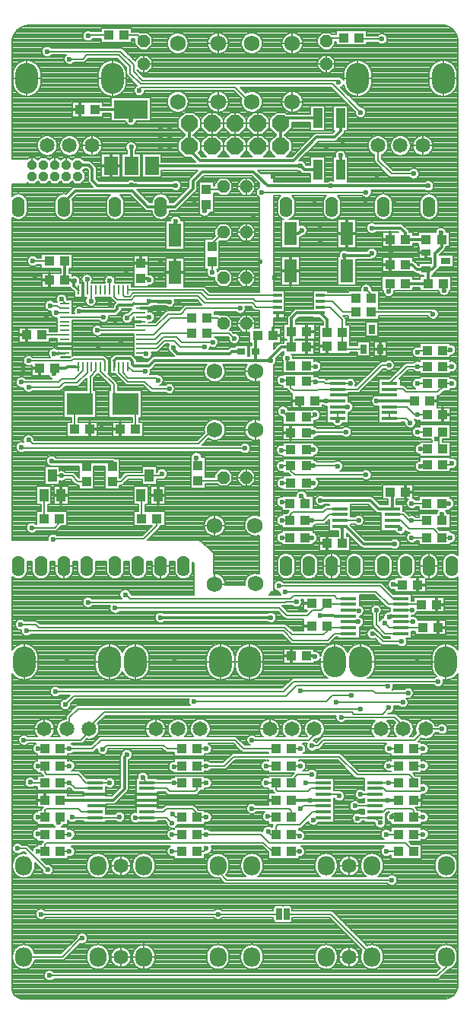
<source format=gtl>
G04 DipTrace 4.1.1.0*
G04 alps_final1.GTL*
%MOIN*%
G04 #@! TF.FileFunction,Copper,L1,Top*
G04 #@! TF.Part,Single*
%AMOUTLINE0*
4,1,8,
-0.021,-0.008698,
-0.008698,-0.021,
0.008698,-0.021,
0.021,-0.008698,
0.021,0.008698,
0.008698,0.021,
-0.008698,0.021,
-0.021,0.008698,
-0.021,-0.008698,
0*%
%AMOUTLINE3*
4,1,8,
0.037,0.015325,
0.015325,0.037,
-0.015325,0.037,
-0.037,0.015325,
-0.037,-0.015325,
-0.015325,-0.037,
0.015325,-0.037,
0.037,-0.015325,
0.037,0.015325,
0*%
%AMOUTLINE6*
4,1,8,
0.026,-0.010769,
0.010769,-0.026,
-0.010769,-0.026,
-0.026,-0.010769,
-0.026,0.010769,
-0.010769,0.026,
0.010769,0.026,
0.026,0.010769,
0.026,-0.010769,
0*%
%AMOUTLINE9*
4,1,8,
-0.010769,-0.026,
-0.026,-0.010769,
-0.026,0.010769,
-0.010769,0.026,
0.010769,0.026,
0.026,0.010769,
0.026,-0.010769,
0.010769,-0.026,
-0.010769,-0.026,
0*%
%AMOUTLINE12*
4,1,4,
-0.0125,-0.025,
0.0125,-0.025,
0.0125,0.025,
-0.0125,0.025,
-0.0125,-0.025,
0*%
G04 #@! TA.AperFunction,Conductor*
%ADD16C,0.012*%
%ADD17C,0.01*%
%ADD18C,0.0065*%
G04 #@! TA.AperFunction,CopperBalancing*
%ADD19C,0.008*%
%ADD20C,0.013*%
%ADD21C,0.00787*%
%ADD24R,0.055118X0.102362*%
%ADD25R,0.043307X0.03937*%
%ADD26R,0.03937X0.043307*%
%ADD27R,0.03937X0.086614*%
%ADD29R,0.059X0.079*%
%ADD30R,0.15X0.079*%
%ADD31R,0.027559X0.03937*%
%ADD32R,0.040157X0.016142*%
%ADD33R,0.070866X0.015748*%
%ADD34R,0.03937X0.027559*%
G04 #@! TA.AperFunction,ComponentPad*
%ADD36O,0.075X0.085*%
%ADD37C,0.065*%
%ADD40R,0.033465X0.027559*%
%ADD41R,0.11811X0.094488*%
%ADD42R,0.03937X0.055118*%
G04 #@! TA.AperFunction,ComponentPad*
%ADD43O,0.1X0.135*%
%ADD44C,0.069*%
%ADD45R,0.01X0.03937*%
%ADD46R,0.03937X0.01*%
G04 #@! TA.AperFunction,ComponentPad*
%ADD47O,0.055X0.09*%
G04 #@! TA.AperFunction,ViaPad*
%ADD48C,0.023622*%
G04 #@! TA.AperFunction,ComponentPad*
%ADD105OUTLINE0*%
%ADD108OUTLINE3*%
%ADD111OUTLINE6*%
%ADD114OUTLINE9*%
%ADD117OUTLINE12*%
%FSLAX26Y26*%
G04*
G70*
G90*
G75*
G01*
G04 Top*
%LPD*%
X933257Y4060163D2*
D16*
Y4142816D1*
Y3976794D2*
X954523D1*
Y3974352D1*
X785508D1*
X762988Y3996871D1*
Y4047802D1*
X746964Y4063825D1*
X698718D1*
X954523Y3974352D2*
X1128514D1*
Y3817845D2*
Y3758445D1*
X1125487Y3755417D1*
X641742Y3559856D2*
Y3640623D1*
X640308Y3642058D1*
X700488Y3516146D2*
D17*
X682326Y3534307D1*
D16*
Y3546379D1*
X668850Y3559856D1*
X641742D1*
X976078Y3457091D2*
D17*
X1004488D1*
D16*
X1012590Y3465193D1*
X1099935D1*
X1098560Y3466568D1*
X700488Y3181500D2*
D17*
X689488D1*
D16*
X653451D1*
X645333Y3173382D1*
X597987D1*
X641433Y3240555D2*
D17*
X615748D1*
D16*
Y3238024D1*
X594695D1*
Y3148764D2*
X597078D1*
Y3172474D1*
X597987Y3173382D1*
X686060Y3555856D2*
X675082D1*
X668850Y3559856D1*
X976078Y3457091D2*
D17*
X945321D1*
D16*
X938208Y3449978D1*
X879703D1*
X872490Y3442765D1*
Y3432761D1*
X862731Y3423001D1*
X707265D1*
X706233Y3421970D1*
X584771Y2767133D2*
X589153Y2762751D1*
X737988D1*
Y2744031D1*
Y2762751D2*
X850488D1*
Y2744031D1*
X932257Y4260446D2*
Y4308163D1*
X774589Y4306934D2*
X871669D1*
X872897Y4308163D1*
X932257D1*
X1012590Y3560281D2*
X1007414Y3565457D1*
X975784D1*
X1053040Y3464505D2*
X1100679D1*
X1117610Y3263430D2*
Y3256203D1*
X1136105Y3237709D1*
X1364082D1*
X1374664Y3248290D1*
X1415788D1*
X1125487Y3755417D2*
Y3814818D1*
X1128514Y3817845D1*
X773815Y1281500D2*
X621452D1*
X1634277Y3266244D2*
Y3331539D1*
X1636097Y3333360D1*
X1762199Y3415197D2*
X1659185D1*
X1636097Y3392109D1*
Y3333360D1*
X1792023Y3331500D2*
Y3385373D1*
X1762199Y3415197D1*
X1634277Y3266244D2*
X1590741D1*
X1531836Y3207339D1*
X1478780D1*
X1034094D1*
X1011206Y3184450D1*
X946241D1*
X939645Y3191046D1*
Y3202692D1*
X926639Y3215698D1*
X866658D1*
X857968Y3207008D1*
D17*
Y3181500D1*
X1478780Y3248290D2*
D16*
Y3308815D1*
X1486714Y3316748D1*
X1478780Y3248290D2*
Y3207339D1*
X773815Y1281500D2*
X854656D1*
X903190Y1330034D1*
Y1469256D1*
X915063Y1481129D1*
X1060760Y2080941D2*
X1546178D1*
X1544846Y3207339D2*
X1531836D1*
X1762199Y3491969D2*
D18*
X1906555D1*
X1917023Y3481500D1*
X621452Y1506500D2*
X662988D1*
Y1356501D2*
X621452D1*
Y1431500D2*
X662988D1*
X773815Y1332681D2*
X686808D1*
X662988Y1356501D1*
X1567023Y1506500D2*
X1425488D1*
X1387988Y1544000D1*
X800488D1*
X762988Y1506500D1*
X662988D1*
X773815Y1230319D2*
X714169D1*
X700488Y1244000D1*
X562988D1*
X554523Y1235535D1*
Y1206500D1*
X523979D1*
Y1057198D2*
X554523D1*
Y1056500D1*
Y1131500D2*
X523979Y1131803D1*
X1567023Y1056500D2*
X1550488D1*
X1512988Y1094000D1*
X562988D1*
X554523Y1085535D1*
Y1056500D1*
X1002161Y1230319D2*
X1074307D1*
X1087988Y1244000D1*
X1200488D1*
X1221452Y1223035D1*
Y1206501D1*
Y1056500D2*
X1250488D1*
X1262988Y1069000D1*
Y1206501D2*
X1221452D1*
Y1131501D2*
X1262988Y1131500D1*
X1500488D1*
X1537988Y1094000D1*
X2133952D1*
X2171452Y1056500D1*
X1002161Y1332681D2*
X1086807D1*
X1100488Y1319000D1*
X1212988D1*
X1221452Y1327465D1*
Y1356500D1*
X1262988D1*
Y1506500D2*
X1221452D1*
Y1431500D2*
X1262988D1*
X2171452Y1356500D2*
Y1373811D1*
X2152899Y1392365D1*
X1923670D1*
X1845181Y1470854D1*
X1381372D1*
X1342018Y1431500D1*
X1262988D1*
X2133903Y3544256D2*
D16*
X2233559Y3544000D1*
X2135098Y3627500D2*
X2163807D1*
X2185048Y3606259D1*
X2225239D1*
X2293215Y3737579D2*
Y3704220D1*
X2265770Y3676776D1*
Y3620415D1*
X2251614Y3606259D1*
X2225239D1*
X2233559Y3544000D2*
Y3597938D1*
X2225239Y3606259D1*
X637988Y3881402D2*
Y3900181D1*
X687973Y3950167D1*
X936904D1*
X1005669Y3881402D1*
X1062988D1*
X1125708D1*
X1203216Y3958909D1*
Y3993093D1*
X1244077Y4033954D1*
X1468955D1*
X1530263Y3972646D1*
X1809556D1*
X2235880D1*
X2293215Y3737579D2*
X2290250D1*
Y3766818D1*
X1950586Y3257386D2*
D18*
X1870567D1*
X1858952Y3269000D1*
Y3331500D1*
Y3385535D1*
X1803700Y3440787D1*
X1762199D1*
Y3466378D2*
X1815610D1*
X1862988Y3419000D1*
X1917023D1*
X2230808Y3250343D2*
X2194330D1*
X2187988Y3244000D1*
Y3106500D2*
X2188081Y3106593D1*
X2230808D1*
Y3181593D2*
X2187988D1*
X2141427D1*
X2066334Y3106500D1*
X2170599Y4025558D2*
X2073468D1*
X2014988Y4084038D1*
Y4149000D1*
X564988Y4561133D2*
X886300D1*
X943832Y4503601D1*
Y4473140D1*
X982340Y4434633D1*
X1833808D1*
X1843002Y4425438D1*
X1893475Y3106703D2*
X1893271Y3106500D1*
X1837988D1*
X1700035Y2959096D2*
X1728084D1*
X1737988Y2969000D1*
X1742220Y3181587D2*
X1702546D1*
X1700035Y3184097D1*
Y3115346D2*
X1741469D1*
X1743052Y3113764D1*
X1777588D1*
X1784851Y3106500D1*
X1837988D1*
X641433Y3319295D2*
X542712D1*
X542417Y3319000D1*
X1573223Y3440787D2*
X1481867D1*
X1463443Y3459211D1*
X1255935D1*
X1226370Y3488777D1*
X949676D1*
X934053Y3473155D1*
X872137D1*
X857968Y3487324D1*
Y3516146D1*
X1573223Y3466378D2*
X1478210D1*
X1468441Y3476147D1*
X1264382D1*
X1238580Y3501949D1*
X942990D1*
X927014Y3485972D1*
X905702D1*
X897338Y3494336D1*
Y3516146D1*
X1573223Y3491969D2*
X1273110D1*
X1248933Y3516146D1*
X917023D1*
X2297737Y2750912D2*
X2332400D1*
X2339105Y2757617D1*
X2337988Y3181500D2*
X2337895Y3181593D1*
X2297737D1*
Y3106593D2*
X2339105Y3106059D1*
X2066334Y3080909D2*
Y3083403D1*
X2123585D1*
X2137988Y3069000D1*
X2275864D1*
X2300488Y3093623D1*
Y3106593D1*
X2297737D1*
X2304522Y3515059D2*
Y3539966D1*
X2300488Y3544000D1*
X1633106Y2671597D2*
X1597862D1*
X1595260Y2668995D1*
X1594922Y3120837D2*
X1627615D1*
X1633106Y3115346D1*
Y2959096D2*
Y2950106D1*
X1598577Y2984635D1*
X1837988Y3080909D2*
X1753655D1*
X1748853Y3076108D1*
X1643280D1*
X1633106Y3086282D1*
Y3115346D1*
X1837988Y3080909D2*
X1925481D1*
X2031132Y3186560D1*
X2063241D1*
X2062349Y3510333D2*
X2066973Y3514958D1*
Y3544256D1*
X641433Y3457091D2*
Y3461378D1*
X627685Y3475126D1*
X641433Y3437406D2*
X620076D1*
X609405Y3448076D1*
X577182D1*
X641433Y3417720D2*
X605158D1*
X739858Y3516146D2*
Y3563020D1*
X2313488Y594000D2*
Y550751D1*
X2275489Y512751D1*
X574952D1*
X567182Y975810D2*
X564270D1*
X471064Y1069016D1*
X435622D1*
X591501Y2424517D2*
X588900D1*
X589634Y2425251D1*
X987538D1*
X1046452Y2484165D1*
Y2514602D1*
X976078Y3338980D2*
X784803D1*
X744110Y4629319D2*
X745857D1*
X741426Y4633749D1*
X833687D1*
X834828Y4632609D1*
X1262485Y3957020D2*
X1326008D1*
X1337988Y3969000D1*
X1287988Y3706500D2*
Y3719000D1*
X1337988Y3769000D1*
X1265403Y3326136D2*
X1362926D1*
X1384947Y3304115D1*
X1264914Y3394592D2*
X1312396D1*
X1337988Y3369000D1*
X779228Y3181500D2*
Y3163306D1*
X753889Y3137967D1*
Y3062827D1*
X708010Y3016948D1*
X685332Y2905811D2*
Y2994269D1*
X708010Y3016948D1*
X798913Y3181500D2*
Y3161142D1*
X858246Y3101808D1*
Y3066339D1*
X907637Y3016948D1*
X952261Y2905811D2*
Y2972324D1*
X907637Y3016948D1*
X976078Y3358665D2*
X1042916D1*
X1095628Y3411378D1*
X1150135D1*
X1174143Y3435386D1*
X1409989D1*
X1504619Y3944247D2*
X1962988D1*
X2032277Y4616251D2*
X1935359D1*
X1931114Y4620496D1*
X976078Y3260240D2*
X1043931D1*
X1077834Y3294143D1*
X1121134D1*
X1148825Y3266451D1*
X1254051D1*
Y3862210D2*
X1253439Y3862822D1*
Y3890091D1*
X1262485D1*
X976078Y3279925D2*
X1043525D1*
X1074420Y3310820D1*
X1132051D1*
X1155274Y3287597D1*
X1290871D1*
X1287988Y3594000D2*
Y3639571D1*
X976078Y3299610D2*
X1036809D1*
X1064389Y3327190D1*
X1197417D1*
X1198473Y3326134D1*
X976078Y3319295D2*
X1031148D1*
X1106442Y3394589D1*
X1197985D1*
X979523Y2514602D2*
Y2611551D1*
X975586Y2615488D1*
X1700035Y2671597D2*
X1731841D1*
Y2746457D2*
X1700174D1*
X1700035Y2746596D1*
X1837996Y2952957D2*
Y2978539D1*
X1837988Y2978547D1*
X1731841Y2746457D2*
X1835531D1*
X1837988Y2744000D1*
Y2944000D2*
X1846945Y2952957D1*
X1837996D1*
X901757Y4632612D2*
X961876D1*
X987988Y4606500D1*
X1864185Y4620496D2*
X1797151D1*
X1787988Y4611333D1*
Y4606500D1*
X1225488Y2681500D2*
X1325488D1*
X1337988Y2694000D1*
X976078Y3398035D2*
X1012841D1*
X1219237Y2781500D2*
X1217168D1*
Y2756749D1*
X1225488Y2748429D1*
X1700035Y2815346D2*
X1731189D1*
Y2893406D2*
X1703094D1*
X1700035Y2890346D1*
X1731189Y2893406D2*
X1874893D1*
X1875488Y2894000D1*
X1882790Y3004265D2*
X1838115D1*
X1837988Y3004138D1*
X1633106Y2746596D2*
X1594290D1*
X1592637Y2744944D1*
Y2814546D2*
X1632305D1*
X1633106Y2815346D1*
X1983952Y3481500D2*
Y3498035D1*
X1962988Y3519000D1*
Y2706500D2*
X1650488D1*
X1633106Y2723882D1*
Y2746596D1*
X2230808Y2819661D2*
X2201149D1*
X2200488Y2819000D1*
Y2744000D2*
X2207400Y2750912D1*
X2230808D1*
X2066334Y2952957D2*
Y2978547D1*
X2156395Y2934134D2*
Y2936148D1*
X2139586Y2952957D1*
X2066334D1*
X2230808Y2894661D2*
X2188649D1*
X2187988Y2894000D1*
Y2969000D2*
X2188081Y2969093D1*
X2230808D1*
X2188081D2*
X2175395D1*
X2140350Y3004138D1*
X2066334D1*
X2297737Y2819661D2*
X2282716D1*
Y2857886D1*
X2281863D1*
Y2894661D1*
X2297737D1*
X1983952Y3419000D2*
X2248422D1*
X2256442Y3410980D1*
X2273109Y2863403D2*
X2276346D1*
X2281863Y2857886D1*
X1187988Y4245804D2*
D16*
Y4145804D1*
Y4129835D1*
X1234260Y4083563D1*
X1644244D1*
X1745979Y4185298D1*
X1823224D1*
X1850488Y4212562D1*
Y4268803D1*
X619237Y2514602D2*
D18*
Y2495713D1*
X597822Y2474298D1*
X497510D1*
X538084Y781596D2*
X1313605D1*
X1581023D1*
X1750488Y4268803D2*
D16*
X1610987D1*
X1587988Y4245804D1*
Y4145804D2*
Y4245804D1*
X552308Y2514602D2*
D18*
Y2613766D1*
X550586Y2615488D1*
X1462988Y1544000D2*
X1712988D1*
X1735988Y1567000D1*
Y1592751D1*
X1633952Y1206500D2*
Y1235535D1*
X1625488Y1244000D1*
X1462488D1*
X1313488Y994007D2*
Y968500D1*
X1350488Y931500D1*
X2075488D1*
Y1206500D2*
Y1219000D1*
X2092022D1*
X2104523Y1206499D1*
X748488Y1592751D2*
Y1579500D1*
X712988Y1544000D1*
X463097D1*
X748488Y1592751D2*
Y1600835D1*
X814330Y1666677D1*
X1899855D1*
X1908384Y1658148D1*
X2034488D1*
X2061903Y1685563D1*
X2063731Y1507675D2*
X2064906Y1506500D1*
X2104523D1*
X2296452Y2431500D2*
X2332682D1*
X2325488Y2581500D2*
X2296452D1*
X2077161Y2506205D2*
X2113283D1*
X2150488Y2469000D1*
X2258952D1*
X2296452Y2431500D1*
X2332191Y3254404D2*
X2328130Y3250343D1*
X2297737D1*
X662988Y4527415D2*
X720052D1*
X738166Y4545529D1*
X879487D1*
X928267Y4496748D1*
Y4464251D1*
X973518Y4419000D1*
X1814261D1*
X1938624Y4294636D1*
X1930425Y2506500D2*
X1849110D1*
X1848815Y2506205D1*
X1154523Y1506500D2*
X1090555D1*
X1075357Y1521698D1*
X825169D1*
X808489Y1505018D1*
X1113920Y1220698D2*
X1128119Y1206499D1*
X1154523D1*
X621452Y1206500D2*
Y1189173D1*
X614597Y1182318D1*
X613595D1*
X644239Y1700251D2*
X681739Y1737751D1*
X1612988D1*
X1659551Y1784312D1*
X2052158D1*
X2057657Y1778814D1*
X554523Y1356499D2*
X493607D1*
X490840Y1359266D1*
X600488Y1756500D2*
X1600488D1*
X1644885Y1800898D1*
X2278283D1*
X1988488Y594000D2*
Y599749D1*
X1806641Y781596D1*
X1614488D1*
X2295467Y1592751D2*
X2223488D1*
X1633952Y1356500D2*
Y1364965D1*
X1662988Y1394000D1*
X1725488D1*
Y1519000D2*
X1750488D1*
X1775488Y1544000D1*
X2174737D1*
X2223488Y1592751D1*
X1567023Y1356500D2*
X1525488D1*
Y1431500D2*
X1567023D1*
X1773815Y1332681D2*
X1722262D1*
X1709460Y1319879D1*
X1575435D1*
X1567023Y1328291D1*
Y1356500D1*
X1773815Y1307091D2*
X1837397D1*
X1845397Y1299091D1*
X1853442Y1644000D2*
X2087988D1*
X2125488Y1606500D1*
Y1592475D1*
X1633952Y1431500D2*
X1675488D1*
Y1506500D2*
X1633952D1*
X1773815Y1358272D2*
X1698716D1*
X2114661Y2062160D2*
X2167697D1*
X2146826Y1750251D2*
X2081739D1*
X2080725Y1749238D1*
X2004004D1*
X1991710Y1761531D1*
X1675488D1*
X1773815Y1255909D2*
X1687397D1*
X1675488Y1244000D1*
X1633952Y1131500D2*
X1664127D1*
X1670693Y1124934D1*
Y1056260D2*
X1634193D1*
X1633952Y1056500D1*
X1731737Y1194000D2*
X1733809Y1191928D1*
X1746610Y1204728D1*
X1773822D1*
X2114661Y2113341D2*
X2163578D1*
X2123291Y1709357D2*
X1929725D1*
X1928943Y1708575D1*
X1831597D1*
X1567023Y1131500D2*
X1546162D1*
X1533345Y1144318D1*
X1531683Y1209668D2*
X1563855D1*
X1567023Y1206500D1*
X1773815Y1230319D2*
X1729002D1*
X1670693Y1172009D1*
X1574882D1*
X1567023Y1164151D1*
Y1131500D1*
X2104523Y1056500D2*
X2050488D1*
Y1131500D2*
X2104523D1*
X2024933Y1181957D2*
X2002161Y1204728D1*
X1928887D1*
X1925929Y1201770D1*
X1930433Y2111633D2*
Y2113975D1*
X1885681D1*
X1886315Y2113341D1*
X2171452Y1206501D2*
X2212988D1*
Y1131500D2*
X2171452D1*
X2002161Y1230319D2*
X2036807D1*
X2050488Y1244000D1*
X2162988D1*
X2171452Y1235535D1*
Y1206501D1*
X2002161Y1255909D2*
X1913578D1*
X1898691Y1739781D2*
X1815019D1*
X1787988Y1712751D1*
X1208918D1*
X2104523Y1431500D2*
X2062988D1*
Y1356500D2*
X2003933D1*
X2002161Y1358272D1*
X2062988Y1356500D2*
X2104523D1*
X1886315Y2062160D2*
X1928467D1*
X1989842Y2009929D2*
X2002540D1*
X2036658Y1975811D1*
X2119237D1*
X2171452Y1431500D2*
X2212988D1*
Y1506500D2*
X2171452D1*
X2002161Y1332681D2*
X2036807D1*
X2050488Y1319000D1*
X2200488D1*
X2212988Y1331500D1*
X2002161Y1307091D2*
X1938578D1*
X1937988Y1306500D1*
Y1681500D2*
X700488D1*
X662988Y1644000D1*
Y1604975D1*
X650488Y1592475D1*
X1696452Y2431500D2*
X1725488D1*
Y2506500D2*
X1696452D1*
X1619141Y3217815D2*
Y3198059D1*
X1633106Y3184094D1*
X1725488Y2506500D2*
X1775521D1*
X1800816Y2531795D1*
X1848815D1*
X1629523Y2431500D2*
X1594237D1*
Y2587751D2*
X1629523D1*
Y2581500D1*
Y2506500D2*
X1594237Y2506324D1*
X1848815Y2557386D2*
X1788543D1*
X1775509Y2544352D1*
X1641525D1*
X1631123Y2533950D1*
Y2526877D1*
X1629523Y2528476D1*
Y2506500D1*
X1696452Y2581500D2*
Y2597731D1*
X1679706Y2614478D1*
X1656737Y2149278D2*
X1608896D1*
X1607950Y2148332D1*
X743872D1*
X717794Y675251D2*
X712989D1*
X631739Y594000D1*
X462490D1*
X2112988Y2469000D2*
X2101374Y2480614D1*
X2077161D1*
X2229523Y2431500D2*
X2162988D1*
Y2581500D2*
X2229523D1*
Y2506500D2*
X2162988Y2506047D1*
X2150941D1*
X2125193Y2531795D1*
X2077161D1*
X2295374Y2533249D2*
X2304437Y2524186D1*
Y2506500D1*
X2296452D1*
X2114661Y2010979D2*
X2046009D1*
X2006837Y2050151D1*
Y2113442D1*
X2114661Y2036570D2*
X2209592D1*
X2210773Y2037751D1*
X2114661Y2036570D2*
X2064168D1*
X2044237Y2056500D1*
X2114661Y2138932D2*
X2203342D1*
X2204523Y2137751D1*
X2114661Y2138932D2*
X2061807D1*
X2006068Y2194671D1*
X1606739D1*
X2114661Y2164522D2*
X2079966D1*
X2025488Y2219000D1*
X1581739D1*
X1886315Y2138932D2*
X1795270D1*
X1790202Y2144000D1*
Y2137717D1*
X1764843Y2112358D1*
X1727099D1*
X1705177Y2090436D1*
X1614857D1*
X1583023Y2122269D1*
X862988D1*
X906737Y2181500D2*
X913160D1*
X929778Y2164882D1*
X1633102D1*
X1643504Y2175283D1*
X1825546D1*
X1836307Y2164522D1*
X1886315D1*
Y2036570D2*
X1797632D1*
X1790202Y2044000D1*
Y2021214D1*
X1775488Y2006500D1*
X1637157D1*
X1605479Y2038178D1*
X527378D1*
X515513Y2050043D1*
X448371D1*
X1886322Y2010979D2*
X1823716D1*
X1794237Y1981500D1*
X1642358D1*
X1600909Y2022949D1*
X475488D1*
X773815Y1358272D2*
X736216D1*
X700488Y1394000D1*
X562988D1*
X554523Y1402465D1*
Y1431500D1*
X525488D1*
Y1506500D2*
X554523D1*
X976078Y3240555D2*
X1004460D1*
X999736Y3235831D1*
X839405Y1357161D2*
X838295Y1358272D1*
X773815D1*
X621452Y1056500D2*
X662988D1*
Y1131500D2*
X621452D1*
X675488Y1206500D2*
X677260Y1204728D1*
X773822D1*
X879762D1*
X882153Y1207119D1*
X995429Y3158585D2*
X939938D1*
X917023Y3181500D1*
X1154523Y1056500D2*
X1112988D1*
Y1131499D2*
X1154523D1*
X1112988Y1181500D2*
X1089760Y1204728D1*
X1002161D1*
X951364D1*
X1050434Y3121564D2*
X1040367Y3131631D1*
X919748D1*
X897338Y3154041D1*
Y3181500D1*
X1154523Y1356500D2*
X1120917D1*
X1003933D1*
X1002161Y1358272D1*
X1120917Y1426929D2*
X1125488Y1431500D1*
X1154523D1*
X877653Y3181500D2*
Y3154294D1*
X917765Y3114182D1*
X992807D1*
X1023250Y3083739D1*
X1100151D1*
X983977Y1380886D2*
X983284D1*
Y1377148D1*
X1002161Y1358272D1*
X501619Y3643265D2*
X502826Y3642058D1*
X573379D1*
X818598Y3181500D2*
Y3204907D1*
X810155Y3213350D1*
X679792D1*
X672578Y3206136D1*
X483539D1*
X1299615Y2903400D2*
X1289249D1*
X1227896Y2842047D1*
X499896D1*
X483218Y2858726D1*
Y3090461D2*
X619143D1*
X637963Y3109281D1*
X694897D1*
X739858Y3154241D1*
Y3181500D1*
X720173D2*
Y3162399D1*
X684349Y3126575D1*
X628996D1*
X614452Y3112031D1*
X451821D1*
Y2828310D2*
X457707Y2822424D1*
X1431737D1*
X641433Y3398035D2*
X811160D1*
X838283Y3516146D2*
Y3555953D1*
X839511Y3557181D1*
X969082Y4390014D2*
X965157Y4393940D1*
X976036Y4404819D1*
X1387984D1*
X1451950Y4340853D1*
X1461699D1*
X737988Y2677102D2*
X698442D1*
X673442Y2702102D1*
X626766D1*
X587988D1*
X759543Y3516146D2*
Y3470337D1*
X756553Y3467348D1*
X850488Y2677102D2*
X888862D1*
X913862Y2702102D1*
X1012988D1*
X976078Y3417720D2*
X940899D1*
X916208Y3393030D1*
X1068559Y2710870D2*
X1059791Y2702102D1*
X1012988D1*
X1773815Y1281500D2*
D16*
X1719561D1*
X1633952D1*
X1787690Y3031039D2*
X1789001Y3029728D1*
X1837988D1*
X2077161Y2557386D2*
X2018027D1*
X1980546Y2594867D1*
X1762120D1*
X1762988Y2594000D1*
X2077161Y2557386D2*
Y2621362D1*
X2067023Y2631500D1*
X1787690Y3031039D2*
X1738448D1*
X1737988Y3031500D1*
X1750488Y4044000D2*
X1691779D1*
X1677270Y4058509D1*
X1024910D1*
X1023257Y4060163D1*
X1677270Y4058509D2*
X1675895Y4059885D1*
X1680355Y3778361D2*
X1665105Y3763112D1*
X1632278D1*
X1886315Y2087751D2*
X1762624Y2089853D1*
X1701979Y1913165D2*
X1735918D1*
X1739330Y1909753D1*
X2002161Y1281500D2*
X2059676D1*
X2104523D1*
X2009239Y3030324D2*
X2009834Y3029728D1*
X2066334D1*
X1848815Y2480614D2*
X1873657D1*
X1950997Y2403274D1*
X2089158D1*
X1858952Y2406500D2*
Y2470476D1*
X1848815Y2480614D1*
X1850488Y4044000D2*
Y4105150D1*
X1867577Y3667803D2*
Y3611501D1*
X1877384Y3601694D1*
X1987648Y3677127D2*
X1978324Y3667803D1*
X1867577D1*
X2134616Y3737299D2*
X2226006D1*
X2226286Y3737579D1*
X2066334Y3029728D2*
X2173718D1*
X2175488Y3031499D1*
X1987648Y3787941D2*
X2113383D1*
X2134616Y3766707D1*
Y3737299D1*
X2063376Y2083827D2*
X2070417Y2090866D1*
X2073532Y2087751D1*
X2114661D1*
X2122666Y2223738D2*
X2084657D1*
X2082627Y2225769D1*
D48*
X933257Y4142816D3*
Y3976794D3*
X1128514Y3974352D3*
Y3817845D3*
X594695Y3238024D3*
Y3148764D3*
X686060Y3555856D3*
X594695Y3238024D3*
X706233Y3421970D3*
X584771Y2767133D3*
X932257Y4260446D3*
X933257Y4142816D3*
X1012590Y3560281D3*
Y3465193D3*
X1100679Y3464505D3*
X1117610Y3263430D3*
X1128514Y3817845D3*
X1100679Y3464505D3*
X915063Y1481129D3*
X1060760Y2080941D3*
X1546178D3*
X1544846Y3207339D3*
X662988Y1506500D3*
Y1356501D3*
Y1431500D3*
Y1356501D3*
X523979Y1206500D3*
Y1057198D3*
Y1131803D3*
X1262988Y1069000D3*
Y1206501D3*
Y1131500D3*
Y1356500D3*
Y1506500D3*
Y1431500D3*
X1809556Y3972646D3*
X2235880D3*
X2290250Y3766818D3*
X2187988Y3244000D3*
Y3106500D3*
Y3181593D3*
X2170599Y4025558D3*
X2187988Y3244000D3*
X564988Y4561133D3*
X1843002Y4425438D3*
X1893475Y3106703D3*
X1737988Y2969000D3*
X1742220Y3181587D3*
X1743052Y3113764D3*
X2339105Y2757617D3*
X2337988Y3181500D3*
X2339105Y3106059D3*
X2304522Y3515059D3*
X1595260Y2668995D3*
X1594922Y3120837D3*
X1598577Y2984635D3*
X2063241Y3186560D3*
X2062349Y3510333D3*
X627685Y3475126D3*
X577182Y3448076D3*
X605158Y3417720D3*
X739858Y3563020D3*
X574952Y512751D3*
X567182Y975810D3*
X435622Y1069016D3*
X591501Y2424517D3*
X784803Y3338980D3*
X744110Y4629319D3*
X1384947Y3304115D3*
X1409989Y3435386D3*
X1504619Y3944247D3*
X1962988D3*
X2032277Y4616251D3*
X1254051Y3266451D3*
Y3862210D3*
X1290871Y3287597D3*
X1287988Y3594000D3*
X1731841Y2671597D3*
Y2746457D3*
X1837988Y2744000D3*
Y2944000D3*
X1731841Y2746457D3*
X1012841Y3398035D3*
X1219237Y2781500D3*
X1731189Y2815346D3*
Y2893406D3*
X1875488Y2894000D3*
X1882790Y3004265D3*
X1731189Y2893406D3*
X1592637Y2744944D3*
Y2814546D3*
X1962988Y3519000D3*
Y2706500D3*
X2200488Y2819000D3*
Y2744000D3*
X2156395Y2934134D3*
X2200488Y2819000D3*
X2187988Y2894000D3*
Y2969000D3*
X2256442Y3410980D3*
X2273109Y2863403D3*
X497510Y2474298D3*
X538084Y781596D3*
X1313605D3*
X1462988Y1544000D3*
X1462488Y1244000D3*
X2075488Y931500D3*
Y1206500D3*
X463097Y1544000D3*
X2061903Y1685563D3*
X2063731Y1507675D3*
X2332682Y2431500D3*
X2325488Y2581500D3*
X2332191Y3254404D3*
X662988Y4527415D3*
X1938624Y4294636D3*
X1930425Y2506500D3*
X808489Y1505018D3*
X1113920Y1220698D3*
X613595Y1182318D3*
X644239Y1700251D3*
X2057657Y1778814D3*
X490840Y1359266D3*
X600488Y1756500D3*
X2278283Y1800898D3*
X2295467Y1592751D3*
X1725488Y1394000D3*
Y1519000D3*
X1525488Y1356500D3*
Y1431500D3*
X1845397Y1299091D3*
X1853442Y1644000D3*
X1675488Y1431500D3*
Y1506500D3*
X1698716Y1358272D3*
X1675488Y1431500D3*
X2167697Y2062160D3*
X2146826Y1750251D3*
X1675488Y1761531D3*
Y1244000D3*
X1670693Y1124934D3*
Y1056260D3*
X1731737Y1194000D3*
X1670693Y1124934D3*
X2163578Y2113341D3*
X2123291Y1709357D3*
X1831597Y1708575D3*
X1533345Y1144318D3*
X1531683Y1209668D3*
X2050488Y1056500D3*
Y1131500D3*
X2024933Y1181957D3*
X1925929Y1201770D3*
X1930433Y2111633D3*
X2212988Y1206501D3*
Y1131500D3*
X1913578Y1255909D3*
X1898691Y1739781D3*
X1208918Y1712751D3*
X2062988Y1431500D3*
Y1356500D3*
D3*
X1928467Y2062160D3*
X1989842Y2009929D3*
X2119237Y1975811D3*
X2062988Y1431500D3*
X2212988D3*
Y1506500D3*
Y1331500D3*
Y1431500D3*
X1937988Y1306500D3*
Y1681500D3*
X1725488Y2431500D3*
Y2506500D3*
X1619141Y3217815D3*
X1725488Y2506500D3*
X1594237Y2431500D3*
Y2587751D3*
Y2506324D3*
X1679706Y2614478D3*
X1656737Y2149278D3*
X743872Y2148332D3*
X717794Y675251D3*
X2112988Y2469000D3*
X2162988Y2431500D3*
Y2581500D3*
Y2506047D3*
D3*
X2295374Y2533249D3*
X2006837Y2113442D3*
X2044237Y2056500D3*
X1606739Y2194671D3*
X1581739Y2219000D3*
X862988Y2122269D3*
X906737Y2181500D3*
X448371Y2050043D3*
X475488Y2022949D3*
X525488Y1431500D3*
Y1506500D3*
X999736Y3235831D3*
X839405Y1357161D3*
X662988Y1056500D3*
Y1131500D3*
X675488Y1206500D3*
X882153Y1207119D3*
X995429Y3158585D3*
X1112988Y1056500D3*
Y1131499D3*
Y1181500D3*
X951364Y1204728D3*
X1050434Y3121564D3*
X1120917Y1426929D3*
Y1356500D3*
X1100151Y3083739D3*
X983977Y1380886D3*
X501619Y3643265D3*
X483539Y3206136D3*
X483218Y2858726D3*
Y3090461D3*
X451821Y3112031D3*
Y2828310D3*
X1431737Y2822424D3*
X811160Y3398035D3*
X839511Y3557181D3*
X969082Y4390014D3*
X756553Y3467348D3*
X626766Y2702102D3*
X916208Y3393030D3*
X1068559Y2710870D3*
X1787690Y3031039D3*
X1719561Y1281500D3*
X1762988Y2594000D3*
X1787690Y3031039D3*
X1675895Y4059885D3*
X1680355Y3778361D3*
X1762624Y2089853D3*
X1739330Y1909753D3*
X2009239Y3030324D3*
X2059676Y1281500D3*
X2089158Y2403274D3*
X1850488Y4105150D3*
X1867577Y3667803D3*
X1987648Y3677127D3*
X1867577Y3667803D3*
X1987648Y3787941D3*
X2063376Y2083827D3*
X2082627Y2225769D3*
X1675191Y2112281D3*
X1140451Y3456642D3*
X1497468Y3640264D3*
X1467921Y3837079D3*
X804610Y2911718D3*
X562988Y3394000D3*
X1053200Y3426858D3*
X1210271Y3893365D3*
X842379Y3453944D3*
X863630Y3383178D3*
X787988Y3269000D3*
X887988Y3294000D3*
X912988Y3594000D3*
X1553691Y4014808D3*
X1562988Y3569000D3*
X1762988Y3732403D3*
Y3782403D3*
X462988Y3169000D3*
X1062988Y3644000D3*
Y3569000D3*
X512988D3*
X1962988Y3894000D3*
X2087988D3*
X1737988D3*
X2012988Y4019000D3*
X1787988Y4144000D3*
X1862988Y4169000D3*
X2071334Y3683131D3*
X651929Y1888765D3*
X1062988Y4144000D3*
Y4181500D3*
Y4219000D3*
X1100488D3*
Y4181500D3*
Y4144000D3*
X1125488Y1887751D3*
X2187988D3*
X457838Y4669131D2*
D19*
X2326676D1*
X444595Y4661262D2*
X800215D1*
X936370D2*
X2338683D1*
X435026Y4653394D2*
X800215D1*
X936370D2*
X2346215D1*
X428198Y4645525D2*
X725644D1*
X971088D2*
X1829574D1*
X1965728D2*
X2352769D1*
X422815Y4637656D2*
X720832D1*
X1011595D2*
X1113347D1*
X1160042D2*
X1289988D1*
X1337736D2*
X1438347D1*
X1485042D2*
X1614988D1*
X1662736D2*
X1764379D1*
X1811595D2*
X1829574D1*
X1965728D2*
X2020683D1*
X2043870D2*
X2356620D1*
X418526Y4629787D2*
X719347D1*
X1019463D2*
X1102887D1*
X1170502D2*
X1279761D1*
X1347955D2*
X1427887D1*
X1495502D2*
X1604761D1*
X1672955D2*
X1756511D1*
X2052862D2*
X2360418D1*
X415431Y4621919D2*
X720511D1*
X1026026D2*
X1096567D1*
X1176822D2*
X1273551D1*
X1354174D2*
X1421567D1*
X1501822D2*
X1598551D1*
X1679174D2*
X1749948D1*
X2056370D2*
X2361903D1*
X413135Y4614050D2*
X724832D1*
X763385D2*
X800215D1*
X936370D2*
X949027D1*
X1026947D2*
X1092535D1*
X1180854D2*
X1269589D1*
X1358135D2*
X1417535D1*
X1505854D2*
X1594589D1*
X1683135D2*
X1749027D1*
X2056947D2*
X2363395D1*
X412042Y4606181D2*
X737043D1*
X751174D2*
X800215D1*
X936370D2*
X949027D1*
X1026947D2*
X1090183D1*
X1183206D2*
X1267292D1*
X1360431D2*
X1415183D1*
X1508206D2*
X1592292D1*
X1685431D2*
X1749027D1*
X2054830D2*
X2363933D1*
X412042Y4598312D2*
X949027D1*
X1026947D2*
X1089261D1*
X1184127D2*
X1266418D1*
X1361307D2*
X1414261D1*
X1509127D2*
X1591418D1*
X1686307D2*
X1749027D1*
X1965728D2*
X2015574D1*
X2048979D2*
X2363933D1*
X412042Y4590444D2*
X950239D1*
X1025736D2*
X1089668D1*
X1183720D2*
X1266879D1*
X1360846D2*
X1414668D1*
X1508720D2*
X1591879D1*
X1685846D2*
X1750239D1*
X1965728D2*
X2363933D1*
X412042Y4582575D2*
X553472D1*
X576502D2*
X957144D1*
X1018830D2*
X1091456D1*
X1181931D2*
X1268723D1*
X1359002D2*
X1416456D1*
X1506931D2*
X1593723D1*
X1684002D2*
X1757144D1*
X1818830D2*
X2363933D1*
X412042Y4574706D2*
X544433D1*
X894392D2*
X965019D1*
X1010963D2*
X1094800D1*
X1178588D2*
X1272128D1*
X1355595D2*
X1419800D1*
X1503588D2*
X1597128D1*
X1680595D2*
X1765019D1*
X1810963D2*
X2363933D1*
X412042Y4566837D2*
X540903D1*
X903190D2*
X1100128D1*
X1173260D2*
X1277543D1*
X1350174D2*
X1425128D1*
X1498260D2*
X1602543D1*
X1675174D2*
X2363933D1*
X412042Y4558969D2*
X540316D1*
X911056D2*
X1108589D1*
X1164799D2*
X1286168D1*
X1341550D2*
X1433589D1*
X1489799D2*
X1611168D1*
X1666550D2*
X2363933D1*
X412042Y4551100D2*
X542418D1*
X918924D2*
X1126511D1*
X1146878D2*
X1305239D1*
X1322479D2*
X1451511D1*
X1471878D2*
X1630239D1*
X1647479D2*
X2363933D1*
X412042Y4543231D2*
X548246D1*
X581728D2*
X644176D1*
X926791D2*
X970699D1*
X1005275D2*
X1770699D1*
X1805275D2*
X2363933D1*
X412042Y4535362D2*
X639574D1*
X934666D2*
X962082D1*
X1013892D2*
X1762082D1*
X1813892D2*
X2363933D1*
X412042Y4527493D2*
X638215D1*
X742720D2*
X874925D1*
X942534D2*
X954215D1*
X1021760D2*
X1754215D1*
X1821760D2*
X2363933D1*
X412042Y4519625D2*
X453160D1*
X498822D2*
X639519D1*
X734854D2*
X827160D1*
X872822D2*
X882800D1*
X1026720D2*
X1749261D1*
X1826720D2*
X1903160D1*
X1948822D2*
X2277160D1*
X2322822D2*
X2363933D1*
X412042Y4511756D2*
X438605D1*
X513370D2*
X644035D1*
X681939D2*
X812605D1*
X1026947D2*
X1749027D1*
X1826947D2*
X1888605D1*
X1963370D2*
X2262605D1*
X2337370D2*
X2363933D1*
X412042Y4503887D2*
X429723D1*
X522252D2*
X657597D1*
X668378D2*
X803723D1*
X1026947D2*
X1749027D1*
X1826947D2*
X1879723D1*
X1972252D2*
X2253723D1*
X2346252D2*
X2363933D1*
X412042Y4496018D2*
X423496D1*
X528487D2*
X797496D1*
X1026947D2*
X1749027D1*
X1826947D2*
X1873496D1*
X1978487D2*
X2247496D1*
X2352487D2*
X2363933D1*
X412042Y4488150D2*
X419027D1*
X532947D2*
X793027D1*
X906947D2*
X912059D1*
X1024299D2*
X1751683D1*
X1824299D2*
X1869027D1*
X1982947D2*
X2243027D1*
X2356947D2*
X2363933D1*
X536042Y4480281D2*
X789933D1*
X1016534D2*
X1759441D1*
X1816534D2*
X1865933D1*
X1986042D2*
X2239933D1*
X537987Y4472412D2*
X787996D1*
X1008666D2*
X1767308D1*
X1808666D2*
X1863996D1*
X1987987D2*
X2237996D1*
X538878Y4464543D2*
X787105D1*
X975026D2*
X1863105D1*
X1988878D2*
X2237105D1*
X538947Y4456675D2*
X787027D1*
X982892D2*
X1863027D1*
X1988947D2*
X2237027D1*
X538947Y4448806D2*
X787027D1*
X912947D2*
X921120D1*
X1849151D2*
X1863027D1*
X1988947D2*
X2237027D1*
X538947Y4440937D2*
X787027D1*
X912947D2*
X928988D1*
X1988947D2*
X2237027D1*
X538947Y4433068D2*
X787027D1*
X912947D2*
X936855D1*
X1988947D2*
X2237027D1*
X538931Y4425199D2*
X787043D1*
X912931D2*
X944723D1*
X1988931D2*
X2237043D1*
X538267Y4417331D2*
X787707D1*
X912267D2*
X952597D1*
X1988267D2*
X2237707D1*
X536564Y4409462D2*
X789410D1*
X910564D2*
X954269D1*
X1986564D2*
X2239410D1*
X412042Y4401593D2*
X418239D1*
X533736D2*
X792239D1*
X907736D2*
X947292D1*
X1413799D2*
X1809074D1*
X1854260D2*
X1868239D1*
X1983736D2*
X2242239D1*
X2357736D2*
X2363933D1*
X412042Y4393724D2*
X422371D1*
X529603D2*
X796371D1*
X903603D2*
X944597D1*
X1421674D2*
X1816941D1*
X1862127D2*
X1872371D1*
X1979603D2*
X2246371D1*
X2353603D2*
X2363933D1*
X412042Y4385856D2*
X428160D1*
X523822D2*
X802160D1*
X897822D2*
X944676D1*
X993487D2*
X1123574D1*
X1149822D2*
X1299972D1*
X1328588D2*
X1384355D1*
X1429542D2*
X1448574D1*
X1474822D2*
X1624972D1*
X1653588D2*
X1824808D1*
X1870002D2*
X1878160D1*
X1973822D2*
X2252160D1*
X2347822D2*
X2363933D1*
X412042Y4377987D2*
X436324D1*
X515651D2*
X810324D1*
X889651D2*
X947551D1*
X990619D2*
X1107644D1*
X1165752D2*
X1284784D1*
X1343775D2*
X1392223D1*
X1490752D2*
X1609784D1*
X1668775D2*
X1832683D1*
X1877870D2*
X1886324D1*
X1965651D2*
X2260324D1*
X2339651D2*
X2363933D1*
X412042Y4370118D2*
X449019D1*
X502963D2*
X823019D1*
X876963D2*
X954910D1*
X983252D2*
X1099559D1*
X1173838D2*
X1276871D1*
X1351698D2*
X1400089D1*
X1498838D2*
X1601871D1*
X1676698D2*
X1840551D1*
X1885736D2*
X1899019D1*
X1952963D2*
X2273019D1*
X2326963D2*
X2363933D1*
X412042Y4362249D2*
X1094433D1*
X1178963D2*
X1271840D1*
X1356720D2*
X1407956D1*
X1503963D2*
X1596840D1*
X1681720D2*
X1848418D1*
X1893603D2*
X2363933D1*
X412042Y4354381D2*
X844300D1*
X1020220D2*
X1091246D1*
X1182158D2*
X1268723D1*
X1359838D2*
X1415832D1*
X1507158D2*
X1593723D1*
X1684838D2*
X1856284D1*
X1901471D2*
X2363933D1*
X412042Y4346512D2*
X844300D1*
X1020220D2*
X1089582D1*
X1183815D2*
X1267128D1*
X1361439D2*
X1414582D1*
X1508815D2*
X1592128D1*
X1686439D2*
X1864152D1*
X1909346D2*
X2363933D1*
X412042Y4338643D2*
X673043D1*
X809206D2*
X844300D1*
X1020220D2*
X1089292D1*
X1184103D2*
X1266895D1*
X1361674D2*
X1414292D1*
X1509103D2*
X1591895D1*
X1686674D2*
X1872027D1*
X1917214D2*
X2363933D1*
X412042Y4330774D2*
X673043D1*
X809206D2*
X844300D1*
X1020220D2*
X1090340D1*
X1183056D2*
X1268004D1*
X1360564D2*
X1415340D1*
X1508056D2*
X1593004D1*
X1685564D2*
X1879895D1*
X1925080D2*
X2363933D1*
X412042Y4322906D2*
X673043D1*
X1020220D2*
X1092832D1*
X1180572D2*
X1270559D1*
X1358010D2*
X1417832D1*
X1505572D2*
X1595559D1*
X1683010D2*
X1717840D1*
X1783135D2*
X1817840D1*
X1883135D2*
X1887761D1*
X1932947D2*
X2363933D1*
X412042Y4315037D2*
X673043D1*
X1020220D2*
X1097035D1*
X1176370D2*
X1274840D1*
X1353720D2*
X1422035D1*
X1501370D2*
X1599840D1*
X1678720D2*
X1717840D1*
X1783135D2*
X1817840D1*
X1883135D2*
X1895628D1*
X1952010D2*
X2363933D1*
X412042Y4307168D2*
X673043D1*
X1020220D2*
X1103613D1*
X1169783D2*
X1281551D1*
X1347010D2*
X1428613D1*
X1494783D2*
X1606551D1*
X1672010D2*
X1717840D1*
X1783135D2*
X1817840D1*
X1883135D2*
X1903496D1*
X1959862D2*
X2363933D1*
X412042Y4299299D2*
X673043D1*
X1020220D2*
X1114676D1*
X1158720D2*
X1292941D1*
X1335627D2*
X1439676D1*
X1483720D2*
X1617941D1*
X1660627D2*
X1717840D1*
X1783135D2*
X1817840D1*
X1883135D2*
X1911371D1*
X1962939D2*
X2363933D1*
X412042Y4291430D2*
X673043D1*
X1020220D2*
X1163292D1*
X1212682D2*
X1263292D1*
X1312682D2*
X1363292D1*
X1412682D2*
X1463292D1*
X1512682D2*
X1563292D1*
X1612682D2*
X1717840D1*
X1783135D2*
X1817840D1*
X1883135D2*
X1914067D1*
X1963182D2*
X2363933D1*
X412042Y4283562D2*
X673043D1*
X809206D2*
X844300D1*
X1020220D2*
X1155425D1*
X1220556D2*
X1255425D1*
X1320556D2*
X1355425D1*
X1420556D2*
X1455425D1*
X1520556D2*
X1555425D1*
X1783135D2*
X1817840D1*
X1883135D2*
X1916567D1*
X1960682D2*
X2363933D1*
X412042Y4275693D2*
X673043D1*
X809206D2*
X844300D1*
X1020220D2*
X1147551D1*
X1228424D2*
X1247551D1*
X1328424D2*
X1347551D1*
X1428424D2*
X1447551D1*
X1528424D2*
X1547551D1*
X1783135D2*
X1817840D1*
X1883135D2*
X1923136D1*
X1954111D2*
X2363933D1*
X412042Y4267824D2*
X844300D1*
X1020220D2*
X1140035D1*
X1235939D2*
X1240035D1*
X1335939D2*
X1340035D1*
X1435939D2*
X1440035D1*
X1535939D2*
X1540035D1*
X1783135D2*
X1817840D1*
X1883135D2*
X2363933D1*
X412042Y4259955D2*
X844300D1*
X1020220D2*
X1138027D1*
X1783135D2*
X1817840D1*
X1883135D2*
X2363933D1*
X412042Y4252087D2*
X908988D1*
X955526D2*
X1138027D1*
X1783135D2*
X1817840D1*
X1883135D2*
X2363933D1*
X412042Y4244218D2*
X913816D1*
X950698D2*
X1138027D1*
X1637947D2*
X1717840D1*
X1783135D2*
X1817840D1*
X1883135D2*
X2363933D1*
X412042Y4236349D2*
X1138027D1*
X1637947D2*
X1717840D1*
X1783135D2*
X1817840D1*
X1883135D2*
X2363933D1*
X412042Y4228480D2*
X1138191D1*
X1637783D2*
X1717840D1*
X1783135D2*
X1817840D1*
X1883135D2*
X2363933D1*
X412042Y4220612D2*
X1142855D1*
X1233119D2*
X1242855D1*
X1333119D2*
X1342855D1*
X1433119D2*
X1442855D1*
X1533119D2*
X1542855D1*
X1633119D2*
X1717840D1*
X1783135D2*
X1817840D1*
X1883135D2*
X2363933D1*
X412042Y4212743D2*
X1150731D1*
X1225252D2*
X1250731D1*
X1325252D2*
X1350731D1*
X1425252D2*
X1450731D1*
X1525252D2*
X1550731D1*
X1625252D2*
X1824183D1*
X1869447D2*
X2363933D1*
X412042Y4204874D2*
X1158597D1*
X1217378D2*
X1258597D1*
X1317378D2*
X1358597D1*
X1417378D2*
X1458597D1*
X1517378D2*
X1558597D1*
X1617378D2*
X1816316D1*
X1867744D2*
X2363933D1*
X412042Y4197005D2*
X1168925D1*
X1207056D2*
X1268925D1*
X1307056D2*
X1368925D1*
X1407056D2*
X1468925D1*
X1507056D2*
X1568925D1*
X1607056D2*
X1731207D1*
X1861416D2*
X2363933D1*
X412042Y4189136D2*
X544605D1*
X585370D2*
X643176D1*
X682799D2*
X740605D1*
X781370D2*
X1160996D1*
X1214979D2*
X1260996D1*
X1314979D2*
X1360996D1*
X1414979D2*
X1460996D1*
X1514979D2*
X1560996D1*
X1614979D2*
X1723332D1*
X1853542D2*
X1994605D1*
X2035370D2*
X2093176D1*
X2132799D2*
X2190605D1*
X2231370D2*
X2363933D1*
X412042Y4181268D2*
X533308D1*
X596666D2*
X631605D1*
X694370D2*
X729308D1*
X792666D2*
X1153128D1*
X1222846D2*
X1253128D1*
X1322846D2*
X1353128D1*
X1422846D2*
X1453128D1*
X1522846D2*
X1553128D1*
X1622846D2*
X1715464D1*
X1845674D2*
X1983308D1*
X2046666D2*
X2081605D1*
X2144370D2*
X2179308D1*
X2242666D2*
X2363933D1*
X412042Y4173399D2*
X526784D1*
X603198D2*
X624964D1*
X701010D2*
X722784D1*
X799198D2*
X1145261D1*
X1230714D2*
X1245261D1*
X1330714D2*
X1345261D1*
X1430714D2*
X1445261D1*
X1530714D2*
X1545261D1*
X1630714D2*
X1707597D1*
X1837807D2*
X1976784D1*
X2053198D2*
X2074964D1*
X2151010D2*
X2172784D1*
X2249198D2*
X2363933D1*
X412042Y4165530D2*
X522699D1*
X607275D2*
X620808D1*
X705166D2*
X718699D1*
X803275D2*
X924792D1*
X941720D2*
X1138855D1*
X1637127D2*
X1699731D1*
X1752690D2*
X1972699D1*
X2057275D2*
X2070808D1*
X2155166D2*
X2168699D1*
X2253275D2*
X2363933D1*
X412042Y4157661D2*
X520379D1*
X609603D2*
X618433D1*
X707542D2*
X716379D1*
X805603D2*
X913636D1*
X952878D2*
X1138027D1*
X1637947D2*
X1691863D1*
X1744822D2*
X1970379D1*
X2059603D2*
X2068433D1*
X2157542D2*
X2166379D1*
X2255603D2*
X2363933D1*
X412042Y4149793D2*
X519535D1*
X610439D2*
X617543D1*
X708431D2*
X715535D1*
X806439D2*
X909527D1*
X956987D2*
X1138027D1*
X1637947D2*
X1683988D1*
X1736955D2*
X1969535D1*
X2060439D2*
X2067543D1*
X2158431D2*
X2165535D1*
X2256439D2*
X2363933D1*
X412042Y4141924D2*
X520089D1*
X609885D2*
X618051D1*
X707924D2*
X716089D1*
X805885D2*
X908504D1*
X958010D2*
X1138027D1*
X1637947D2*
X1676120D1*
X1729088D2*
X1970089D1*
X2059885D2*
X2068051D1*
X2157924D2*
X2166089D1*
X2255885D2*
X2363941D1*
X412042Y4134055D2*
X522105D1*
X607870D2*
X620004D1*
X705971D2*
X718105D1*
X803870D2*
X910144D1*
X956370D2*
X1138027D1*
X1637947D2*
X1668254D1*
X1721220D2*
X1972105D1*
X2057870D2*
X2070004D1*
X2155971D2*
X2168105D1*
X2253870D2*
X2363941D1*
X412042Y4126186D2*
X525792D1*
X604182D2*
X623628D1*
X702346D2*
X721792D1*
X800182D2*
X914300D1*
X952220D2*
X1138808D1*
X1637166D2*
X1660387D1*
X1713346D2*
X1838199D1*
X1862783D2*
X1975792D1*
X2054182D2*
X2073628D1*
X2152346D2*
X2171792D1*
X2250182D2*
X2363941D1*
X412042Y4118318D2*
X531739D1*
X598236D2*
X629480D1*
X696494D2*
X727739D1*
X794236D2*
X914300D1*
X952220D2*
X1145152D1*
X1230822D2*
X1245152D1*
X1330822D2*
X1345152D1*
X1430822D2*
X1445152D1*
X1530822D2*
X1545152D1*
X1630822D2*
X1652519D1*
X1705479D2*
X1829660D1*
X1871315D2*
X1981739D1*
X2048236D2*
X2079480D1*
X2146494D2*
X2177739D1*
X2244236D2*
X2363941D1*
X412042Y4110449D2*
X541644D1*
X588330D2*
X639176D1*
X686799D2*
X737644D1*
X784330D2*
X800800D1*
X885720D2*
X890800D1*
X975720D2*
X980800D1*
X1065720D2*
X1153019D1*
X1233854D2*
X1253019D1*
X1322955D2*
X1353019D1*
X1422955D2*
X1453019D1*
X1522955D2*
X1553019D1*
X1622955D2*
X1644644D1*
X1697611D2*
X1826308D1*
X1874666D2*
X1991644D1*
X2038330D2*
X2089176D1*
X2136799D2*
X2187644D1*
X2234330D2*
X2363941D1*
X412042Y4102580D2*
X800800D1*
X885720D2*
X890800D1*
X975720D2*
X980800D1*
X1065720D2*
X1160887D1*
X1241720D2*
X1260887D1*
X1315088D2*
X1360887D1*
X1415088D2*
X1460887D1*
X1515088D2*
X1560887D1*
X1615088D2*
X1636777D1*
X1689744D2*
X1825855D1*
X1875119D2*
X1998777D1*
X2031198D2*
X2363941D1*
X412042Y4094711D2*
X482136D1*
X515299D2*
X532136D1*
X565299D2*
X582136D1*
X615299D2*
X632136D1*
X665299D2*
X682136D1*
X715299D2*
X800800D1*
X885720D2*
X890800D1*
X975720D2*
X980800D1*
X1065720D2*
X1196628D1*
X1681878D2*
X1717840D1*
X1783135D2*
X1817840D1*
X1883135D2*
X1998777D1*
X2031198D2*
X2363941D1*
X723392Y4086843D2*
X800800D1*
X885720D2*
X890800D1*
X975720D2*
X980800D1*
X1065720D2*
X1204496D1*
X1674002D2*
X1717840D1*
X1783135D2*
X1817840D1*
X1883135D2*
X1998777D1*
X2034775D2*
X2363941D1*
X757783Y4078974D2*
X800800D1*
X885720D2*
X890800D1*
X975720D2*
X980800D1*
X1065720D2*
X1212363D1*
X1691190D2*
X1717840D1*
X1783135D2*
X1817840D1*
X1883135D2*
X1999636D1*
X2042643D2*
X2363941D1*
X766166Y4071105D2*
X800800D1*
X885720D2*
X890800D1*
X975720D2*
X980800D1*
X1697878D2*
X1717840D1*
X1783135D2*
X1817840D1*
X1883135D2*
X2005332D1*
X2050518D2*
X2363941D1*
X774034Y4063236D2*
X800800D1*
X885720D2*
X890800D1*
X975720D2*
X980800D1*
X1700431D2*
X1717840D1*
X1783135D2*
X1817840D1*
X1883135D2*
X2013199D1*
X2058385D2*
X2363941D1*
X780299Y4055367D2*
X800800D1*
X885720D2*
X890800D1*
X975720D2*
X980800D1*
X1783135D2*
X1817840D1*
X1883135D2*
X2021067D1*
X2066252D2*
X2363941D1*
X781947Y4047499D2*
X800800D1*
X885720D2*
X890800D1*
X975720D2*
X980800D1*
X1783135D2*
X1817840D1*
X1883135D2*
X2028933D1*
X2074119D2*
X2160144D1*
X2181056D2*
X2363941D1*
X722220Y4039630D2*
X744027D1*
X781947D2*
X800800D1*
X885720D2*
X890800D1*
X975720D2*
X980800D1*
X1065720D2*
X1223269D1*
X1489760D2*
X1662277D1*
X1783135D2*
X1817840D1*
X1883135D2*
X2036800D1*
X2190807D2*
X2363941D1*
X728479Y4031761D2*
X744027D1*
X781947D2*
X800800D1*
X885720D2*
X890800D1*
X975720D2*
X980800D1*
X1065720D2*
X1215403D1*
X1497627D2*
X1677535D1*
X1783135D2*
X1817840D1*
X1883135D2*
X2044676D1*
X2194556D2*
X2363941D1*
X732603Y4023892D2*
X744027D1*
X781947D2*
X800800D1*
X885720D2*
X890800D1*
X975720D2*
X980800D1*
X1065720D2*
X1207535D1*
X1557728D2*
X1717840D1*
X1783135D2*
X1817840D1*
X1883135D2*
X2052543D1*
X2195315D2*
X2363941D1*
X732674Y4016024D2*
X744027D1*
X781947D2*
X800800D1*
X885720D2*
X890800D1*
X975720D2*
X980800D1*
X1065720D2*
X1199668D1*
X1557728D2*
X1717840D1*
X1783135D2*
X1817840D1*
X1883135D2*
X2060410D1*
X2193392D2*
X2363941D1*
X732674Y4008155D2*
X744027D1*
X781947D2*
X1191792D1*
X1244760D2*
X1468269D1*
X1557728D2*
X1717840D1*
X1783135D2*
X1817840D1*
X1883135D2*
X2153316D1*
X2187885D2*
X2363941D1*
X731674Y4000286D2*
X744027D1*
X786056D2*
X927691D1*
X938822D2*
X1185739D1*
X1236892D2*
X1314511D1*
X1361471D2*
X1414511D1*
X1461471D2*
X1476144D1*
X1557728D2*
X1717840D1*
X1783135D2*
X1817840D1*
X1883135D2*
X2363941D1*
X725002Y3992417D2*
X744582D1*
X1145072D2*
X1184254D1*
X1229026D2*
X1306636D1*
X1369338D2*
X1406636D1*
X1469338D2*
X1484011D1*
X1557728D2*
X1717840D1*
X1783135D2*
X1795199D1*
X1883135D2*
X2221527D1*
X2250236D2*
X2363941D1*
X517135Y3984549D2*
X530300D1*
X567135D2*
X580300D1*
X617135D2*
X630300D1*
X667135D2*
X680300D1*
X717135D2*
X748847D1*
X1151010D2*
X1184254D1*
X1222174D2*
X1229840D1*
X1295127D2*
X1300004D1*
X1375971D2*
X1400004D1*
X1475971D2*
X1491879D1*
X2257487D2*
X2363941D1*
X412042Y3976680D2*
X756699D1*
X1153174D2*
X1184254D1*
X1222174D2*
X1229840D1*
X1376947D2*
X1399027D1*
X1476947D2*
X1492792D1*
X2260307D2*
X2363941D1*
X412042Y3968811D2*
X764567D1*
X1152635D2*
X1184254D1*
X1222174D2*
X1229840D1*
X1376947D2*
X1399027D1*
X1476947D2*
X1492792D1*
X2260346D2*
X2363941D1*
X412042Y3960942D2*
X672269D1*
X1149182D2*
X1178769D1*
X1222174D2*
X1229840D1*
X1376947D2*
X1399027D1*
X1476947D2*
X1486620D1*
X2257603D2*
X2363941D1*
X412042Y3953073D2*
X664395D1*
X960479D2*
X1116676D1*
X1140354D2*
X1170895D1*
X1221214D2*
X1229840D1*
X1375799D2*
X1400176D1*
X1475799D2*
X1481535D1*
X1986072D2*
X2221239D1*
X2250518D2*
X2363941D1*
X412042Y3945205D2*
X656527D1*
X968346D2*
X1163027D1*
X1215994D2*
X1229840D1*
X1368955D2*
X1407019D1*
X1468955D2*
X1479871D1*
X1987736D2*
X2363941D1*
X412042Y3937336D2*
X427403D1*
X448572D2*
X627403D1*
X976214D2*
X1052403D1*
X1073572D2*
X1155160D1*
X1208127D2*
X1229840D1*
X1295127D2*
X1314887D1*
X1361088D2*
X1414887D1*
X1461088D2*
X1480863D1*
X1986744D2*
X2027403D1*
X2048572D2*
X2227403D1*
X2248572D2*
X2363941D1*
X464056Y3929467D2*
X611918D1*
X693760D2*
X836918D1*
X889056D2*
X931120D1*
X984088D2*
X1036918D1*
X1089056D2*
X1147292D1*
X1200260D2*
X1229840D1*
X1295127D2*
X1484948D1*
X1982658D2*
X2011918D1*
X2064056D2*
X2211918D1*
X2264056D2*
X2363941D1*
X471315Y3921598D2*
X604668D1*
X685885D2*
X829668D1*
X896315D2*
X938988D1*
X991955D2*
X1029668D1*
X1096315D2*
X1139425D1*
X1192385D2*
X1229840D1*
X1295127D2*
X1492792D1*
X1557728D2*
X1579668D1*
X1646315D2*
X1779668D1*
X1846315D2*
X1954332D1*
X1971643D2*
X2004668D1*
X2071315D2*
X2204668D1*
X2271315D2*
X2363941D1*
X475572Y3913730D2*
X600403D1*
X678018D2*
X825403D1*
X900572D2*
X946855D1*
X999822D2*
X1025403D1*
X1100572D2*
X1131551D1*
X1184518D2*
X1229840D1*
X1295127D2*
X1492792D1*
X1557728D2*
X1575403D1*
X1650572D2*
X1775403D1*
X1850572D2*
X2000403D1*
X2075572D2*
X2200403D1*
X2275572D2*
X2363941D1*
X477830Y3905861D2*
X598144D1*
X677830D2*
X823144D1*
X902830D2*
X954731D1*
X1007690D2*
X1023144D1*
X1102830D2*
X1123683D1*
X1176651D2*
X1229840D1*
X1295127D2*
X1492792D1*
X1557728D2*
X1573144D1*
X1652830D2*
X1773144D1*
X1852830D2*
X1998144D1*
X2077830D2*
X2198144D1*
X2277830D2*
X2363941D1*
X478447Y3897992D2*
X597527D1*
X678447D2*
X822527D1*
X903447D2*
X962597D1*
X1168783D2*
X1229840D1*
X1295127D2*
X1492792D1*
X1557728D2*
X1572527D1*
X1653447D2*
X1772527D1*
X1853447D2*
X1997527D1*
X2078447D2*
X2197527D1*
X2278447D2*
X2363941D1*
X478447Y3890123D2*
X597527D1*
X678447D2*
X822527D1*
X903447D2*
X970464D1*
X1160916D2*
X1229840D1*
X1295127D2*
X1492792D1*
X1557728D2*
X1572527D1*
X1653447D2*
X1772527D1*
X1853447D2*
X1997527D1*
X2078447D2*
X2197527D1*
X2278447D2*
X2363941D1*
X478447Y3882255D2*
X597527D1*
X678447D2*
X822527D1*
X903447D2*
X978332D1*
X1153042D2*
X1229840D1*
X1295127D2*
X1492792D1*
X1557728D2*
X1572527D1*
X1653447D2*
X1772527D1*
X1853447D2*
X1997527D1*
X2078447D2*
X2197527D1*
X2278447D2*
X2363941D1*
X478447Y3874386D2*
X597527D1*
X678447D2*
X822527D1*
X903447D2*
X986199D1*
X1145174D2*
X1229840D1*
X1295127D2*
X1492792D1*
X1557728D2*
X1572527D1*
X1653447D2*
X1772527D1*
X1853447D2*
X1997527D1*
X2078447D2*
X2197527D1*
X2278447D2*
X2363941D1*
X478447Y3866517D2*
X597527D1*
X678447D2*
X822527D1*
X903447D2*
X994464D1*
X1136916D2*
X1229668D1*
X1295127D2*
X1492792D1*
X1557728D2*
X1572527D1*
X1653447D2*
X1772527D1*
X1853447D2*
X1997527D1*
X2078447D2*
X2197527D1*
X2278447D2*
X2363941D1*
X478095Y3858648D2*
X597879D1*
X678095D2*
X822879D1*
X903095D2*
X1022879D1*
X1103095D2*
X1229543D1*
X1295127D2*
X1492792D1*
X1557728D2*
X1572879D1*
X1653095D2*
X1772879D1*
X1853095D2*
X1997879D1*
X2078095D2*
X2197879D1*
X2278095D2*
X2363941D1*
X476214Y3850780D2*
X599761D1*
X676214D2*
X824761D1*
X901214D2*
X1024761D1*
X1101214D2*
X1232183D1*
X1275924D2*
X1492792D1*
X1557728D2*
X1574761D1*
X1651214D2*
X1774761D1*
X1851214D2*
X1999761D1*
X2076214D2*
X2199761D1*
X2276214D2*
X2363941D1*
X472439Y3842911D2*
X603535D1*
X672439D2*
X828535D1*
X897439D2*
X1028535D1*
X1097439D2*
X1239035D1*
X1269072D2*
X1492792D1*
X1557728D2*
X1578535D1*
X1647439D2*
X1778535D1*
X1847439D2*
X2003535D1*
X2072439D2*
X2203535D1*
X2272439D2*
X2363941D1*
X465994Y3835042D2*
X609980D1*
X665994D2*
X834980D1*
X890994D2*
X1034980D1*
X1090994D2*
X1111011D1*
X1146010D2*
X1492792D1*
X1557728D2*
X1584980D1*
X1640994D2*
X1784988D1*
X1840994D2*
X2009988D1*
X2065994D2*
X2209988D1*
X2265994D2*
X2363941D1*
X412042Y3827173D2*
X422223D1*
X453752D2*
X622223D1*
X653752D2*
X847223D1*
X878752D2*
X1047223D1*
X1078752D2*
X1105628D1*
X1151392D2*
X1492792D1*
X1557728D2*
X1597223D1*
X1628752D2*
X1797223D1*
X1828752D2*
X2022223D1*
X2053752D2*
X2222223D1*
X2253752D2*
X2363941D1*
X412042Y3819304D2*
X1103784D1*
X1153244D2*
X1492792D1*
X1557728D2*
X1591761D1*
X1672799D2*
X1836863D1*
X1917900D2*
X2363941D1*
X412042Y3811436D2*
X1084964D1*
X1166002D2*
X1492792D1*
X1557728D2*
X1591761D1*
X1672799D2*
X1836863D1*
X1917900D2*
X1982089D1*
X1993206D2*
X2363941D1*
X412042Y3803567D2*
X1084964D1*
X1166002D2*
X1317792D1*
X1358190D2*
X1417784D1*
X1458190D2*
X1492792D1*
X1557728D2*
X1591761D1*
X1672799D2*
X1836863D1*
X1917900D2*
X1968668D1*
X2123439D2*
X2363941D1*
X412042Y3795698D2*
X1084964D1*
X1166002D2*
X1309918D1*
X1366056D2*
X1409918D1*
X1466056D2*
X1492792D1*
X1557728D2*
X1591761D1*
X1697714D2*
X1836863D1*
X1917900D2*
X1964168D1*
X2132111D2*
X2363941D1*
X412042Y3787829D2*
X1084964D1*
X1166002D2*
X1302082D1*
X1373892D2*
X1402082D1*
X1473892D2*
X1492792D1*
X1557728D2*
X1591761D1*
X1703174D2*
X1836863D1*
X1917900D2*
X1962879D1*
X2139979D2*
X2277910D1*
X2302588D2*
X2363941D1*
X412042Y3779961D2*
X1084964D1*
X1166002D2*
X1299027D1*
X1376947D2*
X1399027D1*
X1476947D2*
X1492792D1*
X1557728D2*
X1591761D1*
X1705072D2*
X1836863D1*
X1917900D2*
X1964246D1*
X2147846D2*
X2269403D1*
X2311095D2*
X2363941D1*
X412042Y3772092D2*
X1084964D1*
X1166002D2*
X1299027D1*
X1376947D2*
X1399027D1*
X1476947D2*
X1492792D1*
X1557728D2*
X1591761D1*
X1704291D2*
X1836863D1*
X1917900D2*
X1968863D1*
X2152760D2*
X2266067D1*
X2314431D2*
X2363941D1*
X412042Y3764223D2*
X1084964D1*
X1166002D2*
X1299027D1*
X1376947D2*
X1399027D1*
X1476947D2*
X1492792D1*
X1557728D2*
X1591761D1*
X1700510D2*
X1836863D1*
X1917900D2*
X1983371D1*
X1991924D2*
X2033074D1*
X2169228D2*
X2191676D1*
X2327830D2*
X2363941D1*
X412042Y3756354D2*
X1084964D1*
X1166002D2*
X1299176D1*
X1376799D2*
X1399176D1*
X1476799D2*
X1492792D1*
X1557728D2*
X1591761D1*
X1690658D2*
X1836863D1*
X1917900D2*
X2033074D1*
X2169228D2*
X2191676D1*
X2327830D2*
X2363941D1*
X412042Y3748486D2*
X1084964D1*
X1166002D2*
X1294879D1*
X1372236D2*
X1403739D1*
X1472236D2*
X1492792D1*
X1557728D2*
X1591761D1*
X1676666D2*
X1836863D1*
X1917900D2*
X2033074D1*
X2327830D2*
X2363941D1*
X412042Y3740617D2*
X1084964D1*
X1166002D2*
X1287011D1*
X1364370D2*
X1411605D1*
X1464370D2*
X1492792D1*
X1557728D2*
X1591761D1*
X1672799D2*
X1836863D1*
X1917900D2*
X2033074D1*
X2327830D2*
X2363941D1*
X412042Y3732748D2*
X1084964D1*
X1166002D2*
X1255340D1*
X1356095D2*
X1419879D1*
X1456095D2*
X1492792D1*
X1557728D2*
X1591761D1*
X1672799D2*
X1836863D1*
X1917900D2*
X2033074D1*
X2327830D2*
X2363941D1*
X412042Y3724879D2*
X1084964D1*
X1166002D2*
X1255340D1*
X1320635D2*
X1492792D1*
X1557728D2*
X1591761D1*
X1672799D2*
X1836863D1*
X1917900D2*
X2033074D1*
X2327830D2*
X2363941D1*
X412042Y3717010D2*
X1084964D1*
X1166002D2*
X1255340D1*
X1320635D2*
X1492792D1*
X1557728D2*
X1591761D1*
X1672799D2*
X1836863D1*
X1917900D2*
X2033074D1*
X2169228D2*
X2191676D1*
X2327830D2*
X2363941D1*
X412042Y3709142D2*
X1084964D1*
X1166002D2*
X1255340D1*
X1320635D2*
X1492792D1*
X1557728D2*
X1591761D1*
X1672799D2*
X1836863D1*
X1917900D2*
X2033074D1*
X2169228D2*
X2191676D1*
X2327830D2*
X2363941D1*
X412042Y3701273D2*
X1084964D1*
X1166002D2*
X1255340D1*
X1320635D2*
X1492792D1*
X1557728D2*
X1591761D1*
X1672799D2*
X1836863D1*
X1917900D2*
X2192597D1*
X2311931D2*
X2363941D1*
X412042Y3693404D2*
X1084964D1*
X1166002D2*
X1255340D1*
X1320635D2*
X1492792D1*
X1557728D2*
X1969254D1*
X2006050D2*
X2192597D1*
X2308603D2*
X2363941D1*
X412042Y3685535D2*
X1255340D1*
X1320635D2*
X1492792D1*
X1557728D2*
X1850644D1*
X2010892D2*
X2192597D1*
X2301010D2*
X2363941D1*
X412042Y3677667D2*
X1255340D1*
X1320635D2*
X1492792D1*
X1557728D2*
X1844933D1*
X2012416D2*
X2192597D1*
X2293143D2*
X2363941D1*
X412042Y3669798D2*
X538769D1*
X674924D2*
X1255340D1*
X1320635D2*
X1492792D1*
X1557728D2*
X1842887D1*
X2011267D2*
X2192597D1*
X2285275D2*
X2363941D1*
X412042Y3661929D2*
X485777D1*
X517463D2*
X538769D1*
X674924D2*
X943136D1*
X1008431D2*
X1255340D1*
X1320635D2*
X1492792D1*
X1557728D2*
X1591761D1*
X1672799D2*
X1836863D1*
X2006987D2*
X2192597D1*
X2344494D2*
X2363941D1*
X412042Y3654060D2*
X479418D1*
X674924D2*
X943136D1*
X1008431D2*
X1084972D1*
X1166010D2*
X1255340D1*
X1320635D2*
X1492792D1*
X1557728D2*
X1591761D1*
X1672799D2*
X1836863D1*
X1994971D2*
X2033559D1*
X2169714D2*
X2246808D1*
X2344494D2*
X2363941D1*
X412042Y3646192D2*
X477027D1*
X674924D2*
X943136D1*
X1008431D2*
X1084972D1*
X1166010D2*
X1255340D1*
X1320635D2*
X1492792D1*
X1557728D2*
X1591761D1*
X1672799D2*
X1836863D1*
X1917900D2*
X2033559D1*
X2169714D2*
X2246808D1*
X2344494D2*
X2363941D1*
X412042Y3638323D2*
X477363D1*
X674924D2*
X943136D1*
X1008431D2*
X1084972D1*
X1166010D2*
X1255340D1*
X1320635D2*
X1492792D1*
X1557728D2*
X1591761D1*
X1672799D2*
X1836863D1*
X1917900D2*
X2033559D1*
X2179463D2*
X2246808D1*
X2344494D2*
X2363941D1*
X412042Y3630454D2*
X480559D1*
X674924D2*
X943136D1*
X1008431D2*
X1084972D1*
X1166010D2*
X1255340D1*
X1320635D2*
X1492792D1*
X1557728D2*
X1591761D1*
X1672799D2*
X1836863D1*
X1917900D2*
X2033559D1*
X2187338D2*
X2192597D1*
X2344494D2*
X2363941D1*
X412042Y3622585D2*
X488699D1*
X514542D2*
X538769D1*
X674924D2*
X943136D1*
X1008431D2*
X1084972D1*
X1166010D2*
X1255340D1*
X1320635D2*
X1492792D1*
X1557728D2*
X1591761D1*
X1672799D2*
X1836863D1*
X1917900D2*
X2033559D1*
X2344494D2*
X2363941D1*
X412042Y3614717D2*
X538769D1*
X674924D2*
X943136D1*
X1008431D2*
X1084972D1*
X1166010D2*
X1255340D1*
X1320635D2*
X1492792D1*
X1557728D2*
X1591761D1*
X1672799D2*
X1836863D1*
X1917900D2*
X2033559D1*
X2283815D2*
X2363941D1*
X412042Y3606848D2*
X622784D1*
X660706D2*
X943136D1*
X1008431D2*
X1084972D1*
X1166010D2*
X1255340D1*
X1352299D2*
X1423683D1*
X1452291D2*
X1492792D1*
X1557728D2*
X1591761D1*
X1672799D2*
X1836863D1*
X1917900D2*
X2033559D1*
X2278682D2*
X2363941D1*
X412042Y3598979D2*
X622784D1*
X660706D2*
X943136D1*
X1008431D2*
X1084972D1*
X1166010D2*
X1263739D1*
X1362775D2*
X1413199D1*
X1462775D2*
X1492792D1*
X1557728D2*
X1591761D1*
X1672799D2*
X1836863D1*
X1917900D2*
X2033559D1*
X2270815D2*
X2363941D1*
X412042Y3591110D2*
X540199D1*
X676354D2*
X943136D1*
X1008431D2*
X1084972D1*
X1166010D2*
X1263395D1*
X1370643D2*
X1405332D1*
X1470643D2*
X1492792D1*
X1557728D2*
X1591761D1*
X1672799D2*
X1836863D1*
X1917900D2*
X2174231D1*
X2262431D2*
X2363941D1*
X412042Y3583241D2*
X540199D1*
X676354D2*
X726183D1*
X753534D2*
X943136D1*
X1020275D2*
X1084972D1*
X1166010D2*
X1265769D1*
X1376439D2*
X1399535D1*
X1476439D2*
X1492792D1*
X1557728D2*
X1591761D1*
X1672799D2*
X1836863D1*
X1917900D2*
X2192597D1*
X2257885D2*
X2363941D1*
X412042Y3575373D2*
X540199D1*
X700775D2*
X718511D1*
X761198D2*
X823105D1*
X855924D2*
X943136D1*
X1032018D2*
X1084972D1*
X1166010D2*
X1272097D1*
X1376947D2*
X1399027D1*
X1476947D2*
X1492792D1*
X1557728D2*
X1591761D1*
X1672799D2*
X1836863D1*
X1917900D2*
X2032363D1*
X2168518D2*
X2198948D1*
X2335103D2*
X2363941D1*
X412042Y3567504D2*
X540199D1*
X707807D2*
X715511D1*
X764206D2*
X817074D1*
X861947D2*
X943136D1*
X1036244D2*
X1084972D1*
X1166010D2*
X1299027D1*
X1376947D2*
X1399027D1*
X1476947D2*
X1492792D1*
X1557728D2*
X1591761D1*
X1672799D2*
X1836863D1*
X1917900D2*
X2032363D1*
X2168518D2*
X2198948D1*
X2335103D2*
X2363941D1*
X412042Y3559635D2*
X540199D1*
X710534D2*
X715324D1*
X764392D2*
X814863D1*
X864158D2*
X943136D1*
X1037354D2*
X1084972D1*
X1166010D2*
X1299027D1*
X1376947D2*
X1399027D1*
X1476947D2*
X1492792D1*
X1557728D2*
X1591761D1*
X1672799D2*
X1836863D1*
X1917900D2*
X2032363D1*
X2335103D2*
X2363941D1*
X412042Y3551766D2*
X540199D1*
X710479D2*
X717895D1*
X761822D2*
X815363D1*
X863666D2*
X943136D1*
X1035799D2*
X1084972D1*
X1166010D2*
X1300887D1*
X1375088D2*
X1400887D1*
X1475088D2*
X1492792D1*
X1557728D2*
X1591761D1*
X1672799D2*
X1836863D1*
X1917900D2*
X2032363D1*
X2335103D2*
X2363941D1*
X412042Y3543898D2*
X540199D1*
X934987D2*
X943136D1*
X1030892D2*
X1084972D1*
X1166010D2*
X1308324D1*
X1367651D2*
X1408324D1*
X1467651D2*
X1492792D1*
X1557728D2*
X1591761D1*
X1672799D2*
X1836863D1*
X1917900D2*
X2032363D1*
X2335103D2*
X2363941D1*
X412042Y3536029D2*
X540199D1*
X934987D2*
X943136D1*
X1008431D2*
X1084972D1*
X1166010D2*
X1316191D1*
X1359783D2*
X1416191D1*
X1459783D2*
X1492792D1*
X1557728D2*
X1945316D1*
X1980658D2*
X2032363D1*
X2335103D2*
X2363941D1*
X412042Y3528160D2*
X540199D1*
X1259385D2*
X1492792D1*
X1557728D2*
X1940035D1*
X1985939D2*
X2032363D1*
X2335103D2*
X2363941D1*
X412042Y3520291D2*
X669980D1*
X1267378D2*
X1492792D1*
X1557728D2*
X1938254D1*
X1987720D2*
X2032363D1*
X2168518D2*
X2198948D1*
X2335103D2*
X2363941D1*
X412042Y3512423D2*
X679144D1*
X1275252D2*
X1492792D1*
X1557728D2*
X1882410D1*
X2018564D2*
X2032363D1*
X2168518D2*
X2198948D1*
X2335103D2*
X2363941D1*
X412042Y3504554D2*
X682527D1*
X1606260D2*
X1729160D1*
X2018564D2*
X2038284D1*
X2086416D2*
X2282176D1*
X2326870D2*
X2363941D1*
X412042Y3496685D2*
X616403D1*
X638963D2*
X682527D1*
X1606260D2*
X1729160D1*
X2018564D2*
X2041840D1*
X2082854D2*
X2288324D1*
X2320720D2*
X2363941D1*
X412042Y3488816D2*
X607207D1*
X648158D2*
X682527D1*
X1606260D2*
X1729160D1*
X2018564D2*
X2050980D1*
X2073714D2*
X2363941D1*
X412042Y3480948D2*
X603628D1*
X651736D2*
X736011D1*
X777095D2*
X843136D1*
X1606260D2*
X1729160D1*
X2018564D2*
X2363941D1*
X412042Y3473079D2*
X603004D1*
X674080D2*
X732480D1*
X780627D2*
X849620D1*
X1123862D2*
X1219472D1*
X1606260D2*
X1729160D1*
X2018564D2*
X2363941D1*
X412042Y3465210D2*
X559620D1*
X594744D2*
X605059D1*
X674080D2*
X731879D1*
X781228D2*
X857488D1*
X1125439D2*
X1227347D1*
X1606260D2*
X1729160D1*
X2018564D2*
X2363941D1*
X412042Y3457341D2*
X554277D1*
X674080D2*
X733972D1*
X779135D2*
X860582D1*
X1124354D2*
X1235215D1*
X1606260D2*
X1729160D1*
X2018564D2*
X2363941D1*
X412042Y3449472D2*
X552448D1*
X674080D2*
X739784D1*
X773322D2*
X854816D1*
X1120151D2*
X1167097D1*
X1606260D2*
X1729160D1*
X2018564D2*
X2363941D1*
X412042Y3441604D2*
X553300D1*
X674080D2*
X691683D1*
X720783D2*
X853527D1*
X1017651D2*
X1092800D1*
X1108556D2*
X1157769D1*
X1433939D2*
X1458456D1*
X1606260D2*
X1729160D1*
X2018564D2*
X2363941D1*
X412042Y3433735D2*
X557176D1*
X674080D2*
X684551D1*
X1008720D2*
X1149903D1*
X1434706D2*
X1466324D1*
X1606260D2*
X1729160D1*
X2264783D2*
X2363941D1*
X412042Y3425866D2*
X567363D1*
X674080D2*
X681784D1*
X890088D2*
X926448D1*
X1008720D2*
X1089582D1*
X1432791D2*
X1477215D1*
X1606260D2*
X1643371D1*
X2276034D2*
X2363941D1*
X412042Y3417997D2*
X580387D1*
X674080D2*
X681792D1*
X884206D2*
X918582D1*
X1026916D2*
X1079652D1*
X1299526D2*
X1392691D1*
X1427291D2*
X1492792D1*
X1606260D2*
X1635504D1*
X2280166D2*
X2363941D1*
X412042Y3410129D2*
X581620D1*
X876338D2*
X898605D1*
X1034338D2*
X1071784D1*
X1299526D2*
X1492792D1*
X1606260D2*
X1627636D1*
X2281198D2*
X2363941D1*
X412042Y3402260D2*
X586043D1*
X835556D2*
X893284D1*
X1037236D2*
X1063918D1*
X1359494D2*
X1416480D1*
X1459494D2*
X1492792D1*
X1606260D2*
X1620239D1*
X1864822D2*
X1882410D1*
X2018564D2*
X2233316D1*
X2279572D2*
X2363941D1*
X412042Y3394391D2*
X598847D1*
X835651D2*
X891472D1*
X1037330D2*
X1056051D1*
X1367362D2*
X1408613D1*
X1467362D2*
X1492792D1*
X1557728D2*
X1617277D1*
X1664862D2*
X1756519D1*
X1872362D2*
X1882410D1*
X2018564D2*
X2238340D1*
X2274550D2*
X2363941D1*
X412042Y3386522D2*
X608784D1*
X832987D2*
X892340D1*
X1034666D2*
X1048183D1*
X1374900D2*
X1401074D1*
X1474900D2*
X1492792D1*
X1557728D2*
X1617136D1*
X1656994D2*
X1764395D1*
X1875127D2*
X2363941D1*
X412042Y3378654D2*
X608784D1*
X674080D2*
X796254D1*
X826064D2*
X896231D1*
X936190D2*
X943433D1*
X1027744D2*
X1040308D1*
X1376947D2*
X1399027D1*
X1476947D2*
X1492792D1*
X1557728D2*
X1617136D1*
X1655056D2*
X1772261D1*
X1875166D2*
X2363941D1*
X412042Y3370785D2*
X608784D1*
X674080D2*
X906480D1*
X925939D2*
X943433D1*
X1376947D2*
X1399027D1*
X1476947D2*
X1492792D1*
X1557728D2*
X1617136D1*
X1655056D2*
X1773067D1*
X1875166D2*
X1961246D1*
X2014728D2*
X2363941D1*
X412042Y3362916D2*
X608784D1*
X674080D2*
X782699D1*
X786905D2*
X943433D1*
X1376947D2*
X1399027D1*
X1476947D2*
X1492792D1*
X1557728D2*
X1601480D1*
X1737643D2*
X1757410D1*
X1893564D2*
X1961246D1*
X2014728D2*
X2363941D1*
X412042Y3355047D2*
X608784D1*
X674080D2*
X766215D1*
X803392D2*
X943433D1*
X1376526D2*
X1399448D1*
X1476526D2*
X1492792D1*
X1557728D2*
X1601480D1*
X1737643D2*
X1757410D1*
X1893564D2*
X1961246D1*
X2014728D2*
X2363941D1*
X412042Y3347178D2*
X440871D1*
X577034D2*
X608784D1*
X674080D2*
X761480D1*
X1370931D2*
X1405043D1*
X1588260D2*
X1601480D1*
X1737643D2*
X1757410D1*
X1893564D2*
X1961246D1*
X2014728D2*
X2363941D1*
X412042Y3339310D2*
X440871D1*
X577034D2*
X608784D1*
X674080D2*
X760035D1*
X1371720D2*
X1412910D1*
X1588260D2*
X1601480D1*
X1737643D2*
X1757410D1*
X1893564D2*
X1961246D1*
X2014728D2*
X2363941D1*
X412042Y3331441D2*
X440871D1*
X674080D2*
X761246D1*
X1380214D2*
X1422644D1*
X1588260D2*
X1601480D1*
X1737643D2*
X1757410D1*
X1893564D2*
X1961246D1*
X2014728D2*
X2363941D1*
X412042Y3323572D2*
X440871D1*
X674080D2*
X765636D1*
X1399752D2*
X1452097D1*
X1588260D2*
X1601480D1*
X1737643D2*
X1757410D1*
X1893564D2*
X1961246D1*
X2014728D2*
X2363941D1*
X412042Y3315703D2*
X440871D1*
X674080D2*
X778277D1*
X791330D2*
X943433D1*
X1406728D2*
X1452097D1*
X1588260D2*
X1601480D1*
X1737643D2*
X1757410D1*
X1893564D2*
X1961246D1*
X2014728D2*
X2363941D1*
X412042Y3307835D2*
X440871D1*
X674080D2*
X943433D1*
X1304518D2*
X1358636D1*
X1409431D2*
X1452097D1*
X1588260D2*
X1601480D1*
X1737643D2*
X1757410D1*
X1893564D2*
X2363941D1*
X412042Y3299966D2*
X440871D1*
X577034D2*
X608784D1*
X674080D2*
X943433D1*
X1312206D2*
X1360535D1*
X1409354D2*
X1452097D1*
X1588260D2*
X1615316D1*
X1653236D2*
X1757410D1*
X1893564D2*
X2363941D1*
X412042Y3292097D2*
X440871D1*
X577034D2*
X608784D1*
X674080D2*
X943433D1*
X1315214D2*
X1363410D1*
X1406487D2*
X1452097D1*
X1588260D2*
X1599660D1*
X1735822D2*
X1757410D1*
X1893564D2*
X2363941D1*
X412042Y3284228D2*
X608784D1*
X674080D2*
X943433D1*
X1315400D2*
X1370761D1*
X1399127D2*
X1459824D1*
X1557728D2*
X1587418D1*
X1735822D2*
X1757410D1*
X1893564D2*
X1923847D1*
X1977322D2*
X1998652D1*
X2052127D2*
X2363941D1*
X412042Y3276360D2*
X608784D1*
X674080D2*
X943433D1*
X1082643D2*
X1096620D1*
X1312846D2*
X1459824D1*
X1557728D2*
X1574371D1*
X1735822D2*
X1757410D1*
X1893564D2*
X1923847D1*
X1977322D2*
X1998652D1*
X2052127D2*
X2196191D1*
X2342611D2*
X2363941D1*
X412042Y3268491D2*
X608784D1*
X674080D2*
X943433D1*
X1074775D2*
X1093379D1*
X1306151D2*
X1386097D1*
X1557728D2*
X1566504D1*
X1735822D2*
X1757410D1*
X1977322D2*
X1998652D1*
X2052127D2*
X2196191D1*
X2352385D2*
X2363941D1*
X412042Y3260622D2*
X585903D1*
X603487D2*
X608784D1*
X674080D2*
X943433D1*
X1066908D2*
X1093004D1*
X1278103D2*
X1360511D1*
X1735822D2*
X1757410D1*
X1977322D2*
X1998652D1*
X2052127D2*
X2169918D1*
X2356143D2*
X2363941D1*
X412042Y3252753D2*
X574980D1*
X674080D2*
X943433D1*
X1059042D2*
X1095347D1*
X1735822D2*
X1757410D1*
X1977322D2*
X1998652D1*
X2052127D2*
X2164871D1*
X2356908D2*
X2363941D1*
X412042Y3244885D2*
X570925D1*
X674080D2*
X943433D1*
X1046026D2*
X1101620D1*
X1735822D2*
X1757410D1*
X1977322D2*
X1998652D1*
X2052127D2*
X2163231D1*
X2354994D2*
X2363941D1*
X412042Y3237016D2*
X569948D1*
X674080D2*
X943433D1*
X1024479D2*
X1110316D1*
X1587994D2*
X1599660D1*
X1735822D2*
X1923847D1*
X1977322D2*
X1998652D1*
X2052127D2*
X2164254D1*
X2349494D2*
X2363941D1*
X412042Y3229147D2*
X476019D1*
X491056D2*
X571628D1*
X674080D2*
X853652D1*
X1023556D2*
X1118183D1*
X1580127D2*
X1597215D1*
X1641064D2*
X1923847D1*
X1977322D2*
X1998652D1*
X2052127D2*
X2168371D1*
X2332354D2*
X2363941D1*
X412042Y3221278D2*
X464152D1*
X824822D2*
X845754D1*
X947542D2*
X979887D1*
X1572260D2*
X1594620D1*
X1643658D2*
X2179551D1*
X2332354D2*
X2363941D1*
X412042Y3213409D2*
X459895D1*
X832252D2*
X840176D1*
X955103D2*
X990456D1*
X1009018D2*
X1013683D1*
X1568838D2*
X1594777D1*
X1734651D2*
X2196191D1*
X2332354D2*
X2363941D1*
X412042Y3205541D2*
X458777D1*
X958378D2*
X1005816D1*
X1569550D2*
X1597754D1*
X1734651D2*
X2047800D1*
X2078682D2*
X2186128D1*
X2189853D2*
X2196191D1*
X2332354D2*
X2363941D1*
X412042Y3197672D2*
X460316D1*
X1567580D2*
X1598496D1*
X1760791D2*
X2019652D1*
X2085283D2*
X2169410D1*
X2356479D2*
X2363941D1*
X412042Y3189803D2*
X465191D1*
X1561987D2*
X1598496D1*
X1765542D2*
X2011784D1*
X2087791D2*
X2127043D1*
X412042Y3181934D2*
X496441D1*
X1035174D2*
X1257589D1*
X1340799D2*
X1434980D1*
X1557728D2*
X1598496D1*
X1766987D2*
X2003910D1*
X2087564D2*
X2119176D1*
X412042Y3174066D2*
X496441D1*
X1027307D2*
X1254128D1*
X1344260D2*
X1431597D1*
X1557728D2*
X1598496D1*
X1765783D2*
X1996043D1*
X2084502D2*
X2111308D1*
X412042Y3166197D2*
X496441D1*
X1018963D2*
X1252246D1*
X1346143D2*
X1429777D1*
X1557728D2*
X1598496D1*
X1761400D2*
X1988176D1*
X2033362D2*
X2049792D1*
X2076690D2*
X2103441D1*
X2357236D2*
X2363941D1*
X412042Y3158328D2*
X496441D1*
X1020198D2*
X1251746D1*
X1346643D2*
X1429332D1*
X1557728D2*
X1598496D1*
X1748822D2*
X1980308D1*
X2025494D2*
X2095567D1*
X2140752D2*
X2181410D1*
X2344924D2*
X2363941D1*
X412042Y3150459D2*
X496441D1*
X1018783D2*
X1252582D1*
X1345807D2*
X1430231D1*
X1557728D2*
X1972441D1*
X2017627D2*
X2087699D1*
X2132885D2*
X2196191D1*
X2332354D2*
X2363941D1*
X412042Y3142591D2*
X496441D1*
X781103D2*
X794871D1*
X840056D2*
X866761D1*
X1062744D2*
X1254832D1*
X1343556D2*
X1432543D1*
X1557728D2*
X1584051D1*
X1734651D2*
X1964567D1*
X2009752D2*
X2079832D1*
X2125018D2*
X2363941D1*
X412042Y3134722D2*
X443292D1*
X460354D2*
X574464D1*
X773236D2*
X802739D1*
X847924D2*
X874628D1*
X1071267D2*
X1258739D1*
X1339651D2*
X1436535D1*
X1557728D2*
X1574582D1*
X1755487D2*
X1956699D1*
X2001885D2*
X2071964D1*
X2117151D2*
X2196191D1*
X2332354D2*
X2363941D1*
X412042Y3126853D2*
X432183D1*
X770095D2*
X810605D1*
X855791D2*
X882504D1*
X1074611D2*
X1264871D1*
X1333518D2*
X1442784D1*
X1557728D2*
X1570918D1*
X1786518D2*
X1879691D1*
X1907260D2*
X1948832D1*
X1994018D2*
X2064097D1*
X2109283D2*
X2174527D1*
X2351830D2*
X2363941D1*
X412042Y3118984D2*
X428082D1*
X727198D2*
X737683D1*
X770095D2*
X818480D1*
X863666D2*
X890371D1*
X1075064D2*
X1274910D1*
X1323471D2*
X1453089D1*
X1557728D2*
X1570223D1*
X1914862D2*
X1940964D1*
X1986151D2*
X2017941D1*
X2114728D2*
X2166723D1*
X412042Y3111115D2*
X427067D1*
X719322D2*
X737683D1*
X770095D2*
X826347D1*
X871330D2*
X898239D1*
X1072807D2*
X1492792D1*
X1557728D2*
X1572215D1*
X1917838D2*
X1933097D1*
X1978283D2*
X2017941D1*
X2114728D2*
X2163668D1*
X412042Y3103247D2*
X428715D1*
X711455D2*
X737683D1*
X770095D2*
X834215D1*
X874392D2*
X906105D1*
X1066698D2*
X1085418D1*
X1114878D2*
X1492792D1*
X1557728D2*
X1577840D1*
X1917994D2*
X1925223D1*
X1970408D2*
X2017941D1*
X2114728D2*
X2163441D1*
X412042Y3095378D2*
X433777D1*
X702346D2*
X737683D1*
X770095D2*
X842035D1*
X874455D2*
X989019D1*
X1121908D2*
X1492792D1*
X1557728D2*
X1598496D1*
X1962542D2*
X2017941D1*
X2134080D2*
X2165956D1*
X412042Y3087509D2*
X458628D1*
X638783D2*
X737683D1*
X770095D2*
X842035D1*
X874455D2*
X996887D1*
X1124627D2*
X1492792D1*
X1557728D2*
X1598496D1*
X1954674D2*
X2017941D1*
X2142072D2*
X2172559D1*
X2355088D2*
X2363941D1*
X412042Y3079640D2*
X461027D1*
X630916D2*
X737683D1*
X770095D2*
X842035D1*
X874455D2*
X1004754D1*
X1124572D2*
X1492792D1*
X1557728D2*
X1618403D1*
X1946807D2*
X2017941D1*
X2332354D2*
X2363941D1*
X412042Y3071772D2*
X467410D1*
X499026D2*
X635996D1*
X780026D2*
X835620D1*
X979651D2*
X1012739D1*
X1121720D2*
X1492792D1*
X1557728D2*
X1625027D1*
X1938939D2*
X2017941D1*
X2301228D2*
X2363941D1*
X412042Y3063903D2*
X635996D1*
X780026D2*
X835620D1*
X979651D2*
X1085895D1*
X1114408D2*
X1492792D1*
X1557728D2*
X1633074D1*
X1886385D2*
X2017941D1*
X2293362D2*
X2363941D1*
X412042Y3056034D2*
X635996D1*
X780026D2*
X835620D1*
X979651D2*
X1492792D1*
X1557728D2*
X1636448D1*
X1886378D2*
X2017941D1*
X2284994D2*
X2363941D1*
X412042Y3048165D2*
X635996D1*
X780026D2*
X835620D1*
X979651D2*
X1492792D1*
X1557728D2*
X1636448D1*
X1886378D2*
X1992425D1*
X2277034D2*
X2363941D1*
X412042Y3040297D2*
X635996D1*
X780026D2*
X835620D1*
X979651D2*
X1492792D1*
X1557728D2*
X1636448D1*
X1886378D2*
X1986644D1*
X2277034D2*
X2363941D1*
X412042Y3032428D2*
X635996D1*
X780026D2*
X835620D1*
X979651D2*
X1492792D1*
X1557728D2*
X1636448D1*
X1886378D2*
X1984559D1*
X2277034D2*
X2363941D1*
X412042Y3024559D2*
X635996D1*
X780026D2*
X835620D1*
X979651D2*
X1492792D1*
X1557728D2*
X1636448D1*
X1896346D2*
X1985168D1*
X2277034D2*
X2363941D1*
X412042Y3016690D2*
X635996D1*
X780026D2*
X835620D1*
X979651D2*
X1492792D1*
X1557728D2*
X1636448D1*
X1904088D2*
X1988723D1*
X2277034D2*
X2363941D1*
X412042Y3008822D2*
X635996D1*
X780026D2*
X835620D1*
X979651D2*
X1492792D1*
X1557728D2*
X1636448D1*
X1772603D2*
X1777895D1*
X1907127D2*
X1997847D1*
X2277034D2*
X2363941D1*
X412042Y3000953D2*
X635996D1*
X780026D2*
X835620D1*
X979651D2*
X1492792D1*
X1557728D2*
X1580215D1*
X1616939D2*
X1636448D1*
X1772603D2*
X1789597D1*
X1907330D2*
X2017941D1*
X2277034D2*
X2363941D1*
X412042Y2993084D2*
X635996D1*
X780026D2*
X835620D1*
X979651D2*
X1492792D1*
X1557728D2*
X1575347D1*
X1621807D2*
X1789597D1*
X1904791D2*
X2017941D1*
X2332354D2*
X2363941D1*
X412042Y2985215D2*
X635996D1*
X780026D2*
X835620D1*
X979651D2*
X1492792D1*
X1557728D2*
X1573816D1*
X1756439D2*
X1789597D1*
X1898143D2*
X2017941D1*
X2332354D2*
X2363941D1*
X412042Y2977346D2*
X635996D1*
X780026D2*
X835620D1*
X979651D2*
X1492792D1*
X1557728D2*
X1574941D1*
X1761260D2*
X1789597D1*
X1886385D2*
X2017941D1*
X2332354D2*
X2363941D1*
X412042Y2969478D2*
X635996D1*
X780026D2*
X835620D1*
X979651D2*
X1492792D1*
X1557728D2*
X1579207D1*
X1762752D2*
X1789597D1*
X1886392D2*
X2017941D1*
X2332354D2*
X2363941D1*
X412042Y2961609D2*
X635996D1*
X780026D2*
X835620D1*
X979651D2*
X1492792D1*
X1557728D2*
X1591113D1*
X1761588D2*
X1789597D1*
X1886392D2*
X2017941D1*
X2332354D2*
X2363941D1*
X412042Y2953740D2*
X669120D1*
X701542D2*
X936051D1*
X968471D2*
X1492792D1*
X1557728D2*
X1598496D1*
X1757275D2*
X1789605D1*
X1886392D2*
X2017941D1*
X2332354D2*
X2363941D1*
X412042Y2945871D2*
X669120D1*
X701542D2*
X936051D1*
X968471D2*
X1279496D1*
X1319736D2*
X1456027D1*
X1557728D2*
X1598496D1*
X1745088D2*
X1789605D1*
X1886392D2*
X2017941D1*
X2332354D2*
X2363941D1*
X412042Y2938003D2*
X669120D1*
X701542D2*
X936051D1*
X968471D2*
X1267511D1*
X1331720D2*
X1444355D1*
X1557728D2*
X1598496D1*
X1734651D2*
X1789605D1*
X1886392D2*
X2017941D1*
X2180854D2*
X2196191D1*
X2332354D2*
X2363941D1*
X412042Y2930134D2*
X650715D1*
X786878D2*
X850715D1*
X986878D2*
X1260574D1*
X1338658D2*
X1437535D1*
X1557728D2*
X1598496D1*
X1734651D2*
X1817636D1*
X1858338D2*
X2131956D1*
X2180830D2*
X2363941D1*
X412042Y2922265D2*
X650715D1*
X786878D2*
X850715D1*
X986878D2*
X1256136D1*
X1343088D2*
X1433176D1*
X1557728D2*
X1827082D1*
X1848900D2*
X2134769D1*
X2178018D2*
X2196191D1*
X2332354D2*
X2363941D1*
X412042Y2914396D2*
X650715D1*
X786878D2*
X850715D1*
X986878D2*
X1253472D1*
X1345760D2*
X1430567D1*
X1557728D2*
X1598496D1*
X1743564D2*
X1862097D1*
X1888885D2*
X2141988D1*
X2332354D2*
X2363941D1*
X412042Y2906528D2*
X650715D1*
X786878D2*
X850715D1*
X986878D2*
X1252261D1*
X1346971D2*
X1429410D1*
X1557728D2*
X1598496D1*
X1896728D2*
X2166754D1*
X2332354D2*
X2363941D1*
X412042Y2898659D2*
X650715D1*
X786878D2*
X850715D1*
X986878D2*
X1252395D1*
X1346830D2*
X1429597D1*
X1557728D2*
X1598496D1*
X1899799D2*
X2163676D1*
X2332354D2*
X2363941D1*
X412042Y2890790D2*
X650715D1*
X786878D2*
X850715D1*
X986878D2*
X1253895D1*
X1345338D2*
X1431144D1*
X1557728D2*
X1598496D1*
X1900042D2*
X2163433D1*
X2332354D2*
X2363941D1*
X412042Y2882921D2*
X650715D1*
X786878D2*
X850715D1*
X986878D2*
X1246176D1*
X1342338D2*
X1434199D1*
X1557728D2*
X1598496D1*
X1897550D2*
X2165933D1*
X2332354D2*
X2363941D1*
X412042Y2875052D2*
X464863D1*
X501572D2*
X650715D1*
X786878D2*
X850715D1*
X986878D2*
X1238308D1*
X1337479D2*
X1439144D1*
X1557728D2*
X1598496D1*
X1747408D2*
X1860004D1*
X1890971D2*
X2172504D1*
X2332354D2*
X2363941D1*
X412042Y2867184D2*
X459988D1*
X506447D2*
X1230441D1*
X1329838D2*
X1446925D1*
X1557728D2*
X1598496D1*
X1734651D2*
X2196191D1*
X2332354D2*
X2363941D1*
X412042Y2859315D2*
X458456D1*
X507979D2*
X1222574D1*
X1267760D2*
X1283527D1*
X1315698D2*
X1461567D1*
X1557728D2*
X1598496D1*
X1734651D2*
X2248691D1*
X2298862D2*
X2363941D1*
X412042Y2851446D2*
X444754D1*
X1259885D2*
X1492792D1*
X1557728D2*
X2196191D1*
X2332354D2*
X2363941D1*
X412042Y2843577D2*
X432543D1*
X1252018D2*
X1419660D1*
X1443815D2*
X1492792D1*
X1557728D2*
X1598496D1*
X1734651D2*
X2196191D1*
X2332354D2*
X2363941D1*
X412042Y2835709D2*
X428223D1*
X1452487D2*
X1492792D1*
X1557728D2*
X1580582D1*
X1744635D2*
X2182504D1*
X2332354D2*
X2363941D1*
X412042Y2827840D2*
X427059D1*
X1455885D2*
X1492792D1*
X1557728D2*
X1571895D1*
X1752447D2*
X2177410D1*
X2332354D2*
X2363941D1*
X412042Y2819971D2*
X428551D1*
X1456385D2*
X1492792D1*
X1557728D2*
X1568488D1*
X1755510D2*
X2175739D1*
X2332354D2*
X2363941D1*
X412042Y2812102D2*
X433363D1*
X1454174D2*
X1492792D1*
X1557728D2*
X1567988D1*
X1755736D2*
X2176731D1*
X2332354D2*
X2363941D1*
X412042Y2804234D2*
X1210832D1*
X1227643D2*
X1415324D1*
X1448151D2*
X1492792D1*
X1557728D2*
X1570199D1*
X1753228D2*
X2180808D1*
X2332354D2*
X2363941D1*
X412042Y2796365D2*
X1199628D1*
X1238846D2*
X1492792D1*
X1557728D2*
X1576215D1*
X1746627D2*
X2191800D1*
X2332354D2*
X2363941D1*
X412042Y2788496D2*
X573097D1*
X596447D2*
X1195511D1*
X1242963D2*
X1492792D1*
X1557728D2*
X1598496D1*
X1734651D2*
X2196191D1*
X2332354D2*
X2363941D1*
X412042Y2780627D2*
X564160D1*
X854487D2*
X1192840D1*
X1258135D2*
X1492792D1*
X1557728D2*
X2196191D1*
X2346619D2*
X2363941D1*
X412042Y2772759D2*
X560668D1*
X883135D2*
X1192840D1*
X1258135D2*
X1492792D1*
X1557728D2*
X1598496D1*
X1734651D2*
X2196191D1*
X2358487D2*
X2363941D1*
X412042Y2764890D2*
X560105D1*
X883135D2*
X1192840D1*
X1258135D2*
X1492792D1*
X1557728D2*
X1578543D1*
X1747963D2*
X1825433D1*
X1850542D2*
X2187933D1*
X412042Y2757021D2*
X562239D1*
X883135D2*
X1192840D1*
X1258135D2*
X1492792D1*
X1557728D2*
X1571128D1*
X1858916D2*
X2179559D1*
X412042Y2749152D2*
X568120D1*
X883135D2*
X1192840D1*
X1258135D2*
X1492792D1*
X1557728D2*
X1568239D1*
X1862198D2*
X2176277D1*
X412042Y2741283D2*
X555340D1*
X620635D2*
X705340D1*
X770635D2*
X817840D1*
X883135D2*
X980340D1*
X1045635D2*
X1192840D1*
X1258135D2*
X1492792D1*
X1557728D2*
X1568144D1*
X1862603D2*
X2175871D1*
X2357447D2*
X2363941D1*
X412042Y2733415D2*
X555340D1*
X620635D2*
X705340D1*
X770635D2*
X817840D1*
X883135D2*
X980340D1*
X1045635D2*
X1059613D1*
X1077502D2*
X1192840D1*
X1258135D2*
X1492792D1*
X1557728D2*
X1570824D1*
X1860299D2*
X2178183D1*
X2332354D2*
X2363941D1*
X412042Y2725546D2*
X555340D1*
X632564D2*
X705340D1*
X770635D2*
X817840D1*
X883135D2*
X980340D1*
X1088315D2*
X1192840D1*
X1258135D2*
X1314769D1*
X1361206D2*
X1414769D1*
X1461206D2*
X1492792D1*
X1557728D2*
X1577754D1*
X1854088D2*
X1947628D1*
X1978346D2*
X2184387D1*
X2332354D2*
X2363941D1*
X412042Y2717677D2*
X555340D1*
X645791D2*
X705340D1*
X770635D2*
X817840D1*
X883135D2*
X980340D1*
X1092346D2*
X1192840D1*
X1258135D2*
X1306903D1*
X1369080D2*
X1406903D1*
X1469080D2*
X1492792D1*
X1557728D2*
X1598496D1*
X1984994D2*
X2363941D1*
X412042Y2709808D2*
X555340D1*
X688330D2*
X705347D1*
X770635D2*
X817847D1*
X883135D2*
X898972D1*
X1093307D2*
X1192847D1*
X1258135D2*
X1300120D1*
X1375854D2*
X1400120D1*
X1475854D2*
X1492792D1*
X1557728D2*
X1624589D1*
X1987534D2*
X2363941D1*
X412042Y2701940D2*
X555340D1*
X696198D2*
X705347D1*
X770635D2*
X817847D1*
X883135D2*
X891105D1*
X1091603D2*
X1192847D1*
X1258135D2*
X1299027D1*
X1376947D2*
X1399027D1*
X1476947D2*
X1492792D1*
X1557728D2*
X1598496D1*
X1987322D2*
X2363941D1*
X412042Y2694071D2*
X555340D1*
X770635D2*
X817847D1*
X1086455D2*
X1192847D1*
X1376947D2*
X1399027D1*
X1476947D2*
X1492792D1*
X1557728D2*
X1598496D1*
X1984283D2*
X2363941D1*
X412042Y2686202D2*
X555340D1*
X645502D2*
X666746D1*
X770635D2*
X817847D1*
X920556D2*
X980340D1*
X1045635D2*
X1192847D1*
X1376947D2*
X1399027D1*
X1476947D2*
X1492792D1*
X1557728D2*
X1577769D1*
X1751651D2*
X1949433D1*
X1976542D2*
X2363941D1*
X412042Y2678333D2*
X555340D1*
X630674D2*
X674620D1*
X770635D2*
X817847D1*
X912690D2*
X980340D1*
X1045635D2*
X1192847D1*
X1375916D2*
X1400059D1*
X1475916D2*
X1492792D1*
X1557728D2*
X1572379D1*
X1755643D2*
X2363941D1*
X412042Y2670465D2*
X555340D1*
X620635D2*
X682488D1*
X770635D2*
X817847D1*
X904815D2*
X980340D1*
X1045635D2*
X1192847D1*
X1369220D2*
X1406754D1*
X1469220D2*
X1492792D1*
X1557728D2*
X1570535D1*
X1756588D2*
X2363941D1*
X412042Y2662596D2*
X555340D1*
X620635D2*
X692441D1*
X770635D2*
X817847D1*
X894862D2*
X980340D1*
X1045635D2*
X1192847D1*
X1258135D2*
X1314628D1*
X1361346D2*
X1414628D1*
X1461346D2*
X1492792D1*
X1557728D2*
X1571355D1*
X1754862D2*
X2032410D1*
X2168564D2*
X2363941D1*
X412042Y2654727D2*
X517941D1*
X583228D2*
X592746D1*
X658034D2*
X705347D1*
X770635D2*
X817847D1*
X883135D2*
X942941D1*
X1008228D2*
X1017746D1*
X1083034D2*
X1192847D1*
X1258135D2*
X1492792D1*
X1557728D2*
X1575199D1*
X1749674D2*
X2032410D1*
X2168564D2*
X2363941D1*
X412042Y2646858D2*
X517941D1*
X583228D2*
X592746D1*
X658034D2*
X705347D1*
X770635D2*
X817847D1*
X883135D2*
X942941D1*
X1008228D2*
X1017746D1*
X1083034D2*
X1492792D1*
X1557728D2*
X1585261D1*
X1734651D2*
X2032410D1*
X2168564D2*
X2363941D1*
X412042Y2638990D2*
X517941D1*
X583228D2*
X592746D1*
X658034D2*
X942941D1*
X1008228D2*
X1017746D1*
X1083034D2*
X1492792D1*
X1557728D2*
X2032410D1*
X2168564D2*
X2363941D1*
X412042Y2631121D2*
X517941D1*
X583228D2*
X592746D1*
X658034D2*
X942941D1*
X1008228D2*
X1017746D1*
X1083034D2*
X1492792D1*
X1557728D2*
X1661652D1*
X1697760D2*
X2032410D1*
X2168564D2*
X2363941D1*
X412042Y2623252D2*
X517941D1*
X583228D2*
X592746D1*
X658034D2*
X942941D1*
X1008228D2*
X1017746D1*
X1083034D2*
X1492792D1*
X1557728D2*
X1656597D1*
X1702815D2*
X2032410D1*
X2168564D2*
X2363941D1*
X412042Y2615383D2*
X517941D1*
X583228D2*
X592746D1*
X658034D2*
X942941D1*
X1008228D2*
X1017746D1*
X1083034D2*
X1492792D1*
X1557728D2*
X1654948D1*
X1704463D2*
X1751355D1*
X1774619D2*
X2032410D1*
X2168564D2*
X2363941D1*
X412042Y2607514D2*
X517941D1*
X583228D2*
X592746D1*
X658034D2*
X942941D1*
X1008228D2*
X1017746D1*
X1083034D2*
X1492792D1*
X1557728D2*
X1579871D1*
X1731064D2*
X1742387D1*
X1994378D2*
X2032410D1*
X2168564D2*
X2194910D1*
X2331064D2*
X2363941D1*
X412042Y2599646D2*
X517941D1*
X583228D2*
X592746D1*
X658034D2*
X942941D1*
X1008228D2*
X1017746D1*
X1083034D2*
X1492792D1*
X1557728D2*
X1572628D1*
X1731064D2*
X1738895D1*
X2002252D2*
X2058199D1*
X2096119D2*
X2146527D1*
X2179455D2*
X2194910D1*
X2341955D2*
X2363941D1*
X412042Y2591777D2*
X517941D1*
X583228D2*
X592746D1*
X658034D2*
X942941D1*
X1008228D2*
X1017746D1*
X1083034D2*
X1492792D1*
X1557728D2*
X1569808D1*
X1731064D2*
X1738324D1*
X2010119D2*
X2058199D1*
X2096119D2*
X2140535D1*
X2347947D2*
X2363941D1*
X412042Y2583908D2*
X517941D1*
X583228D2*
X592746D1*
X658034D2*
X942941D1*
X1008228D2*
X1017746D1*
X1083034D2*
X1492792D1*
X1557728D2*
X1569777D1*
X1731064D2*
X1740441D1*
X2017987D2*
X2058199D1*
X2096119D2*
X2138340D1*
X2350135D2*
X2363941D1*
X412042Y2576039D2*
X517941D1*
X583228D2*
X592746D1*
X658034D2*
X942941D1*
X1008228D2*
X1017746D1*
X1083034D2*
X1492792D1*
X1557728D2*
X1572519D1*
X1731064D2*
X1746316D1*
X1779666D2*
X1800425D1*
X1897206D2*
X1972895D1*
X2125556D2*
X2138847D1*
X2349627D2*
X2363941D1*
X412042Y2568171D2*
X536097D1*
X568518D2*
X963316D1*
X995736D2*
X1492792D1*
X1557728D2*
X1579605D1*
X1731064D2*
X1776739D1*
X1897206D2*
X1980761D1*
X2125556D2*
X2142261D1*
X2346214D2*
X2363941D1*
X412042Y2560302D2*
X536097D1*
X568518D2*
X963316D1*
X995736D2*
X1492792D1*
X1557728D2*
X1594910D1*
X1731064D2*
X1768863D1*
X1897206D2*
X1988628D1*
X2125556D2*
X2150996D1*
X2174979D2*
X2194910D1*
X2337479D2*
X2363941D1*
X412042Y2552433D2*
X536097D1*
X568518D2*
X963316D1*
X995736D2*
X1492792D1*
X1557728D2*
X1594910D1*
X1897206D2*
X1996496D1*
X2125556D2*
X2194910D1*
X2331064D2*
X2363941D1*
X412042Y2544564D2*
X517691D1*
X653854D2*
X944910D1*
X1081064D2*
X1492792D1*
X1557728D2*
X1619152D1*
X1897206D2*
X2004363D1*
X2134619D2*
X2273441D1*
X2317307D2*
X2363941D1*
X412042Y2536696D2*
X517691D1*
X653854D2*
X944910D1*
X1081064D2*
X1492792D1*
X1557728D2*
X1594910D1*
X1897206D2*
X2028769D1*
X2142885D2*
X2194910D1*
X2331064D2*
X2363941D1*
X412042Y2528827D2*
X517691D1*
X653854D2*
X944910D1*
X1081064D2*
X1284425D1*
X1313963D2*
X1460691D1*
X1557728D2*
X1585176D1*
X1897206D2*
X1920903D1*
X1939947D2*
X2028769D1*
X2171252D2*
X2194910D1*
X2331064D2*
X2363941D1*
X412042Y2520958D2*
X517691D1*
X653854D2*
X944910D1*
X1081064D2*
X1269519D1*
X1328870D2*
X1446316D1*
X1557728D2*
X1574448D1*
X1950346D2*
X2028769D1*
X2331064D2*
X2363941D1*
X412042Y2513089D2*
X517691D1*
X653854D2*
X944910D1*
X1081064D2*
X1261668D1*
X1336720D2*
X1438605D1*
X1557728D2*
X1570441D1*
X1954275D2*
X2028769D1*
X2331064D2*
X2363941D1*
X412042Y2505220D2*
X517691D1*
X653854D2*
X944910D1*
X1081064D2*
X1256683D1*
X1341706D2*
X1433707D1*
X1557728D2*
X1569488D1*
X1955158D2*
X2028769D1*
X2331064D2*
X2363941D1*
X412042Y2497352D2*
X490144D1*
X504878D2*
X517691D1*
X653854D2*
X944910D1*
X1081064D2*
X1253597D1*
X1344791D2*
X1430676D1*
X1557728D2*
X1571207D1*
X1788963D2*
X1800425D1*
X1953385D2*
X2028769D1*
X2331064D2*
X2363941D1*
X412042Y2489483D2*
X478160D1*
X653854D2*
X944910D1*
X1081064D2*
X1252019D1*
X1346370D2*
X1429160D1*
X1557728D2*
X1576379D1*
X1743174D2*
X1800425D1*
X1897206D2*
X1912746D1*
X1948111D2*
X2028769D1*
X2331064D2*
X2363941D1*
X412042Y2481614D2*
X473887D1*
X627728D2*
X1021308D1*
X1062447D2*
X1251808D1*
X1346572D2*
X1428996D1*
X1557728D2*
X1594910D1*
X1731064D2*
X1800425D1*
X1899143D2*
X2028769D1*
X2331064D2*
X2363941D1*
X412042Y2473745D2*
X472746D1*
X619862D2*
X1013441D1*
X1058603D2*
X1252941D1*
X1345439D2*
X1430183D1*
X1557728D2*
X1800425D1*
X1907010D2*
X2028769D1*
X2276799D2*
X2363941D1*
X412042Y2465877D2*
X474269D1*
X611994D2*
X1005574D1*
X1050760D2*
X1255527D1*
X1342862D2*
X1432824D1*
X1557728D2*
X1800425D1*
X1914878D2*
X2028769D1*
X2284666D2*
X2363941D1*
X412042Y2458008D2*
X479128D1*
X515892D2*
X997699D1*
X1042885D2*
X1259855D1*
X1338534D2*
X1437223D1*
X1557728D2*
X1594910D1*
X1731064D2*
X1839996D1*
X1922744D2*
X2090887D1*
X2331064D2*
X2363941D1*
X412042Y2450139D2*
X989832D1*
X1035018D2*
X1266620D1*
X1331767D2*
X1444105D1*
X1557728D2*
X1578363D1*
X1741362D2*
X1839996D1*
X1930611D2*
X2097395D1*
X2128580D2*
X2147113D1*
X2348556D2*
X2363941D1*
X412042Y2442270D2*
X574597D1*
X608408D2*
X981964D1*
X1027151D2*
X1278144D1*
X1320244D2*
X1455933D1*
X1557728D2*
X1572019D1*
X1747706D2*
X1839996D1*
X1877916D2*
X1885519D1*
X1938487D2*
X2140769D1*
X2354900D2*
X2363941D1*
X412042Y2434402D2*
X568863D1*
X1019283D2*
X1492792D1*
X1557728D2*
X1569644D1*
X1750080D2*
X1757410D1*
X1946354D2*
X2138395D1*
X2357275D2*
X2363941D1*
X412042Y2426533D2*
X566816D1*
X1011416D2*
X1492792D1*
X1557728D2*
X1569988D1*
X1749736D2*
X1757410D1*
X1893564D2*
X1901254D1*
X1954220D2*
X2082559D1*
X2095760D2*
X2138739D1*
X2356931D2*
X2363941D1*
X1232042Y2418664D2*
X1492792D1*
X1557728D2*
X1573191D1*
X1746534D2*
X1757410D1*
X1893564D2*
X1909128D1*
X2108338D2*
X2141941D1*
X2353728D2*
X2363941D1*
X1245854Y2410795D2*
X1492792D1*
X1557728D2*
X1581355D1*
X1738370D2*
X1757410D1*
X1893564D2*
X1916996D1*
X2112720D2*
X2150105D1*
X2175870D2*
X2194910D1*
X2345564D2*
X2363941D1*
X1254846Y2402927D2*
X1492792D1*
X1557728D2*
X1594910D1*
X1731064D2*
X1757410D1*
X1893564D2*
X1924863D1*
X2113924D2*
X2194910D1*
X2331064D2*
X2363941D1*
X1263838Y2395058D2*
X1492792D1*
X1557728D2*
X1757410D1*
X1893564D2*
X1932731D1*
X2112479D2*
X2363941D1*
X1272830Y2387189D2*
X1492792D1*
X1557728D2*
X1757410D1*
X1893564D2*
X1941769D1*
X2107728D2*
X2363941D1*
X1281822Y2379320D2*
X1492792D1*
X1557728D2*
X1757410D1*
X1893564D2*
X2087456D1*
X2090855D2*
X2363941D1*
X1290799Y2371451D2*
X1492792D1*
X1557728D2*
X2363941D1*
X1294510Y2363583D2*
X1492792D1*
X1557728D2*
X1608456D1*
X1617518D2*
X1708456D1*
X1717518D2*
X1808456D1*
X1817518D2*
X1908456D1*
X1917518D2*
X2033456D1*
X2042518D2*
X2133456D1*
X2142518D2*
X2233456D1*
X2242518D2*
X2333456D1*
X2342518D2*
X2363941D1*
X1294542Y2355714D2*
X1492792D1*
X1557728D2*
X1588246D1*
X1637736D2*
X1688246D1*
X1737736D2*
X1788246D1*
X1837736D2*
X1888246D1*
X1937736D2*
X2013246D1*
X2062736D2*
X2113246D1*
X2162736D2*
X2213246D1*
X2262736D2*
X2313246D1*
X1294542Y2347845D2*
X1492792D1*
X1557728D2*
X1580425D1*
X1645556D2*
X1680425D1*
X1745556D2*
X1780425D1*
X1845550D2*
X1880425D1*
X1945550D2*
X2005425D1*
X2070550D2*
X2105425D1*
X2170550D2*
X2205425D1*
X2270556D2*
X2305425D1*
X1294542Y2339976D2*
X1492792D1*
X1557728D2*
X1575847D1*
X1650127D2*
X1675847D1*
X1750127D2*
X1775847D1*
X1850127D2*
X1875847D1*
X1950127D2*
X2000847D1*
X2075127D2*
X2100847D1*
X2175127D2*
X2200847D1*
X2275127D2*
X2300847D1*
X1294542Y2332108D2*
X1492792D1*
X1557728D2*
X1573347D1*
X1652627D2*
X1673347D1*
X1752627D2*
X1773347D1*
X1852627D2*
X1873347D1*
X1952627D2*
X1998347D1*
X2077627D2*
X2098347D1*
X2177627D2*
X2198347D1*
X2277627D2*
X2298347D1*
X478447Y2324239D2*
X497527D1*
X578447D2*
X597527D1*
X678447D2*
X697527D1*
X778447D2*
X822527D1*
X903447D2*
X922527D1*
X1003447D2*
X1022527D1*
X1103447D2*
X1122527D1*
X1294542D2*
X1492792D1*
X1557728D2*
X1572527D1*
X1653447D2*
X1672527D1*
X1753447D2*
X1772527D1*
X1853447D2*
X1872527D1*
X1953447D2*
X1997527D1*
X2078447D2*
X2097527D1*
X2178447D2*
X2197527D1*
X2278447D2*
X2297527D1*
X478447Y2316370D2*
X497527D1*
X578447D2*
X597527D1*
X678447D2*
X697527D1*
X778447D2*
X822527D1*
X903447D2*
X922527D1*
X1003447D2*
X1022527D1*
X1103447D2*
X1122527D1*
X1294542D2*
X1492792D1*
X1557728D2*
X1572527D1*
X1653447D2*
X1672527D1*
X1753447D2*
X1772527D1*
X1853447D2*
X1872527D1*
X1953447D2*
X1997527D1*
X2078447D2*
X2097527D1*
X2178447D2*
X2197527D1*
X2278447D2*
X2297527D1*
X478447Y2308501D2*
X497527D1*
X578447D2*
X597527D1*
X678447D2*
X697527D1*
X778447D2*
X822527D1*
X903447D2*
X922527D1*
X1003447D2*
X1022527D1*
X1103447D2*
X1122527D1*
X1294542D2*
X1492792D1*
X1557728D2*
X1572527D1*
X1653447D2*
X1672527D1*
X1753447D2*
X1772527D1*
X1853447D2*
X1872527D1*
X1953447D2*
X1997527D1*
X2078447D2*
X2097527D1*
X2178447D2*
X2197527D1*
X2278447D2*
X2297527D1*
X478447Y2300633D2*
X497527D1*
X578447D2*
X597527D1*
X678447D2*
X697527D1*
X778447D2*
X822527D1*
X903447D2*
X922527D1*
X1003447D2*
X1022527D1*
X1103447D2*
X1122527D1*
X1294542D2*
X1492792D1*
X1557728D2*
X1572527D1*
X1653447D2*
X1672527D1*
X1753447D2*
X1772527D1*
X1853447D2*
X1872527D1*
X1953447D2*
X1997527D1*
X2078447D2*
X2097527D1*
X2178447D2*
X2197527D1*
X2278447D2*
X2297527D1*
X478447Y2292764D2*
X497527D1*
X578447D2*
X597527D1*
X678447D2*
X697527D1*
X778447D2*
X822527D1*
X903447D2*
X922527D1*
X1003447D2*
X1022527D1*
X1103447D2*
X1122527D1*
X1294542D2*
X1492792D1*
X1557728D2*
X1572527D1*
X1653447D2*
X1672527D1*
X1753447D2*
X1772527D1*
X1853447D2*
X1872527D1*
X1953447D2*
X1997527D1*
X2078447D2*
X2097527D1*
X2178447D2*
X2197527D1*
X2278447D2*
X2297527D1*
X478220Y2284895D2*
X497754D1*
X578220D2*
X597754D1*
X678220D2*
X697754D1*
X778220D2*
X822754D1*
X903220D2*
X922754D1*
X1003220D2*
X1022754D1*
X1103220D2*
X1122754D1*
X1294542D2*
X1492792D1*
X1557728D2*
X1572754D1*
X1653220D2*
X1672754D1*
X1753220D2*
X1772754D1*
X1853220D2*
X1872754D1*
X1953220D2*
X1997754D1*
X2078220D2*
X2097754D1*
X2178220D2*
X2197754D1*
X2278220D2*
X2297754D1*
X476564Y2277026D2*
X499410D1*
X576564D2*
X599410D1*
X676564D2*
X699410D1*
X776564D2*
X824410D1*
X901564D2*
X924410D1*
X1001564D2*
X1024410D1*
X1101564D2*
X1124410D1*
X1201564D2*
X1206433D1*
X1294542D2*
X1492792D1*
X1557728D2*
X1574410D1*
X1651564D2*
X1674410D1*
X1751564D2*
X1774410D1*
X1851564D2*
X1874410D1*
X1951564D2*
X1999410D1*
X2076564D2*
X2099410D1*
X2176564D2*
X2199410D1*
X2276564D2*
X2299410D1*
X473072Y2269157D2*
X502903D1*
X573072D2*
X602903D1*
X673072D2*
X702903D1*
X773072D2*
X827903D1*
X898072D2*
X927903D1*
X998072D2*
X1027903D1*
X1098072D2*
X1127903D1*
X1198072D2*
X1206433D1*
X1322627D2*
X1452746D1*
X1557728D2*
X1577903D1*
X1648072D2*
X1677903D1*
X1748072D2*
X1777903D1*
X1848072D2*
X1877903D1*
X1948072D2*
X2002903D1*
X2073072D2*
X2102903D1*
X2173072D2*
X2202903D1*
X2273072D2*
X2302903D1*
X467064Y2261289D2*
X508910D1*
X567064D2*
X608910D1*
X667064D2*
X708910D1*
X767064D2*
X833910D1*
X892064D2*
X933910D1*
X992064D2*
X1033910D1*
X1092064D2*
X1133910D1*
X1192064D2*
X1206433D1*
X1333050D2*
X1442597D1*
X1557728D2*
X1583910D1*
X1642064D2*
X1683910D1*
X1742064D2*
X1783910D1*
X1842064D2*
X1883910D1*
X1942064D2*
X2008910D1*
X2067064D2*
X2108910D1*
X2167064D2*
X2208910D1*
X2267064D2*
X2308910D1*
X412042Y2253420D2*
X419871D1*
X456103D2*
X519871D1*
X556111D2*
X619871D1*
X656111D2*
X719871D1*
X756111D2*
X844871D1*
X881111D2*
X944871D1*
X981103D2*
X1044871D1*
X1081103D2*
X1144871D1*
X1181103D2*
X1206433D1*
X1339354D2*
X1436410D1*
X1557728D2*
X1594871D1*
X1631103D2*
X1694871D1*
X1731103D2*
X1794871D1*
X1831103D2*
X1894871D1*
X1931103D2*
X2019871D1*
X2056103D2*
X2088051D1*
X2256111D2*
X2319871D1*
X2356103D2*
X2363941D1*
X412042Y2245551D2*
X1206433D1*
X1343378D2*
X1432472D1*
X1557728D2*
X2068292D1*
X2224206D2*
X2363941D1*
X412042Y2237682D2*
X1206433D1*
X1345720D2*
X1430199D1*
X1557728D2*
X1565918D1*
X1597556D2*
X2061027D1*
X2224206D2*
X2363941D1*
X412042Y2229814D2*
X1206433D1*
X1346635D2*
X1429332D1*
X2037267D2*
X2058199D1*
X2224206D2*
X2363941D1*
X412042Y2221945D2*
X1206433D1*
X2045135D2*
X2058160D1*
X2224206D2*
X2363941D1*
X412042Y2214076D2*
X1206433D1*
X2053002D2*
X2060903D1*
X2224206D2*
X2363941D1*
X412042Y2206207D2*
X1206433D1*
X2060878D2*
X2067972D1*
X2224206D2*
X2363941D1*
X412042Y2198339D2*
X888879D1*
X924595D2*
X1206433D1*
X1557728D2*
X1568784D1*
X2068744D2*
X2088051D1*
X2224206D2*
X2363941D1*
X412042Y2190470D2*
X883707D1*
X929767D2*
X1206433D1*
X1545416D2*
X1582340D1*
X2076611D2*
X2363941D1*
X412042Y2182601D2*
X881988D1*
X934651D2*
X1206433D1*
X1540572D2*
X1585231D1*
X2163056D2*
X2363941D1*
X412042Y2174732D2*
X882941D1*
X1934706D2*
X2003410D1*
X2163056D2*
X2363941D1*
X412042Y2166864D2*
X727871D1*
X759878D2*
X886956D1*
X1934706D2*
X2011284D1*
X2163056D2*
X2169910D1*
X2306064D2*
X2363941D1*
X412042Y2158995D2*
X721605D1*
X1679447D2*
X1688660D1*
X1934706D2*
X2019152D1*
X2163056D2*
X2169910D1*
X2306064D2*
X2363941D1*
X412042Y2151126D2*
X719261D1*
X1681439D2*
X1688660D1*
X1934706D2*
X2027019D1*
X2306064D2*
X2363941D1*
X412042Y2143257D2*
X719644D1*
X1680736D2*
X1688660D1*
X1934706D2*
X2034887D1*
X2306064D2*
X2363941D1*
X412042Y2135388D2*
X722895D1*
X1677072D2*
X1688660D1*
X1934706D2*
X1996395D1*
X2017275D2*
X2042754D1*
X2306064D2*
X2363941D1*
X412042Y2127520D2*
X731176D1*
X756564D2*
X838800D1*
X1600370D2*
X1645879D1*
X1667595D2*
X1688660D1*
X1949182D2*
X1986636D1*
X2027042D2*
X2050652D1*
X2306064D2*
X2363941D1*
X412042Y2119651D2*
X838363D1*
X1608236D2*
X1688660D1*
X1953822D2*
X1982887D1*
X2030791D2*
X2066269D1*
X2306064D2*
X2363941D1*
X412042Y2111782D2*
X840628D1*
X1616103D2*
X1703933D1*
X1955206D2*
X1982120D1*
X2031550D2*
X2066269D1*
X2306064D2*
X2363941D1*
X412042Y2103913D2*
X846769D1*
X879206D2*
X1053113D1*
X1068408D2*
X1538535D1*
X1553822D2*
X1578784D1*
X1953924D2*
X1984043D1*
X2029635D2*
X2049496D1*
X2186416D2*
X2363941D1*
X412042Y2096045D2*
X1041347D1*
X1565595D2*
X1586652D1*
X1949439D2*
X1989543D1*
X2024127D2*
X2041948D1*
X2180979D2*
X2363941D1*
X412042Y2088176D2*
X1037105D1*
X1569830D2*
X1594527D1*
X1936174D2*
X1990628D1*
X2023050D2*
X2039004D1*
X2163056D2*
X2363941D1*
X412042Y2080307D2*
X1035996D1*
X1570939D2*
X1602395D1*
X1944931D2*
X1990628D1*
X2023050D2*
X2038863D1*
X2184158D2*
X2363941D1*
X412042Y2072438D2*
X439019D1*
X457720D2*
X1037551D1*
X1569392D2*
X1688660D1*
X1950924D2*
X1990628D1*
X2190151D2*
X2363941D1*
X412042Y2064570D2*
X428504D1*
X521455D2*
X1042448D1*
X1564487D2*
X1688660D1*
X1953119D2*
X1990628D1*
X2312315D2*
X2363941D1*
X412042Y2056701D2*
X424543D1*
X531447D2*
X1688660D1*
X1952611D2*
X1990628D1*
X2312315D2*
X2363941D1*
X412042Y2048832D2*
X423628D1*
X1617416D2*
X1688660D1*
X1949190D2*
X1990683D1*
X2312315D2*
X2363941D1*
X412042Y2040963D2*
X425387D1*
X1625283D2*
X1688660D1*
X1940463D2*
X1993668D1*
X2312315D2*
X2363941D1*
X412042Y2033094D2*
X430620D1*
X1633158D2*
X1688660D1*
X1934706D2*
X1982879D1*
X1996807D2*
X2001300D1*
X2312315D2*
X2363941D1*
X412042Y2025226D2*
X450824D1*
X1641026D2*
X1688660D1*
X1934714D2*
X1970589D1*
X2312315D2*
X2363941D1*
X412042Y2017357D2*
X451379D1*
X1934714D2*
X1966254D1*
X2163056D2*
X2176160D1*
X2312315D2*
X2363941D1*
X412042Y2009488D2*
X454855D1*
X1934714D2*
X1965074D1*
X2163056D2*
X2176160D1*
X2312315D2*
X2363941D1*
X412042Y2001619D2*
X463746D1*
X487228D2*
X1599644D1*
X1934714D2*
X1966559D1*
X2163056D2*
X2363941D1*
X412042Y1993751D2*
X1607511D1*
X1829080D2*
X1837933D1*
X1934714D2*
X1971355D1*
X2041315D2*
X2066269D1*
X2163056D2*
X2363941D1*
X412042Y1985882D2*
X1615387D1*
X1821214D2*
X2003996D1*
X2141791D2*
X2363941D1*
X412042Y1978013D2*
X1623254D1*
X1813346D2*
X2011863D1*
X2143908D2*
X2363941D1*
X412042Y1970144D2*
X1631144D1*
X1805455D2*
X2019731D1*
X2143330D2*
X2363941D1*
X412042Y1962276D2*
X437948D1*
X489026D2*
X811948D1*
X863026D2*
X925448D1*
X976526D2*
X1299448D1*
X1350526D2*
X1425448D1*
X1476526D2*
X1799448D1*
X1850526D2*
X1912948D1*
X1964026D2*
X2028496D1*
X2139822D2*
X2286948D1*
X2338026D2*
X2363941D1*
X412042Y1954407D2*
X424644D1*
X502338D2*
X798644D1*
X876338D2*
X912144D1*
X989838D2*
X1286144D1*
X1363838D2*
X1412144D1*
X1489838D2*
X1786144D1*
X1863838D2*
X1899644D1*
X1977338D2*
X2107644D1*
X2130830D2*
X2273644D1*
X2351338D2*
X2363941D1*
X412042Y1946538D2*
X416223D1*
X510752D2*
X790223D1*
X884752D2*
X903723D1*
X998252D2*
X1277723D1*
X1372252D2*
X1403723D1*
X1498252D2*
X1777723D1*
X1872252D2*
X1891223D1*
X1985752D2*
X2265223D1*
X2359752D2*
X2363941D1*
X516698Y1938669D2*
X784277D1*
X890698D2*
X897777D1*
X1004198D2*
X1271777D1*
X1378198D2*
X1397777D1*
X1504198D2*
X1600433D1*
X1736595D2*
X1771777D1*
X1878198D2*
X1885277D1*
X1991698D2*
X2259277D1*
X520955Y1930801D2*
X780019D1*
X1008455D2*
X1267519D1*
X1382455D2*
X1393519D1*
X1508455D2*
X1600433D1*
X1751603D2*
X1767519D1*
X1995955D2*
X2255019D1*
X523878Y1922932D2*
X777097D1*
X1011378D2*
X1264597D1*
X1385378D2*
X1390597D1*
X1511378D2*
X1600433D1*
X1760151D2*
X1764597D1*
X1998878D2*
X2252097D1*
X525666Y1915063D2*
X775308D1*
X1013166D2*
X1262808D1*
X1513166D2*
X1600433D1*
X2000666D2*
X2250308D1*
X526416Y1907194D2*
X774559D1*
X1013916D2*
X1262059D1*
X1513916D2*
X1600433D1*
X2001416D2*
X2249559D1*
X526447Y1899325D2*
X774527D1*
X1013947D2*
X1262027D1*
X1513947D2*
X1600433D1*
X2001447D2*
X2249527D1*
X526447Y1891457D2*
X774527D1*
X1013947D2*
X1262027D1*
X1513947D2*
X1600433D1*
X1755619D2*
X1762027D1*
X2001447D2*
X2249527D1*
X526447Y1883588D2*
X774527D1*
X1013947D2*
X1262027D1*
X1513947D2*
X1600433D1*
X1736595D2*
X1762027D1*
X2001447D2*
X2249527D1*
X526447Y1875719D2*
X774527D1*
X1013947D2*
X1262027D1*
X1513947D2*
X1762027D1*
X2001447D2*
X2249527D1*
X526400Y1867850D2*
X774574D1*
X1013900D2*
X1262074D1*
X1513900D2*
X1762074D1*
X2001400D2*
X2249574D1*
X525595Y1859982D2*
X775379D1*
X1013095D2*
X1262879D1*
X1513095D2*
X1762879D1*
X2000595D2*
X2250379D1*
X523744Y1852113D2*
X777231D1*
X1011244D2*
X1264731D1*
X1385244D2*
X1390731D1*
X1511244D2*
X1764731D1*
X1998744D2*
X2252231D1*
X520744Y1844244D2*
X780231D1*
X1008244D2*
X1267731D1*
X1382244D2*
X1393731D1*
X1508244D2*
X1767731D1*
X1995744D2*
X2255231D1*
X516408Y1836375D2*
X784567D1*
X890408D2*
X898067D1*
X1003908D2*
X1272067D1*
X1377908D2*
X1398067D1*
X1503908D2*
X1772067D1*
X1991408D2*
X2259567D1*
X412042Y1828507D2*
X416628D1*
X510346D2*
X790628D1*
X884346D2*
X904128D1*
X997846D2*
X1278128D1*
X1371846D2*
X1404128D1*
X1497846D2*
X1778128D1*
X1985346D2*
X2265628D1*
X2359346D2*
X2363941D1*
X412042Y1820638D2*
X425239D1*
X501736D2*
X799239D1*
X875736D2*
X912739D1*
X989236D2*
X1286739D1*
X1363236D2*
X1412739D1*
X1489236D2*
X1786739D1*
X1976736D2*
X2263887D1*
X2350736D2*
X2363941D1*
X412042Y1812769D2*
X439027D1*
X487947D2*
X813027D1*
X861947D2*
X926527D1*
X975447D2*
X1300527D1*
X1349447D2*
X1426527D1*
X1475447D2*
X1634261D1*
X2336947D2*
X2363941D1*
X412042Y1804900D2*
X1626292D1*
X2302720D2*
X2363941D1*
X412042Y1797031D2*
X1618425D1*
X2302744D2*
X2363941D1*
X412042Y1789163D2*
X1610559D1*
X2299987D2*
X2363941D1*
X412042Y1781294D2*
X1602691D1*
X2082299D2*
X2263691D1*
X2292878D2*
X2363941D1*
X412042Y1773425D2*
X582715D1*
X618260D2*
X1594816D1*
X2081815D2*
X2139903D1*
X2153752D2*
X2363941D1*
X412042Y1765556D2*
X577496D1*
X2166072D2*
X2363941D1*
X412042Y1757688D2*
X575746D1*
X2170416D2*
X2363941D1*
X412042Y1749819D2*
X576668D1*
X2171595D2*
X2363941D1*
X412042Y1741950D2*
X580636D1*
X2170111D2*
X2363941D1*
X412042Y1734081D2*
X591199D1*
X609775D2*
X655472D1*
X2165322D2*
X2363941D1*
X412042Y1726213D2*
X647605D1*
X2141135D2*
X2363941D1*
X412042Y1718344D2*
X627715D1*
X684924D2*
X1184808D1*
X2146315D2*
X2363941D1*
X412042Y1710475D2*
X621754D1*
X677056D2*
X1184254D1*
X2148034D2*
X2363941D1*
X412042Y1702606D2*
X619582D1*
X669190D2*
X1186403D1*
X2147088D2*
X2363941D1*
X412042Y1694738D2*
X620113D1*
X668370D2*
X691800D1*
X2143088D2*
X2363941D1*
X412042Y1686869D2*
X623551D1*
X664924D2*
X683261D1*
X2086635D2*
X2114191D1*
X2132392D2*
X2363941D1*
X412042Y1679000D2*
X632347D1*
X656127D2*
X675395D1*
X2085760D2*
X2363941D1*
X412042Y1671131D2*
X667527D1*
X2081846D2*
X2363941D1*
X412042Y1663262D2*
X659660D1*
X2071494D2*
X2363941D1*
X412042Y1655394D2*
X651784D1*
X2099166D2*
X2363941D1*
X412042Y1647525D2*
X647183D1*
X817767D2*
X1828933D1*
X2107056D2*
X2363941D1*
X412042Y1639656D2*
X646777D1*
X809900D2*
X1829067D1*
X2114924D2*
X2363941D1*
X412042Y1631787D2*
X529996D1*
X574979D2*
X628496D1*
X802034D2*
X1017496D1*
X1062479D2*
X1115996D1*
X1159979D2*
X1213496D1*
X1258479D2*
X1517496D1*
X1562479D2*
X1615996D1*
X1659979D2*
X1713496D1*
X1758479D2*
X1832011D1*
X2147479D2*
X2200996D1*
X2245979D2*
X2363941D1*
X412042Y1623919D2*
X519699D1*
X585275D2*
X617972D1*
X794166D2*
X1007199D1*
X1072775D2*
X1105472D1*
X1170502D2*
X1203199D1*
X1268775D2*
X1507199D1*
X1572775D2*
X1605472D1*
X1670502D2*
X1703199D1*
X1768775D2*
X1839551D1*
X1867330D2*
X1994699D1*
X2060275D2*
X2085472D1*
X2158002D2*
X2190699D1*
X2256275D2*
X2363941D1*
X412042Y1616050D2*
X513589D1*
X591385D2*
X611754D1*
X787385D2*
X1001089D1*
X1078885D2*
X1099254D1*
X1176720D2*
X1197089D1*
X1274885D2*
X1501089D1*
X1578885D2*
X1599254D1*
X1676720D2*
X1697089D1*
X1774885D2*
X1988589D1*
X2066385D2*
X2086754D1*
X2164220D2*
X2184589D1*
X2262385D2*
X2289035D1*
X2301900D2*
X2363941D1*
X412042Y1608181D2*
X509777D1*
X595198D2*
X607879D1*
X791198D2*
X997277D1*
X1082698D2*
X1095379D1*
X1180595D2*
X1193277D1*
X1278698D2*
X1497277D1*
X1582698D2*
X1595379D1*
X1680595D2*
X1693277D1*
X1778698D2*
X1984777D1*
X2070198D2*
X2082879D1*
X2168095D2*
X2180777D1*
X2266198D2*
X2276324D1*
X2314611D2*
X2363941D1*
X412042Y1600312D2*
X507676D1*
X597307D2*
X605723D1*
X793307D2*
X995176D1*
X1084807D2*
X1093223D1*
X1182752D2*
X1191176D1*
X1280807D2*
X1495176D1*
X1584807D2*
X1593223D1*
X1682752D2*
X1691176D1*
X1780807D2*
X1982676D1*
X2072307D2*
X2080723D1*
X2170252D2*
X2178676D1*
X2319018D2*
X2363941D1*
X412042Y1592444D2*
X507027D1*
X597947D2*
X605027D1*
X793947D2*
X994527D1*
X1085447D2*
X1092527D1*
X1183447D2*
X1190527D1*
X1281447D2*
X1494527D1*
X1585447D2*
X1592527D1*
X1683447D2*
X1690527D1*
X1781447D2*
X1982027D1*
X2072947D2*
X2080027D1*
X2170947D2*
X2178027D1*
X2320236D2*
X2363941D1*
X412042Y1584575D2*
X507784D1*
X597190D2*
X605731D1*
X793190D2*
X995284D1*
X1084690D2*
X1093231D1*
X1182744D2*
X1191284D1*
X1280690D2*
X1495284D1*
X1584690D2*
X1593231D1*
X1682744D2*
X1691284D1*
X1780690D2*
X1982784D1*
X2072190D2*
X2080731D1*
X2170244D2*
X2178784D1*
X2318799D2*
X2363941D1*
X412042Y1576706D2*
X510011D1*
X594963D2*
X607903D1*
X790963D2*
X997511D1*
X1082463D2*
X1095403D1*
X1180572D2*
X1193511D1*
X1278463D2*
X1497511D1*
X1582463D2*
X1595403D1*
X1680572D2*
X1693511D1*
X1778463D2*
X1985011D1*
X2069963D2*
X2082903D1*
X2168072D2*
X2181011D1*
X2265963D2*
X2276855D1*
X2314080D2*
X2363941D1*
X412042Y1568837D2*
X513972D1*
X591010D2*
X611792D1*
X787010D2*
X1001472D1*
X1078510D2*
X1099292D1*
X1176682D2*
X1197472D1*
X1274510D2*
X1501472D1*
X1578510D2*
X1599292D1*
X1676682D2*
X1697472D1*
X1774510D2*
X1988972D1*
X2066010D2*
X2086792D1*
X2164182D2*
X2176980D1*
X2262010D2*
X2293004D1*
X2297924D2*
X2363941D1*
X412042Y1560969D2*
X445363D1*
X480830D2*
X520316D1*
X584666D2*
X618035D1*
X780666D2*
X1007816D1*
X1072166D2*
X1105535D1*
X1170439D2*
X1203816D1*
X1268166D2*
X1445254D1*
X1480720D2*
X1507816D1*
X1572166D2*
X1605535D1*
X1670439D2*
X1703816D1*
X1768166D2*
X1995316D1*
X2059666D2*
X2093035D1*
X2157939D2*
X2169113D1*
X2255666D2*
X2363941D1*
X412042Y1553100D2*
X440120D1*
X769838D2*
X786996D1*
X1401479D2*
X1440011D1*
X1757338D2*
X1761996D1*
X2244838D2*
X2363941D1*
X412042Y1545231D2*
X438355D1*
X736815D2*
X779128D1*
X1409354D2*
X1438246D1*
X1736815D2*
X1754128D1*
X2198564D2*
X2363941D1*
X412042Y1537362D2*
X439261D1*
X728939D2*
X771254D1*
X1417220D2*
X1439152D1*
X1741698D2*
X1746254D1*
X2206064D2*
X2363941D1*
X412042Y1529493D2*
X443215D1*
X718987D2*
X763387D1*
X1425088D2*
X1443105D1*
X2220564D2*
X2363941D1*
X412042Y1521625D2*
X453699D1*
X472494D2*
X506089D1*
X1282385D2*
X1387769D1*
X1694885D2*
X1700863D1*
X1775706D2*
X2043433D1*
X2232385D2*
X2363941D1*
X412042Y1513756D2*
X501840D1*
X1286635D2*
X1395636D1*
X1767838D2*
X2039746D1*
X2236635D2*
X2363941D1*
X412042Y1505887D2*
X500723D1*
X833244D2*
X1068574D1*
X1287752D2*
X1403504D1*
X1700252D2*
X1704620D1*
X1759385D2*
X2039027D1*
X2237752D2*
X2363941D1*
X412042Y1498018D2*
X502269D1*
X777095D2*
X784761D1*
X832214D2*
X897254D1*
X932870D2*
X1076441D1*
X1286206D2*
X1411379D1*
X1698706D2*
X1713097D1*
X1737878D2*
X2040988D1*
X2236206D2*
X2363941D1*
X412042Y1490150D2*
X507160D1*
X681315D2*
X788887D1*
X828088D2*
X892051D1*
X938072D2*
X1119910D1*
X1281315D2*
X1532410D1*
X1693815D2*
X2046574D1*
X2231315D2*
X2363941D1*
X412042Y1482281D2*
X519910D1*
X656064D2*
X800097D1*
X816878D2*
X889731D1*
X939807D2*
X1119910D1*
X1256064D2*
X1370231D1*
X1856322D2*
X2069910D1*
X2206064D2*
X2363941D1*
X412042Y1474412D2*
X884980D1*
X938878D2*
X1362340D1*
X1864214D2*
X2363941D1*
X412042Y1466543D2*
X884231D1*
X934885D2*
X1354464D1*
X1872088D2*
X2363941D1*
X412042Y1458675D2*
X519910D1*
X656064D2*
X884231D1*
X924252D2*
X1119910D1*
X1256064D2*
X1346597D1*
X1879955D2*
X2069910D1*
X2206064D2*
X2363941D1*
X412042Y1450806D2*
X510480D1*
X677994D2*
X884231D1*
X922151D2*
X1117996D1*
X1277994D2*
X1338731D1*
X1383916D2*
X1510480D1*
X1690494D2*
X1842636D1*
X1887822D2*
X2047980D1*
X2227994D2*
X2363941D1*
X412042Y1442937D2*
X503620D1*
X684854D2*
X884231D1*
X922151D2*
X1102277D1*
X1376050D2*
X1503620D1*
X1697354D2*
X1850504D1*
X1895690D2*
X2041120D1*
X2234854D2*
X2363941D1*
X412042Y1435068D2*
X500980D1*
X687494D2*
X884231D1*
X922151D2*
X1097574D1*
X1368182D2*
X1500980D1*
X1699994D2*
X1858371D1*
X1903556D2*
X2038480D1*
X2237494D2*
X2363941D1*
X412042Y1427199D2*
X501105D1*
X687370D2*
X884231D1*
X922151D2*
X1096144D1*
X1360307D2*
X1501105D1*
X1699870D2*
X1866246D1*
X1911431D2*
X2038605D1*
X2237370D2*
X2363941D1*
X412042Y1419331D2*
X504035D1*
X684439D2*
X884231D1*
X922151D2*
X1097379D1*
X1352275D2*
X1504035D1*
X1696939D2*
X1874113D1*
X1919299D2*
X2041535D1*
X2234439D2*
X2363941D1*
X412042Y1411462D2*
X511535D1*
X676947D2*
X884231D1*
X922151D2*
X1101800D1*
X1276947D2*
X1511535D1*
X1689447D2*
X1708269D1*
X1742714D2*
X1881980D1*
X1927166D2*
X2049035D1*
X2226947D2*
X2363941D1*
X412042Y1403593D2*
X519910D1*
X713487D2*
X884231D1*
X922151D2*
X975496D1*
X992455D2*
X1114636D1*
X1256064D2*
X1532410D1*
X1748252D2*
X1889847D1*
X2206064D2*
X2363941D1*
X412042Y1395724D2*
X539863D1*
X721354D2*
X884231D1*
X922151D2*
X964347D1*
X1003603D2*
X1642120D1*
X1750198D2*
X1897715D1*
X2172135D2*
X2363941D1*
X412042Y1387856D2*
X519910D1*
X729228D2*
X884231D1*
X922151D2*
X960246D1*
X1007714D2*
X1119910D1*
X1256064D2*
X1532410D1*
X1749455D2*
X1905589D1*
X2206064D2*
X2363941D1*
X412042Y1379987D2*
X477988D1*
X503690D2*
X519910D1*
X737095D2*
X831284D1*
X847526D2*
X884231D1*
X922151D2*
X959223D1*
X1008728D2*
X1115324D1*
X1268580D2*
X1519895D1*
X1745736D2*
X1913691D1*
X2206064D2*
X2363941D1*
X412042Y1372118D2*
X469808D1*
X511878D2*
X519910D1*
X858939D2*
X884231D1*
X922151D2*
X953769D1*
X1050556D2*
X1101933D1*
X1281971D2*
X1506504D1*
X1822206D2*
X1953769D1*
X2206064D2*
X2363941D1*
X412042Y1364249D2*
X466589D1*
X863103D2*
X884231D1*
X922151D2*
X953769D1*
X1286471D2*
X1502004D1*
X1822206D2*
X1953769D1*
X2206064D2*
X2363941D1*
X412042Y1356381D2*
X466246D1*
X864166D2*
X884231D1*
X922151D2*
X953769D1*
X1287760D2*
X1500715D1*
X1822206D2*
X1953769D1*
X2206064D2*
X2363941D1*
X412042Y1348512D2*
X468613D1*
X862564D2*
X884231D1*
X922151D2*
X953769D1*
X1286385D2*
X1502089D1*
X1822206D2*
X1953769D1*
X2230674D2*
X2363941D1*
X412042Y1340643D2*
X474948D1*
X506728D2*
X519910D1*
X857572D2*
X884231D1*
X922151D2*
X953769D1*
X1281767D2*
X1506715D1*
X1822206D2*
X1953769D1*
X2235947D2*
X2363941D1*
X412042Y1332774D2*
X519910D1*
X822206D2*
X879448D1*
X922151D2*
X953769D1*
X1267206D2*
X1521269D1*
X1822206D2*
X1953769D1*
X2237728D2*
X2363941D1*
X412042Y1324906D2*
X519910D1*
X656064D2*
X671988D1*
X822206D2*
X871582D1*
X921408D2*
X953769D1*
X1256064D2*
X1532410D1*
X1822206D2*
X1921832D1*
X2236830D2*
X2363941D1*
X412042Y1317037D2*
X725425D1*
X822206D2*
X863707D1*
X916674D2*
X953769D1*
X1050556D2*
X1079855D1*
X1233595D2*
X1555683D1*
X1862088D2*
X1915660D1*
X2232900D2*
X2363941D1*
X412042Y1309168D2*
X519910D1*
X656064D2*
X725425D1*
X822206D2*
X855840D1*
X908807D2*
X953769D1*
X1050556D2*
X1087731D1*
X1225752D2*
X1532410D1*
X1867947D2*
X1913363D1*
X2222502D2*
X2363941D1*
X412042Y1301299D2*
X519910D1*
X656064D2*
X725425D1*
X822206D2*
X847972D1*
X900939D2*
X953769D1*
X1050556D2*
X1532410D1*
X1870064D2*
X1913784D1*
X2206064D2*
X2363941D1*
X412042Y1293430D2*
X519910D1*
X893072D2*
X953769D1*
X1050556D2*
X1532410D1*
X1869494D2*
X1917089D1*
X2206064D2*
X2363941D1*
X412042Y1285562D2*
X519910D1*
X885198D2*
X953769D1*
X1050556D2*
X1532410D1*
X1865987D2*
X1925519D1*
X2206064D2*
X2363941D1*
X412042Y1277693D2*
X519910D1*
X877330D2*
X953769D1*
X1050556D2*
X1532410D1*
X1822206D2*
X1833792D1*
X1857002D2*
X1902777D1*
X1924385D2*
X1953769D1*
X2206064D2*
X2363941D1*
X412042Y1269824D2*
X519910D1*
X869463D2*
X953769D1*
X1050556D2*
X1532410D1*
X1822206D2*
X1893261D1*
X2206064D2*
X2363941D1*
X412042Y1261955D2*
X519910D1*
X822206D2*
X953769D1*
X1050556D2*
X1445808D1*
X1479166D2*
X1532410D1*
X1822206D2*
X1889582D1*
X2206064D2*
X2363941D1*
X412042Y1254087D2*
X519910D1*
X822206D2*
X953769D1*
X1050556D2*
X1075480D1*
X1212994D2*
X1439941D1*
X1822206D2*
X1888879D1*
X2206064D2*
X2363941D1*
X412042Y1246218D2*
X542613D1*
X822206D2*
X953769D1*
X1050556D2*
X1067613D1*
X1220862D2*
X1437816D1*
X1822206D2*
X1890855D1*
X2183362D2*
X2363941D1*
X412042Y1238349D2*
X538574D1*
X822206D2*
X953769D1*
X1228728D2*
X1438395D1*
X1822206D2*
X1896464D1*
X1930698D2*
X1953769D1*
X2187400D2*
X2363941D1*
X412042Y1230480D2*
X519910D1*
X822206D2*
X875980D1*
X888330D2*
X953769D1*
X1256064D2*
X1441895D1*
X1822206D2*
X1953769D1*
X2206064D2*
X2363941D1*
X412042Y1222612D2*
X505433D1*
X822214D2*
X863059D1*
X901244D2*
X934605D1*
X1281542D2*
X1450863D1*
X1474111D2*
X1510707D1*
X1822214D2*
X1913284D1*
X1938572D2*
X1953769D1*
X2051690D2*
X2056941D1*
X2231542D2*
X2363941D1*
X412042Y1214743D2*
X500668D1*
X905682D2*
X928784D1*
X1286299D2*
X1507456D1*
X1822214D2*
X1904972D1*
X2236299D2*
X2363941D1*
X412042Y1206874D2*
X499207D1*
X906924D2*
X926691D1*
X1287760D2*
X1507074D1*
X1822214D2*
X1901707D1*
X2237760D2*
X2363941D1*
X412042Y1199005D2*
X500410D1*
X905510D2*
X927284D1*
X1286556D2*
X1509418D1*
X1822214D2*
X1901316D1*
X2236556D2*
X2363941D1*
X412042Y1191136D2*
X504777D1*
X900815D2*
X930816D1*
X1282190D2*
X1515676D1*
X1822214D2*
X1903644D1*
X2050556D2*
X2056284D1*
X2232190D2*
X2363941D1*
X412042Y1183268D2*
X517277D1*
X656064D2*
X668784D1*
X682190D2*
X878964D1*
X885346D2*
X939887D1*
X962846D2*
X1088284D1*
X1269690D2*
X1532410D1*
X1704542D2*
X1709504D1*
X1753971D2*
X1909887D1*
X1941971D2*
X2000199D1*
X2049666D2*
X2068784D1*
X2219690D2*
X2363941D1*
X412042Y1175399D2*
X519910D1*
X656064D2*
X1089004D1*
X1256064D2*
X1532410D1*
X1696674D2*
X1715816D1*
X1747658D2*
X2001074D1*
X2048791D2*
X2069910D1*
X2206064D2*
X2363941D1*
X412042Y1167530D2*
X593925D1*
X633260D2*
X1092707D1*
X1133267D2*
X1526567D1*
X1540127D2*
X1551191D1*
X1688807D2*
X2004988D1*
X2044878D2*
X2363941D1*
X412042Y1159661D2*
X519910D1*
X656064D2*
X1102300D1*
X1256064D2*
X1514128D1*
X1680714D2*
X2015324D1*
X2034542D2*
X2069910D1*
X2206064D2*
X2363941D1*
X412042Y1151793D2*
X509948D1*
X676550D2*
X1099433D1*
X1276550D2*
X1509769D1*
X1668564D2*
X2036925D1*
X2064050D2*
X2069910D1*
X2226550D2*
X2363941D1*
X412042Y1143924D2*
X502496D1*
X684291D2*
X1091691D1*
X1686119D2*
X2029191D1*
X2234291D2*
X2363941D1*
X412042Y1136055D2*
X499589D1*
X687322D2*
X1088652D1*
X1692728D2*
X2026152D1*
X2237322D2*
X2363941D1*
X412042Y1128186D2*
X499480D1*
X687526D2*
X1088448D1*
X1695244D2*
X2025948D1*
X2237526D2*
X2363941D1*
X412042Y1120318D2*
X502136D1*
X684994D2*
X1090988D1*
X1695018D2*
X2028488D1*
X2234994D2*
X2363941D1*
X412042Y1112449D2*
X509035D1*
X678338D2*
X1097636D1*
X1691955D2*
X2035136D1*
X2228338D2*
X2363941D1*
X412042Y1104580D2*
X519910D1*
X2206064D2*
X2363941D1*
X412042Y1096711D2*
X543105D1*
X2153838D2*
X2363941D1*
X412042Y1088843D2*
X421347D1*
X449892D2*
X538676D1*
X2161706D2*
X2363941D1*
X481580Y1080974D2*
X519910D1*
X2206064D2*
X2363941D1*
X489564Y1073105D2*
X505246D1*
X681072D2*
X1094903D1*
X1287408D2*
X1511292D1*
X1688550D2*
X2032403D1*
X2206064D2*
X2363941D1*
X686111Y1065236D2*
X1089863D1*
X1287463D2*
X1519160D1*
X1693720D2*
X2027363D1*
X2206064D2*
X2363941D1*
X687744Y1057367D2*
X1088231D1*
X1284744D2*
X1527027D1*
X1695439D2*
X2025731D1*
X2206064D2*
X2363941D1*
X412042Y1049499D2*
X420903D1*
X450338D2*
X467988D1*
X686714D2*
X1089261D1*
X1277728D2*
X1532410D1*
X1694494D2*
X2026761D1*
X2206064D2*
X2363941D1*
X412042Y1041630D2*
X436231D1*
X682588D2*
X761215D1*
X813760D2*
X962215D1*
X1014760D2*
X1093387D1*
X1256064D2*
X1287207D1*
X1339767D2*
X1436231D1*
X1488744D2*
X1532410D1*
X1690479D2*
X1761215D1*
X1813760D2*
X1962215D1*
X2014760D2*
X2030887D1*
X2206064D2*
X2287207D1*
X2339767D2*
X2363941D1*
X412042Y1033761D2*
X426231D1*
X671378D2*
X751223D1*
X823752D2*
X866347D1*
X909619D2*
X952223D1*
X1024752D2*
X1104605D1*
X1256064D2*
X1277215D1*
X1349760D2*
X1426231D1*
X1498744D2*
X1532410D1*
X1679767D2*
X1751223D1*
X1823752D2*
X1866347D1*
X1909619D2*
X1952223D1*
X2024752D2*
X2042105D1*
X2058878D2*
X2069910D1*
X2206064D2*
X2277215D1*
X2349760D2*
X2363941D1*
X412042Y1025892D2*
X419941D1*
X656064D2*
X744941D1*
X830034D2*
X855425D1*
X920550D2*
X945941D1*
X1031034D2*
X1119910D1*
X1256064D2*
X1270933D1*
X1356042D2*
X1419941D1*
X1505034D2*
X1532410D1*
X1668564D2*
X1744941D1*
X1830034D2*
X1855425D1*
X1920550D2*
X1945941D1*
X2031034D2*
X2069910D1*
X2206064D2*
X2270933D1*
X2356042D2*
X2363941D1*
X544651Y1018024D2*
X740816D1*
X834158D2*
X849035D1*
X926931D2*
X941816D1*
X1035158D2*
X1266816D1*
X1360166D2*
X1415816D1*
X1509158D2*
X1740816D1*
X1834158D2*
X1849035D1*
X1926931D2*
X1941816D1*
X2035158D2*
X2266816D1*
X552518Y1010155D2*
X738300D1*
X836682D2*
X845051D1*
X930924D2*
X939300D1*
X1037682D2*
X1264292D1*
X1362682D2*
X1413300D1*
X1511674D2*
X1738300D1*
X1836682D2*
X1845051D1*
X1930924D2*
X1939300D1*
X2037682D2*
X2264292D1*
X560385Y1002286D2*
X737136D1*
X837838D2*
X842800D1*
X933174D2*
X938136D1*
X1038838D2*
X1263136D1*
X1363838D2*
X1412136D1*
X1512838D2*
X1737136D1*
X1837838D2*
X1842800D1*
X1933174D2*
X1938136D1*
X2038838D2*
X2263136D1*
X512947Y994417D2*
X523067D1*
X583095D2*
X737027D1*
X837947D2*
X842027D1*
X933947D2*
X938027D1*
X1038947D2*
X1263027D1*
X1363947D2*
X1412027D1*
X1512947D2*
X1737027D1*
X1837947D2*
X1842027D1*
X1933947D2*
X1938027D1*
X2038947D2*
X2263027D1*
X512885Y986549D2*
X530941D1*
X589416D2*
X737089D1*
X837885D2*
X842652D1*
X933322D2*
X938089D1*
X1038885D2*
X1263089D1*
X1363885D2*
X1412089D1*
X1512885D2*
X1737089D1*
X1837885D2*
X1842652D1*
X1933322D2*
X1938089D1*
X2038885D2*
X2263089D1*
X511870Y978680D2*
X538808D1*
X591783D2*
X738113D1*
X836862D2*
X844739D1*
X931236D2*
X939113D1*
X1037862D2*
X1264113D1*
X1362862D2*
X1413113D1*
X1511870D2*
X1738113D1*
X1836862D2*
X1844739D1*
X1931236D2*
X1939113D1*
X2037862D2*
X2264113D1*
X509502Y970811D2*
X542941D1*
X591424D2*
X740480D1*
X834494D2*
X848519D1*
X927455D2*
X941480D1*
X1035494D2*
X1266480D1*
X1360494D2*
X1415472D1*
X1509502D2*
X1740480D1*
X1834494D2*
X1848519D1*
X1927455D2*
X1941480D1*
X2035494D2*
X2266480D1*
X412042Y962942D2*
X419410D1*
X505564D2*
X546160D1*
X588206D2*
X744418D1*
X830564D2*
X854597D1*
X921385D2*
X945418D1*
X1031564D2*
X1270418D1*
X1356556D2*
X1419410D1*
X1505564D2*
X1744418D1*
X1830564D2*
X1854597D1*
X1921385D2*
X1945418D1*
X2031564D2*
X2270418D1*
X2356556D2*
X2363941D1*
X412042Y955073D2*
X425418D1*
X499556D2*
X554355D1*
X580010D2*
X750425D1*
X824550D2*
X864800D1*
X911182D2*
X951425D1*
X1025550D2*
X1276433D1*
X1350550D2*
X1425418D1*
X1499556D2*
X1750425D1*
X1824550D2*
X1864800D1*
X1911182D2*
X1951425D1*
X2025550D2*
X2070340D1*
X2080635D2*
X2276433D1*
X2350550D2*
X2363941D1*
X412042Y947205D2*
X434855D1*
X490119D2*
X759871D1*
X815103D2*
X960871D1*
X1016103D2*
X1285879D1*
X1357378D2*
X1434855D1*
X1490119D2*
X1759871D1*
X1815103D2*
X1960871D1*
X2016103D2*
X2056582D1*
X2094400D2*
X2285879D1*
X2341095D2*
X2363941D1*
X412042Y939336D2*
X1320059D1*
X2098939D2*
X2363941D1*
X412042Y931467D2*
X1327925D1*
X2100260D2*
X2363941D1*
X412042Y923598D2*
X1335792D1*
X2098916D2*
X2363941D1*
X412042Y915730D2*
X2056636D1*
X2094338D2*
X2363941D1*
X412042Y907861D2*
X2070715D1*
X2080260D2*
X2363941D1*
X412042Y899992D2*
X2363941D1*
X412042Y892123D2*
X2363941D1*
X412042Y884255D2*
X2363941D1*
X412042Y876386D2*
X2363941D1*
X412042Y868517D2*
X2363941D1*
X412042Y860648D2*
X2363941D1*
X412042Y852780D2*
X2363941D1*
X412042Y844911D2*
X2363941D1*
X412042Y837042D2*
X2363941D1*
X412042Y829173D2*
X2363941D1*
X412042Y821304D2*
X2363941D1*
X412042Y813436D2*
X1557668D1*
X1637846D2*
X2363941D1*
X412042Y805567D2*
X1555567D1*
X1639947D2*
X2363941D1*
X412042Y797698D2*
X519527D1*
X556643D2*
X1295051D1*
X1332166D2*
X1555567D1*
X1639947D2*
X2363941D1*
X412042Y789829D2*
X514769D1*
X1821002D2*
X2363941D1*
X412042Y781961D2*
X513316D1*
X1828870D2*
X2363941D1*
X412042Y774092D2*
X514519D1*
X1836736D2*
X2363941D1*
X412042Y766223D2*
X518895D1*
X1844611D2*
X2363941D1*
X412042Y758354D2*
X531418D1*
X544752D2*
X1306933D1*
X1320275D2*
X1555567D1*
X1639947D2*
X1807292D1*
X1852479D2*
X2363941D1*
X412042Y750486D2*
X1557207D1*
X1638299D2*
X1815160D1*
X1860346D2*
X2363941D1*
X412042Y742617D2*
X1823027D1*
X1868214D2*
X2363941D1*
X412042Y734748D2*
X1830895D1*
X1876080D2*
X2363941D1*
X412042Y726879D2*
X1838769D1*
X1883955D2*
X2363941D1*
X412042Y719010D2*
X1846636D1*
X1891822D2*
X2363941D1*
X412042Y711142D2*
X1854504D1*
X1899690D2*
X2363941D1*
X412042Y703273D2*
X1862371D1*
X1907556D2*
X2363941D1*
X412042Y695404D2*
X704011D1*
X731572D2*
X1870239D1*
X1915424D2*
X2363941D1*
X412042Y687535D2*
X696410D1*
X739174D2*
X1878113D1*
X1923299D2*
X2363941D1*
X412042Y679667D2*
X693433D1*
X742151D2*
X1885980D1*
X1931166D2*
X2363941D1*
X412042Y671798D2*
X686941D1*
X742315D2*
X1893847D1*
X1939034D2*
X2363941D1*
X412042Y663929D2*
X679074D1*
X739720D2*
X1901715D1*
X1946900D2*
X2363941D1*
X412042Y656060D2*
X671207D1*
X732955D2*
X1909582D1*
X1954767D2*
X2363941D1*
X412042Y648192D2*
X454887D1*
X470095D2*
X663340D1*
X708526D2*
X779887D1*
X795095D2*
X980887D1*
X996095D2*
X1305887D1*
X1321095D2*
X1454910D1*
X1470064D2*
X1779871D1*
X1795111D2*
X1917456D1*
X1962643D2*
X1980879D1*
X1996095D2*
X2305879D1*
X2321095D2*
X2363941D1*
X412042Y640323D2*
X434152D1*
X490830D2*
X655464D1*
X700651D2*
X759152D1*
X815830D2*
X960152D1*
X1016830D2*
X1285152D1*
X1341830D2*
X1434152D1*
X1490822D2*
X1759144D1*
X1815830D2*
X1925324D1*
X2016830D2*
X2285144D1*
X2341830D2*
X2363941D1*
X412042Y632454D2*
X424988D1*
X499994D2*
X647597D1*
X692783D2*
X749988D1*
X824994D2*
X863980D1*
X912002D2*
X950988D1*
X1025994D2*
X1275988D1*
X1350994D2*
X1424988D1*
X1499987D2*
X1749988D1*
X1824994D2*
X1863972D1*
X1912002D2*
X1933191D1*
X2025987D2*
X2275988D1*
X2350987D2*
X2363941D1*
X412042Y624585D2*
X419128D1*
X505854D2*
X639731D1*
X684916D2*
X744128D1*
X830854D2*
X854144D1*
X921830D2*
X945128D1*
X1031854D2*
X1270128D1*
X1356854D2*
X1419128D1*
X1505846D2*
X1744120D1*
X1830854D2*
X1854144D1*
X1921830D2*
X1941059D1*
X2031854D2*
X2270128D1*
X2356854D2*
X2363941D1*
X509682Y616717D2*
X631863D1*
X677050D2*
X740300D1*
X834682D2*
X848239D1*
X927744D2*
X941300D1*
X1035682D2*
X1266300D1*
X1360682D2*
X1415300D1*
X1509682D2*
X1740292D1*
X1834682D2*
X1848239D1*
X1927736D2*
X1941292D1*
X2035682D2*
X2266292D1*
X669182Y608848D2*
X738019D1*
X836963D2*
X844574D1*
X931408D2*
X939019D1*
X1037963D2*
X1264019D1*
X1362963D2*
X1413011D1*
X1511963D2*
X1738011D1*
X1836963D2*
X1844567D1*
X1931408D2*
X1939011D1*
X2037963D2*
X2264011D1*
X661307Y600979D2*
X737067D1*
X837908D2*
X842582D1*
X933400D2*
X938067D1*
X1038908D2*
X1263067D1*
X1363908D2*
X1412067D1*
X1512908D2*
X1737067D1*
X1837908D2*
X1842574D1*
X1933400D2*
X1938067D1*
X2038908D2*
X2263067D1*
X653439Y593110D2*
X737027D1*
X837947D2*
X842043D1*
X933939D2*
X938027D1*
X1038947D2*
X1263027D1*
X1363947D2*
X1412027D1*
X1512947D2*
X1737027D1*
X1837947D2*
X1842035D1*
X1933939D2*
X1938027D1*
X2038947D2*
X2263027D1*
X645572Y585241D2*
X737176D1*
X837807D2*
X842895D1*
X933080D2*
X938176D1*
X1038807D2*
X1263176D1*
X1363807D2*
X1412168D1*
X1512807D2*
X1737168D1*
X1837807D2*
X1842895D1*
X1933080D2*
X1938168D1*
X2038807D2*
X2263168D1*
X511572Y577373D2*
X738410D1*
X836572D2*
X845239D1*
X930736D2*
X939410D1*
X1037572D2*
X1264410D1*
X1362572D2*
X1413410D1*
X1511572D2*
X1738410D1*
X1836564D2*
X1845239D1*
X1930736D2*
X1939410D1*
X2037564D2*
X2264410D1*
X508963Y569504D2*
X741019D1*
X833963D2*
X849347D1*
X926635D2*
X942019D1*
X1034963D2*
X1267019D1*
X1359963D2*
X1416011D1*
X1508963D2*
X1741019D1*
X1833963D2*
X1849347D1*
X1926627D2*
X1942011D1*
X2034963D2*
X2267011D1*
X412042Y561635D2*
X420254D1*
X504728D2*
X745254D1*
X829728D2*
X855918D1*
X920064D2*
X946254D1*
X1030728D2*
X1271254D1*
X1355728D2*
X1420246D1*
X1504728D2*
X1745246D1*
X1829728D2*
X1855918D1*
X1920064D2*
X1946246D1*
X2030728D2*
X2271246D1*
X2355728D2*
X2363941D1*
X412042Y553766D2*
X426691D1*
X498283D2*
X751691D1*
X823283D2*
X867308D1*
X908674D2*
X952691D1*
X1024283D2*
X1277691D1*
X1349283D2*
X1426691D1*
X1498291D2*
X1751691D1*
X1823283D2*
X1867308D1*
X1908674D2*
X1952691D1*
X2024283D2*
X2277691D1*
X2349283D2*
X2363941D1*
X412042Y545898D2*
X437027D1*
X487955D2*
X762027D1*
X812955D2*
X963027D1*
X1013955D2*
X1288027D1*
X1338955D2*
X1437019D1*
X1487955D2*
X1762027D1*
X1812947D2*
X1963027D1*
X2013955D2*
X2286043D1*
X2338955D2*
X2363941D1*
X412042Y538029D2*
X2278176D1*
X2323362D2*
X2363941D1*
X412042Y530160D2*
X557676D1*
X592228D2*
X2270308D1*
X2315494D2*
X2363941D1*
X412042Y522291D2*
X552160D1*
X2307619D2*
X2363941D1*
X412042Y514423D2*
X550239D1*
X2299752D2*
X2363941D1*
X412042Y506554D2*
X550996D1*
X2291885D2*
X2363941D1*
X412042Y498685D2*
X554746D1*
X2282580D2*
X2363941D1*
X412042Y490816D2*
X564480D1*
X585424D2*
X2363941D1*
X412042Y482948D2*
X2363941D1*
X412042Y475079D2*
X2363941D1*
X412042Y467210D2*
X2363941D1*
X412198Y459341D2*
X2362903D1*
X412534Y451472D2*
X2361300D1*
X414392Y443604D2*
X2357816D1*
X417518Y435735D2*
X2353246D1*
X422416Y427866D2*
X2347027D1*
X430728Y419997D2*
X2337059D1*
X448767Y412129D2*
X2316043D1*
X1838996Y3826453D2*
X1917101D1*
Y3699770D1*
X1837662D1*
Y3826453D1*
X1838996D1*
X1593895Y3665035D2*
X1672000D1*
Y3538353D1*
X1592561D1*
Y3665035D1*
X1593895D1*
X1089767Y3818759D2*
X1104560D1*
X1104599Y3819480D1*
X1104666Y3820277D1*
X1104761Y3821072D1*
X1104882Y3821862D1*
X1105866Y3825697D1*
X1107467Y3829318D1*
X1109643Y3832626D1*
X1112333Y3835530D1*
X1115464Y3837953D1*
X1118952Y3839827D1*
X1122700Y3841101D1*
X1126607Y3841740D1*
X1130567Y3841728D1*
X1134469Y3841064D1*
X1138210Y3839768D1*
X1141686Y3837873D1*
X1144803Y3835432D1*
X1147475Y3832510D1*
X1149631Y3829190D1*
X1151210Y3825559D1*
X1152170Y3821719D1*
X1152410Y3818757D1*
X1165206Y3818759D1*
Y3692076D1*
X1085767D1*
Y3818759D1*
X1089767D1*
X744775Y4338778D2*
X808403D1*
Y4325094D1*
X845099D1*
X845097Y4359823D1*
X1019417D1*
Y4256503D1*
X955897D1*
X954917Y4252629D1*
X953321Y4249005D1*
X951151Y4245694D1*
X948466Y4242786D1*
X945337Y4240358D1*
X941853Y4238479D1*
X938106Y4237199D1*
X934200Y4236554D1*
X930241Y4236560D1*
X926337Y4237218D1*
X922594Y4238509D1*
X919115Y4240399D1*
X915994Y4242835D1*
X913319Y4245752D1*
X911157Y4249070D1*
X909573Y4252697D1*
X908615Y4256503D1*
X845097D1*
Y4288772D1*
X808401Y4288774D1*
X808403Y4275088D1*
X673846Y4275087D1*
Y4338777D1*
X744775Y4338778D1*
X1007627Y3599270D2*
X1007631Y3583735D1*
X1010647Y3584173D1*
X1014606Y3584167D1*
X1018510Y3583509D1*
X1022253Y3582218D1*
X1025732Y3580328D1*
X1028853Y3577892D1*
X1031529Y3574975D1*
X1033690Y3571657D1*
X1035274Y3568030D1*
X1036240Y3564190D1*
X1036561Y3560281D1*
X1036228Y3556299D1*
X1035250Y3552463D1*
X1033655Y3548840D1*
X1031484Y3545529D1*
X1028799Y3542621D1*
X1025670Y3540193D1*
X1022186Y3538314D1*
X1018439Y3537034D1*
X1014534Y3536388D1*
X1010574Y3536395D1*
X1007627Y3536891D1*
X1007631Y3531643D1*
X943941D1*
X943939Y3666199D1*
X1007630D1*
Y3599270D1*
X2298123Y2851507D2*
X2331551D1*
Y2787816D1*
X2196994D1*
Y2795281D1*
X2196094Y2795434D1*
X2195311Y2795594D1*
X2194532Y2795781D1*
X2190792Y2797077D1*
X2187316Y2798972D1*
X2184199Y2801413D1*
X2181527Y2804335D1*
X2179371Y2807655D1*
X2177792Y2811286D1*
X2176832Y2815126D1*
X2176517Y2819073D1*
X2176855Y2823017D1*
X2177840Y2826852D1*
X2179441Y2830472D1*
X2181616Y2833781D1*
X2184307Y2836685D1*
X2187438Y2839108D1*
X2190926Y2840982D1*
X2194674Y2842256D1*
X2195454Y2842437D1*
X2196239Y2842592D1*
X2196994Y2842714D1*
Y2851507D1*
X2252295D1*
X2252009Y2852026D1*
X2250425Y2855654D1*
X2249459Y2859493D1*
X2249189Y2862819D1*
X2200622Y2862816D1*
X2196994D1*
Y2871789D1*
X2193837Y2870753D1*
X2189931Y2870108D1*
X2185972Y2870114D1*
X2182068Y2870772D1*
X2178325Y2872063D1*
X2174846Y2873953D1*
X2171725Y2876388D1*
X2169050Y2879306D1*
X2166888Y2882623D1*
X2165304Y2886251D1*
X2164338Y2890091D1*
X2164017Y2894037D1*
X2164350Y2897982D1*
X2165328Y2901818D1*
X2166924Y2905441D1*
X2169094Y2908752D1*
X2171779Y2911660D1*
X2174908Y2914088D1*
X2178392Y2915967D1*
X2182139Y2917247D1*
X2186044Y2917892D1*
X2190004Y2917886D1*
X2193908Y2917228D1*
X2196996Y2916163D1*
X2196994Y2926507D1*
X2331551D1*
Y2862816D1*
X2297312D1*
X2297556Y2862039D1*
X2298124Y2858088D1*
X2298126Y2851505D1*
X1622220Y2712975D2*
X1631749Y2703442D1*
X1599292D1*
Y2692541D1*
X1597275Y2692881D1*
X1593316Y2692887D1*
X1589410Y2692241D1*
X1585664Y2690962D1*
X1582179Y2689083D1*
X1579051Y2686655D1*
X1576366Y2683747D1*
X1574195Y2680436D1*
X1572599Y2676812D1*
X1571622Y2672976D1*
X1571288Y2669031D1*
X1571610Y2665085D1*
X1572576Y2661245D1*
X1574160Y2657618D1*
X1576321Y2654301D1*
X1578997Y2651383D1*
X1582118Y2648948D1*
X1585597Y2647058D1*
X1589340Y2645766D1*
X1593244Y2645109D1*
X1597203Y2645102D1*
X1599292Y2645365D1*
Y2639752D1*
X1733849D1*
Y2647715D1*
X1737690Y2648350D1*
X1741437Y2649630D1*
X1744921Y2651509D1*
X1748050Y2653937D1*
X1750735Y2656845D1*
X1752905Y2660156D1*
X1754501Y2663780D1*
X1755479Y2667615D1*
X1755812Y2671597D1*
X1755766Y2673087D1*
X1755194Y2677004D1*
X1753985Y2680774D1*
X1752173Y2684294D1*
X1749805Y2687467D1*
X1746948Y2690207D1*
X1745790Y2691091D1*
X1944706D1*
X1946725Y2688888D1*
X1949846Y2686453D1*
X1953325Y2684563D1*
X1957068Y2683272D1*
X1960972Y2682614D1*
X1964931Y2682608D1*
X1968837Y2683253D1*
X1972584Y2684533D1*
X1976068Y2686412D1*
X1979197Y2688840D1*
X1981882Y2691748D1*
X1984052Y2695059D1*
X1985648Y2698682D1*
X1986626Y2702518D1*
X1986959Y2706500D1*
X1986637Y2710409D1*
X1985672Y2714249D1*
X1984088Y2717877D1*
X1981926Y2721194D1*
X1979250Y2724112D1*
X1976130Y2726547D1*
X1972651Y2728437D1*
X1968908Y2729728D1*
X1965004Y2730386D1*
X1961044Y2730392D1*
X1957139Y2729747D1*
X1953392Y2728467D1*
X1949908Y2726588D1*
X1946779Y2724160D1*
X1944623Y2721909D1*
X1847221D1*
X1847584Y2722033D1*
X1851068Y2723912D1*
X1854197Y2726340D1*
X1856882Y2729248D1*
X1859052Y2732559D1*
X1860648Y2736182D1*
X1861626Y2740018D1*
X1861959Y2744000D1*
X1861637Y2747909D1*
X1860672Y2751749D1*
X1859088Y2755377D1*
X1856926Y2758694D1*
X1854250Y2761612D1*
X1851130Y2764047D1*
X1847651Y2765937D1*
X1843908Y2767228D1*
X1840004Y2767886D1*
X1836044Y2767892D1*
X1832139Y2767247D1*
X1828392Y2765967D1*
X1824908Y2764088D1*
X1822005Y2761866D1*
X1750151Y2761865D1*
X1749805Y2762327D1*
X1746948Y2765067D1*
X1743679Y2767301D1*
X1740088Y2768965D1*
X1736270Y2770014D1*
X1735481Y2770150D1*
X1734689Y2770259D1*
X1733849Y2770343D1*
Y2778441D1*
X1599292D1*
Y2767919D1*
X1598557Y2768172D1*
X1594653Y2768829D1*
X1590694Y2768836D1*
X1586788Y2768190D1*
X1583042Y2766911D1*
X1579557Y2765031D1*
X1576429Y2762604D1*
X1573744Y2759696D1*
X1571573Y2756385D1*
X1569977Y2752761D1*
X1569000Y2748925D1*
X1568666Y2744980D1*
X1568988Y2741034D1*
X1569954Y2737194D1*
X1571538Y2733567D1*
X1573699Y2730249D1*
X1576375Y2727332D1*
X1579496Y2724896D1*
X1582975Y2723007D1*
X1586718Y2721715D1*
X1590622Y2721058D1*
X1594581Y2721051D1*
X1598487Y2721697D1*
X1599292Y2721919D1*
Y2714751D1*
X1620689D1*
X1622220Y2712975D1*
X1670221Y2922192D2*
X1733849D1*
Y2917226D1*
X1734829Y2917098D1*
X1735618Y2916963D1*
X1736401Y2916803D1*
X1740181Y2915626D1*
X1743716Y2913843D1*
X1746909Y2911501D1*
X1749530Y2908815D1*
X1856645D1*
X1859279Y2911660D1*
X1862408Y2914088D1*
X1865892Y2915967D1*
X1869639Y2917247D1*
X1873544Y2917892D1*
X1877504Y2917886D1*
X1881408Y2917228D1*
X1885151Y2915937D1*
X1888630Y2914047D1*
X1891750Y2911612D1*
X1894426Y2908694D1*
X1896588Y2905377D1*
X1898172Y2901749D1*
X1899137Y2897909D1*
X1899459Y2894000D1*
X1899126Y2890018D1*
X1898148Y2886182D1*
X1896552Y2882559D1*
X1894382Y2879248D1*
X1891697Y2876340D1*
X1888568Y2873912D1*
X1885084Y2872033D1*
X1881337Y2870753D1*
X1877431Y2870108D1*
X1873472Y2870114D1*
X1869568Y2870772D1*
X1865825Y2872063D1*
X1862346Y2873953D1*
X1859225Y2876388D1*
X1857749Y2877999D1*
X1749553Y2877996D1*
X1747397Y2875745D1*
X1744269Y2873318D1*
X1740784Y2871438D1*
X1737038Y2870159D1*
X1733845Y2869631D1*
X1733849Y2858501D1*
X1599292D1*
Y2922192D1*
X1670221D1*
X665064Y1332631D2*
X664931Y1332609D1*
X660972Y1332615D1*
X657068Y1333273D1*
X655266Y1333895D1*
Y1324656D1*
X520710Y1324654D1*
Y1341088D1*
X506462Y1341089D1*
X503920Y1339178D1*
X500435Y1337299D1*
X496689Y1336020D1*
X492783Y1335374D1*
X488824Y1335381D1*
X484920Y1336038D1*
X481177Y1337329D1*
X477698Y1339219D1*
X474577Y1341655D1*
X471901Y1344572D1*
X469740Y1347890D1*
X468156Y1351517D1*
X467190Y1355357D1*
X466868Y1359303D1*
X467202Y1363248D1*
X468179Y1367084D1*
X469775Y1370707D1*
X471946Y1374018D1*
X474631Y1376927D1*
X477760Y1379354D1*
X481244Y1381234D1*
X484990Y1382513D1*
X488896Y1383159D1*
X492855Y1383152D1*
X496760Y1382495D1*
X500502Y1381203D1*
X503981Y1379314D1*
X507102Y1376878D1*
X509778Y1373961D1*
X511114Y1371909D1*
X520707Y1371908D1*
X520710Y1388344D1*
X546854D1*
X543637Y1391558D1*
X541353Y1394465D1*
X539740Y1398117D1*
X539372Y1399655D1*
X520710D1*
Y1408010D1*
X519568Y1408272D1*
X518796Y1408482D1*
X518032Y1408718D1*
X514384Y1410256D1*
X511039Y1412374D1*
X508088Y1415013D1*
X505611Y1418101D1*
X503677Y1421555D1*
X502337Y1425281D1*
X501630Y1429177D1*
X501573Y1433135D1*
X502168Y1437049D1*
X503400Y1440812D1*
X505233Y1444320D1*
X507620Y1447479D1*
X510493Y1450202D1*
X513777Y1452416D1*
X517379Y1454058D1*
X520714Y1454953D1*
X520710Y1463345D1*
X655266D1*
Y1454193D1*
X657139Y1454747D1*
X661044Y1455392D1*
X665004Y1455386D1*
X668908Y1454728D1*
X672651Y1453437D1*
X676130Y1451547D1*
X679250Y1449112D1*
X681926Y1446194D1*
X684088Y1442877D1*
X685672Y1439249D1*
X686637Y1435409D1*
X686959Y1431500D1*
X686626Y1427518D1*
X685648Y1423682D1*
X684052Y1420059D1*
X681882Y1416748D1*
X679197Y1413840D1*
X676068Y1411412D1*
X672584Y1409533D1*
X672221Y1409409D1*
X700488D1*
X704443Y1408894D1*
X708134Y1407379D1*
X711313Y1404966D1*
X737975Y1378306D1*
X821408D1*
Y1373685D1*
X822036Y1373681D1*
X823197Y1374822D1*
X826325Y1377249D1*
X829809Y1379129D1*
X833556Y1380408D1*
X837462Y1381054D1*
X841421Y1381047D1*
X845325Y1380390D1*
X849068Y1379098D1*
X852547Y1377209D1*
X855668Y1374773D1*
X858343Y1371856D1*
X860505Y1368538D1*
X862089Y1364911D1*
X863055Y1361071D1*
X863376Y1357161D1*
X863043Y1353180D1*
X862065Y1349344D1*
X860469Y1345720D1*
X858299Y1342409D1*
X855614Y1339501D1*
X852485Y1337073D1*
X849001Y1335194D1*
X845254Y1333915D1*
X841349Y1333269D1*
X837389Y1333276D1*
X833485Y1333933D1*
X829742Y1335224D1*
X826263Y1337114D1*
X823143Y1339550D1*
X821410Y1341438D1*
X821408Y1299663D1*
X847134Y1299660D1*
X885029Y1337555D1*
X885030Y1469240D1*
X885071Y1470466D1*
X885773Y1474396D1*
X887316Y1478077D1*
X889627Y1481332D1*
X890349Y1482097D1*
X891157Y1482906D1*
X891425Y1485110D1*
X892403Y1488946D1*
X893998Y1492570D1*
X896169Y1495881D1*
X898854Y1498789D1*
X901983Y1501217D1*
X905467Y1503096D1*
X909214Y1504375D1*
X913119Y1505021D1*
X917078Y1505014D1*
X920983Y1504357D1*
X924725Y1503066D1*
X928204Y1501176D1*
X931325Y1498740D1*
X934001Y1495823D1*
X936162Y1492505D1*
X937746Y1488878D1*
X938712Y1485038D1*
X939034Y1481129D1*
X938700Y1477147D1*
X937723Y1473311D1*
X936127Y1469688D1*
X933956Y1466377D1*
X931271Y1463469D1*
X928143Y1461041D1*
X924658Y1459161D1*
X921347Y1458031D1*
X921350Y1441388D1*
Y1330034D1*
X920912Y1326067D1*
X919616Y1322290D1*
X917525Y1318886D1*
X916018Y1317180D1*
X867497Y1268659D1*
X864382Y1266164D1*
X860795Y1264409D1*
X856909Y1263480D1*
X854644Y1263340D1*
X821408D1*
X821416Y1224762D1*
Y1220140D1*
X862026Y1220139D1*
X863260Y1221871D1*
X865945Y1224780D1*
X869073Y1227207D1*
X872557Y1229087D1*
X876304Y1230366D1*
X880210Y1231012D1*
X884169Y1231005D1*
X888073Y1230348D1*
X891816Y1229056D1*
X895295Y1227167D1*
X898416Y1224731D1*
X901092Y1221814D1*
X903253Y1218496D1*
X904837Y1214869D1*
X905803Y1211029D1*
X906124Y1207119D1*
X905791Y1203138D1*
X904813Y1199302D1*
X903218Y1195678D1*
X901047Y1192367D1*
X898362Y1189459D1*
X895233Y1187031D1*
X891749Y1185152D1*
X888002Y1183873D1*
X884097Y1183227D1*
X880137Y1183234D1*
X876233Y1183891D1*
X872490Y1185182D1*
X869011Y1187072D1*
X866132Y1189320D1*
X821418Y1189318D1*
X821416Y1184694D1*
X726229D1*
Y1189315D1*
X692202Y1189319D1*
X691697Y1188840D1*
X688568Y1186412D1*
X685084Y1184533D1*
X681337Y1183253D1*
X677431Y1182608D1*
X673472Y1182614D1*
X669568Y1183272D1*
X665825Y1184563D1*
X662346Y1186453D1*
X659225Y1188888D1*
X656550Y1191806D1*
X655265Y1193778D1*
X655266Y1174655D1*
X636309D1*
X636256Y1174500D1*
X634660Y1170877D1*
X632489Y1167566D1*
X629804Y1164657D1*
X628115Y1163346D1*
X655266Y1163345D1*
Y1154193D1*
X657139Y1154747D1*
X661044Y1155392D1*
X665004Y1155386D1*
X668908Y1154728D1*
X672651Y1153437D1*
X676130Y1151547D1*
X679250Y1149112D1*
X681926Y1146194D1*
X684088Y1142877D1*
X685672Y1139249D1*
X686637Y1135409D1*
X686959Y1131500D1*
X686626Y1127518D1*
X685648Y1123682D1*
X684052Y1120059D1*
X681882Y1116748D1*
X679197Y1113840D1*
X676068Y1111412D1*
X672584Y1109533D1*
X672221Y1109409D1*
X1103678D1*
X1103325Y1109562D1*
X1099846Y1111451D1*
X1096725Y1113887D1*
X1094050Y1116804D1*
X1091888Y1120122D1*
X1090304Y1123749D1*
X1089338Y1127589D1*
X1089017Y1131535D1*
X1089350Y1135480D1*
X1090328Y1139316D1*
X1091924Y1142940D1*
X1094094Y1146251D1*
X1096779Y1149159D1*
X1099908Y1151587D1*
X1103392Y1153466D1*
X1107139Y1154745D1*
X1111044Y1155391D1*
X1115004Y1155385D1*
X1118908Y1154727D1*
X1120710Y1154105D1*
Y1158806D1*
X1118837Y1158253D1*
X1114931Y1157608D1*
X1110972Y1157614D1*
X1107068Y1158272D1*
X1103325Y1159563D1*
X1099846Y1161453D1*
X1096725Y1163888D1*
X1094050Y1166806D1*
X1091888Y1170123D1*
X1090304Y1173751D1*
X1089338Y1177591D1*
X1089017Y1181537D1*
X1089183Y1183513D1*
X1083375Y1189320D1*
X1049758Y1189319D1*
X1049754Y1184694D1*
X964523D1*
X964445Y1184640D1*
X960960Y1182761D1*
X957214Y1181482D1*
X953308Y1180836D1*
X949349Y1180843D1*
X945445Y1181500D1*
X941702Y1182791D1*
X938223Y1184681D1*
X935102Y1187117D1*
X932426Y1190034D1*
X930265Y1193352D1*
X928681Y1196979D1*
X927715Y1200819D1*
X927393Y1204765D1*
X927727Y1208710D1*
X928704Y1212546D1*
X930300Y1216169D1*
X932471Y1219480D1*
X935156Y1222388D1*
X938284Y1224816D1*
X941769Y1226696D1*
X945515Y1227975D1*
X949421Y1228621D1*
X953380Y1228614D1*
X954567Y1228415D1*
X954572Y1250353D1*
X954568Y1255875D1*
Y1338236D1*
Y1378306D1*
X960143D1*
X960006Y1380923D1*
X960340Y1384867D1*
X961317Y1388703D1*
X962913Y1392327D1*
X965084Y1395638D1*
X967769Y1398546D1*
X970897Y1400974D1*
X974382Y1402853D1*
X978128Y1404133D1*
X982034Y1404778D1*
X985993Y1404772D1*
X989897Y1404114D1*
X993640Y1402823D1*
X997119Y1400933D1*
X1000240Y1398497D1*
X1002916Y1395580D1*
X1005077Y1392262D1*
X1006661Y1388635D1*
X1007627Y1384795D1*
X1007948Y1380886D1*
X1007733Y1378308D1*
X1049754Y1378306D1*
Y1371911D1*
X1102555Y1371909D1*
X1105334Y1374715D1*
X1108546Y1377031D1*
X1112094Y1378787D1*
X1115883Y1379937D1*
X1119808Y1380445D1*
X1120711Y1380469D1*
X1120710Y1388345D1*
X1255266D1*
Y1379193D1*
X1257139Y1379747D1*
X1261044Y1380392D1*
X1265004Y1380386D1*
X1268908Y1379728D1*
X1272651Y1378437D1*
X1276130Y1376547D1*
X1279250Y1374112D1*
X1281926Y1371194D1*
X1284088Y1367877D1*
X1285672Y1364249D1*
X1286637Y1360409D1*
X1286959Y1356500D1*
X1286626Y1352518D1*
X1285648Y1348682D1*
X1284052Y1345059D1*
X1281882Y1341748D1*
X1279197Y1338840D1*
X1276068Y1336412D1*
X1272584Y1334533D1*
X1268837Y1333253D1*
X1264931Y1332608D1*
X1260972Y1332614D1*
X1257068Y1333272D1*
X1255266Y1333894D1*
Y1324655D1*
X1236606D1*
X1236346Y1323509D1*
X1234832Y1319819D1*
X1232418Y1316639D1*
X1223884Y1308104D1*
X1220723Y1305672D1*
X1217043Y1304133D1*
X1213088Y1303591D1*
X1100488D1*
X1096532Y1304106D1*
X1092842Y1305621D1*
X1089662Y1308034D1*
X1080425Y1317269D1*
X1049752Y1317272D1*
X1049750Y1312647D1*
X1049754Y1307125D1*
Y1245728D1*
X1067924Y1245730D1*
X1077081Y1254886D1*
X1079987Y1257171D1*
X1083636Y1258782D1*
X1087576Y1259404D1*
X1096006Y1259411D1*
X1200473D1*
X1204143Y1258970D1*
X1207863Y1257530D1*
X1211089Y1255184D1*
X1216833Y1249448D1*
X1227933Y1238345D1*
X1255266D1*
Y1229193D1*
X1257139Y1229748D1*
X1261044Y1230394D1*
X1265004Y1230387D1*
X1268908Y1229730D1*
X1272651Y1228438D1*
X1276130Y1226549D1*
X1279250Y1224113D1*
X1281926Y1221196D1*
X1284088Y1217878D1*
X1285672Y1214251D1*
X1286637Y1210411D1*
X1286959Y1206501D1*
X1286626Y1202520D1*
X1285648Y1198684D1*
X1284052Y1195060D1*
X1281882Y1191749D1*
X1279197Y1188841D1*
X1276068Y1186413D1*
X1272584Y1184534D1*
X1268837Y1183255D1*
X1264931Y1182609D1*
X1260972Y1182615D1*
X1257068Y1183273D1*
X1255266Y1183895D1*
Y1174655D1*
X1135958Y1174654D1*
X1135648Y1173682D1*
X1134052Y1170059D1*
X1131882Y1166748D1*
X1129197Y1163840D1*
X1128557Y1163344D1*
X1255266Y1163345D1*
Y1154193D1*
X1257139Y1154747D1*
X1261044Y1155392D1*
X1265004Y1155386D1*
X1268908Y1154728D1*
X1272651Y1153437D1*
X1276130Y1151547D1*
X1279250Y1149112D1*
X1281270Y1146909D1*
X1500475D1*
X1504144Y1146470D1*
X1507867Y1145028D1*
X1509389Y1145190D1*
X1509861Y1149121D1*
X1510971Y1152921D1*
X1512693Y1156487D1*
X1514977Y1159720D1*
X1517762Y1162533D1*
X1520973Y1164849D1*
X1524522Y1166605D1*
X1528311Y1167755D1*
X1532236Y1168262D1*
X1536193Y1168119D1*
X1540072Y1167325D1*
X1543766Y1165904D1*
X1547178Y1163895D1*
X1547925Y1163345D1*
X1551613D1*
X1551614Y1164151D1*
X1552130Y1168106D1*
X1553645Y1171799D1*
X1555748Y1174655D1*
X1533210D1*
Y1185744D1*
X1529668Y1185782D1*
X1525763Y1186440D1*
X1522021Y1187731D1*
X1518542Y1189621D1*
X1515421Y1192056D1*
X1512745Y1194974D1*
X1510584Y1198291D1*
X1509000Y1201919D1*
X1508034Y1205759D1*
X1507712Y1209705D1*
X1508046Y1213650D1*
X1509023Y1217486D1*
X1510619Y1221109D1*
X1512790Y1224420D1*
X1515475Y1227328D1*
X1517103Y1228592D1*
X1480853Y1228591D1*
X1478697Y1226340D1*
X1475568Y1223912D1*
X1472084Y1222033D1*
X1468337Y1220753D1*
X1464431Y1220108D1*
X1460472Y1220114D1*
X1456568Y1220772D1*
X1452825Y1222063D1*
X1449346Y1223953D1*
X1446225Y1226388D1*
X1443550Y1229306D1*
X1441388Y1232623D1*
X1439804Y1236251D1*
X1438838Y1240091D1*
X1438517Y1244037D1*
X1438850Y1247982D1*
X1439828Y1251818D1*
X1441424Y1255441D1*
X1443594Y1258752D1*
X1446279Y1261660D1*
X1449408Y1264088D1*
X1452892Y1265967D1*
X1456639Y1267247D1*
X1460544Y1267892D1*
X1464504Y1267886D1*
X1468408Y1267228D1*
X1472151Y1265937D1*
X1475630Y1264047D1*
X1478750Y1261612D1*
X1480770Y1259409D1*
X1533210Y1259411D1*
Y1313345D1*
X1560177D1*
X1556136Y1317386D1*
X1555786Y1317747D1*
X1553454Y1320988D1*
X1552052Y1324655D1*
X1533210D1*
Y1333807D1*
X1531337Y1333253D1*
X1527431Y1332608D1*
X1523472Y1332614D1*
X1519568Y1333272D1*
X1515825Y1334563D1*
X1512346Y1336453D1*
X1509225Y1338888D1*
X1506550Y1341806D1*
X1504388Y1345123D1*
X1502804Y1348751D1*
X1501838Y1352591D1*
X1501517Y1356537D1*
X1501850Y1360482D1*
X1502828Y1364318D1*
X1504424Y1367941D1*
X1506594Y1371252D1*
X1509279Y1374160D1*
X1512408Y1376588D1*
X1515892Y1378467D1*
X1519639Y1379747D1*
X1523544Y1380392D1*
X1527504Y1380386D1*
X1531408Y1379728D1*
X1533210Y1379106D1*
Y1388345D1*
X1635542D1*
X1646849Y1399655D1*
X1533210D1*
Y1408807D1*
X1531337Y1408253D1*
X1527431Y1407608D1*
X1523472Y1407614D1*
X1519568Y1408272D1*
X1515825Y1409563D1*
X1512346Y1411453D1*
X1509225Y1413888D1*
X1506550Y1416806D1*
X1504388Y1420123D1*
X1502804Y1423751D1*
X1501838Y1427591D1*
X1501517Y1431537D1*
X1501850Y1435482D1*
X1502828Y1439318D1*
X1504424Y1442941D1*
X1506594Y1446252D1*
X1509279Y1449160D1*
X1512408Y1451588D1*
X1515892Y1453467D1*
X1516631Y1453774D1*
X1517379Y1454058D1*
X1518136Y1454316D1*
X1518901Y1454549D1*
X1519674Y1454756D1*
X1520454Y1454937D1*
X1521239Y1455092D1*
X1522027Y1455220D1*
X1522821Y1455323D1*
X1523618Y1455398D1*
X1524370Y1455444D1*
X1387757D1*
X1352922Y1420612D1*
X1350018Y1418329D1*
X1346370Y1416718D1*
X1342430Y1416096D1*
X1334067Y1416091D1*
X1281277Y1416092D1*
X1279197Y1413840D1*
X1276068Y1411412D1*
X1272584Y1409533D1*
X1268837Y1408253D1*
X1264931Y1407608D1*
X1260972Y1407614D1*
X1257068Y1408272D1*
X1255266Y1408894D1*
Y1399655D1*
X1120710D1*
Y1402955D1*
X1119662Y1402991D1*
X1118864Y1403046D1*
X1118069Y1403127D1*
X1114190Y1403921D1*
X1110496Y1405343D1*
X1107084Y1407352D1*
X1104051Y1409896D1*
X1101477Y1412904D1*
X1099434Y1416295D1*
X1097976Y1419976D1*
X1097145Y1423846D1*
X1096962Y1427802D1*
X1097433Y1431732D1*
X1098543Y1435533D1*
X1100265Y1439098D1*
X1102550Y1442332D1*
X1105334Y1445144D1*
X1108546Y1447461D1*
X1112094Y1449217D1*
X1115883Y1450366D1*
X1119808Y1450874D1*
X1120711Y1450898D1*
X1120710Y1463345D1*
X1255266D1*
Y1454193D1*
X1257139Y1454747D1*
X1261044Y1455392D1*
X1265004Y1455386D1*
X1268908Y1454728D1*
X1272651Y1453437D1*
X1276130Y1451547D1*
X1279250Y1449112D1*
X1281270Y1446909D1*
X1335639D1*
X1370427Y1481702D1*
X1373371Y1484025D1*
X1377019Y1485636D1*
X1380960Y1486259D1*
X1389371Y1486265D1*
X1533210Y1486268D1*
Y1491088D1*
X1425502Y1491089D1*
X1421833Y1491530D1*
X1418113Y1492970D1*
X1414887Y1495316D1*
X1409084Y1501110D1*
X1381603Y1528591D1*
X1272296Y1528589D1*
X1272651Y1528437D1*
X1276130Y1526547D1*
X1279250Y1524112D1*
X1281926Y1521194D1*
X1284088Y1517877D1*
X1285672Y1514249D1*
X1286637Y1510409D1*
X1286959Y1506500D1*
X1286626Y1502518D1*
X1285648Y1498682D1*
X1284052Y1495059D1*
X1281882Y1491748D1*
X1279197Y1488840D1*
X1276068Y1486412D1*
X1272584Y1484533D1*
X1268837Y1483253D1*
X1264931Y1482608D1*
X1260972Y1482614D1*
X1257068Y1483272D1*
X1255266Y1483894D1*
Y1474655D1*
X1120710D1*
Y1491088D1*
X1090567Y1491089D1*
X1086899Y1491530D1*
X1083179Y1492970D1*
X1079954Y1495316D1*
X1074296Y1500965D1*
X1068975Y1506287D1*
X832427D1*
X832460Y1505018D1*
X832127Y1501037D1*
X831149Y1497201D1*
X829553Y1493577D1*
X827383Y1490266D1*
X824698Y1487358D1*
X821569Y1484930D1*
X818085Y1483051D1*
X814338Y1481772D1*
X810433Y1481126D1*
X806473Y1481133D1*
X802569Y1481790D1*
X798826Y1483081D1*
X795347Y1484971D1*
X792227Y1487407D1*
X789551Y1490324D1*
X787389Y1493642D1*
X785805Y1497269D1*
X784840Y1501109D1*
X784518Y1505055D1*
X784627Y1506345D1*
X773893Y1495613D1*
X770988Y1493329D1*
X767340Y1491718D1*
X763400Y1491096D1*
X755141Y1491091D1*
X681277Y1491092D1*
X679197Y1488840D1*
X676068Y1486412D1*
X672584Y1484533D1*
X668837Y1483253D1*
X664931Y1482608D1*
X660972Y1482614D1*
X657068Y1483272D1*
X655266Y1483894D1*
Y1474655D1*
X520710D1*
Y1483010D1*
X519568Y1483272D1*
X518796Y1483482D1*
X518032Y1483718D1*
X514384Y1485256D1*
X511039Y1487374D1*
X508088Y1490013D1*
X505611Y1493101D1*
X503677Y1496555D1*
X502337Y1500281D1*
X501630Y1504177D1*
X501573Y1508135D1*
X502168Y1512049D1*
X503400Y1515812D1*
X505233Y1519320D1*
X507620Y1522479D1*
X510493Y1525202D1*
X513777Y1527416D1*
X516355Y1528591D1*
X481462D1*
X479305Y1526340D1*
X476177Y1523912D1*
X472693Y1522033D1*
X468946Y1520753D1*
X465040Y1520108D1*
X461081Y1520114D1*
X457177Y1520772D1*
X453434Y1522063D1*
X449955Y1523953D1*
X446834Y1526388D1*
X444158Y1529306D1*
X441997Y1532623D1*
X440413Y1536251D1*
X439447Y1540091D1*
X439126Y1544037D1*
X439459Y1547982D1*
X440437Y1551818D1*
X442032Y1555441D1*
X444203Y1558752D1*
X446888Y1561660D1*
X450017Y1564088D1*
X453501Y1565967D1*
X457248Y1567247D1*
X461153Y1567892D1*
X465113Y1567886D1*
X469017Y1567228D1*
X472760Y1565937D1*
X476239Y1564047D1*
X479359Y1561612D1*
X481379Y1559409D1*
X522771D1*
X521627Y1560469D1*
X520676Y1561407D1*
X519752Y1562371D1*
X518858Y1563365D1*
X517993Y1564385D1*
X517160Y1565429D1*
X516359Y1566497D1*
X515590Y1567591D1*
X514854Y1568706D1*
X514151Y1569843D1*
X513483Y1570999D1*
X512850Y1572176D1*
X512252Y1573371D1*
X511690Y1574583D1*
X511165Y1575812D1*
X510677Y1577055D1*
X510225Y1578314D1*
X509813Y1579584D1*
X509438Y1580866D1*
X509102Y1582160D1*
X508804Y1583462D1*
X508546Y1584773D1*
X508328Y1586092D1*
X508148Y1587416D1*
X508008Y1588744D1*
X507908Y1590077D1*
X507847Y1591412D1*
X507828Y1592748D1*
X507847Y1594084D1*
X507908Y1595419D1*
X508008Y1596751D1*
X508147Y1598080D1*
X508326Y1599404D1*
X508546Y1600722D1*
X508803Y1602033D1*
X509101Y1603336D1*
X509437Y1604629D1*
X509811Y1605912D1*
X510224Y1607182D1*
X510674Y1608441D1*
X511162Y1609684D1*
X511687Y1610913D1*
X512249Y1612125D1*
X512847Y1613320D1*
X513480Y1614497D1*
X514148Y1615655D1*
X514850Y1616791D1*
X515586Y1617906D1*
X516355Y1618999D1*
X517157Y1620068D1*
X517990Y1621113D1*
X518854Y1622133D1*
X519748Y1623125D1*
X520672Y1624091D1*
X521623Y1625029D1*
X522602Y1625937D1*
X523609Y1626816D1*
X524640Y1627665D1*
X525698Y1628483D1*
X526778Y1629268D1*
X527883Y1630021D1*
X529009Y1630740D1*
X530156Y1631427D1*
X531322Y1632076D1*
X532509Y1632693D1*
X533712Y1633272D1*
X534933Y1633816D1*
X536169Y1634323D1*
X537420Y1634793D1*
X538685Y1635224D1*
X539962Y1635618D1*
X541249Y1635974D1*
X542547Y1636290D1*
X543854Y1636568D1*
X545169Y1636807D1*
X546490Y1637007D1*
X547817Y1637165D1*
X549148Y1637286D1*
X550481Y1637366D1*
X551817Y1637406D1*
X553153D1*
X554489Y1637366D1*
X555822Y1637286D1*
X557153Y1637167D1*
X558480Y1637007D1*
X559801Y1636808D1*
X561116Y1636570D1*
X562422Y1636291D1*
X563721Y1635975D1*
X565009Y1635619D1*
X566286Y1635226D1*
X567551Y1634794D1*
X568801Y1634324D1*
X570038Y1633818D1*
X571258Y1633274D1*
X572463Y1632694D1*
X573648Y1632080D1*
X574816Y1631429D1*
X575963Y1630744D1*
X577089Y1630025D1*
X578193Y1629272D1*
X579274Y1628487D1*
X580330Y1627669D1*
X581363Y1626820D1*
X582368Y1625941D1*
X583349Y1625033D1*
X584300Y1624094D1*
X585224Y1623130D1*
X586118Y1622136D1*
X586983Y1621117D1*
X587816Y1620072D1*
X588616Y1619004D1*
X589385Y1617911D1*
X590122Y1616795D1*
X590825Y1615659D1*
X591493Y1614503D1*
X592126Y1613325D1*
X592724Y1612130D1*
X593286Y1610919D1*
X593811Y1609689D1*
X594299Y1608446D1*
X594750Y1607188D1*
X595162Y1605917D1*
X595538Y1604635D1*
X595874Y1603341D1*
X596172Y1602039D1*
X596430Y1600728D1*
X596648Y1599409D1*
X596828Y1598085D1*
X596968Y1596757D1*
X597068Y1595424D1*
X597128Y1594089D1*
X597148Y1592751D1*
X597128Y1591417D1*
X597068Y1590083D1*
X596968Y1588751D1*
X596829Y1587421D1*
X596649Y1586097D1*
X596430Y1584780D1*
X596173Y1583469D1*
X595875Y1582165D1*
X595539Y1580873D1*
X595165Y1579589D1*
X594752Y1578319D1*
X594301Y1577060D1*
X593813Y1575818D1*
X593288Y1574588D1*
X592727Y1573377D1*
X592128Y1572181D1*
X591496Y1571004D1*
X590828Y1569846D1*
X590126Y1568710D1*
X589389Y1567596D1*
X588620Y1566503D1*
X587819Y1565433D1*
X586985Y1564388D1*
X586122Y1563369D1*
X585228Y1562377D1*
X584304Y1561411D1*
X583353Y1560472D1*
X582198Y1559409D1*
X620467D1*
X619631Y1560189D1*
X616862Y1563085D1*
X614362Y1566218D1*
X612155Y1569562D1*
X610254Y1573091D1*
X608678Y1576774D1*
X607439Y1580585D1*
X606547Y1584492D1*
X606009Y1588463D1*
X605828Y1592466D1*
X606006Y1596470D1*
X606544Y1600441D1*
X607435Y1604348D1*
X608673Y1608159D1*
X610246Y1611845D1*
X612145Y1615374D1*
X614353Y1618719D1*
X616850Y1621852D1*
X619619Y1624749D1*
X622636Y1627386D1*
X625878Y1629743D1*
X629317Y1631798D1*
X632927Y1633538D1*
X636679Y1634946D1*
X640542Y1636013D1*
X644484Y1636730D1*
X647576Y1637008D1*
X647577Y1644000D1*
X648094Y1647955D1*
X649609Y1651646D1*
X652022Y1654825D1*
X689592Y1692396D1*
X692753Y1694828D1*
X696433Y1696367D1*
X700388Y1696909D1*
X1190929Y1696911D1*
X1189980Y1698056D1*
X1187819Y1701374D1*
X1186235Y1705001D1*
X1185269Y1708841D1*
X1184947Y1712787D1*
X1185280Y1716732D1*
X1186258Y1720568D1*
X1187039Y1722341D1*
X688122D1*
X668116Y1702336D1*
X668210Y1700251D1*
X667876Y1696269D1*
X666899Y1692433D1*
X665303Y1688810D1*
X663132Y1685499D1*
X660447Y1682591D1*
X657319Y1680163D1*
X653834Y1678283D1*
X650088Y1677004D1*
X646182Y1676358D1*
X642223Y1676365D1*
X638319Y1677022D1*
X634576Y1678314D1*
X631097Y1680203D1*
X627976Y1682639D1*
X625300Y1685556D1*
X623139Y1688874D1*
X621555Y1692501D1*
X620589Y1696341D1*
X620267Y1700287D1*
X620601Y1704232D1*
X621578Y1708068D1*
X623174Y1711692D1*
X625345Y1715003D1*
X628030Y1717911D1*
X631158Y1720339D1*
X634643Y1722218D1*
X638389Y1723497D1*
X642295Y1724143D1*
X646254Y1724136D1*
X646319Y1724126D1*
X663286Y1741091D1*
X618851D1*
X616697Y1738840D1*
X613568Y1736412D1*
X610084Y1734533D1*
X606337Y1733253D1*
X602431Y1732608D1*
X598472Y1732614D1*
X594568Y1733272D1*
X590825Y1734563D1*
X587346Y1736453D1*
X584225Y1738888D1*
X581550Y1741806D1*
X579388Y1745123D1*
X577804Y1748751D1*
X576838Y1752591D1*
X576517Y1756537D1*
X576850Y1760482D1*
X577828Y1764318D1*
X579424Y1767941D1*
X581594Y1771252D1*
X584279Y1774160D1*
X587408Y1776588D1*
X590892Y1778467D1*
X594639Y1779747D1*
X598544Y1780392D1*
X602504Y1780386D1*
X606408Y1779728D1*
X610151Y1778437D1*
X613630Y1776547D1*
X616750Y1774112D1*
X618770Y1771909D1*
X1594101D1*
X1633979Y1811785D1*
X1636885Y1814068D1*
X1640534Y1815680D1*
X1644473Y1816302D1*
X1652895Y1816307D1*
X1794107Y1816308D1*
X1793494Y1816660D1*
X1792351Y1817348D1*
X1791224Y1818059D1*
X1790113Y1818795D1*
X1789017Y1819555D1*
X1787938Y1820339D1*
X1786876Y1821144D1*
X1785832Y1821974D1*
X1784805Y1822824D1*
X1783798Y1823697D1*
X1782808Y1824592D1*
X1781838Y1825507D1*
X1780889Y1826442D1*
X1779959Y1827399D1*
X1779051Y1828374D1*
X1778164Y1829369D1*
X1777298Y1830383D1*
X1776452Y1831415D1*
X1775631Y1832465D1*
X1774832Y1833531D1*
X1774056Y1834617D1*
X1773303Y1835717D1*
X1772574Y1836833D1*
X1771870Y1837965D1*
X1771190Y1839112D1*
X1770534Y1840273D1*
X1769904Y1841448D1*
X1769299Y1842636D1*
X1768719Y1843837D1*
X1768165Y1845050D1*
X1767637Y1846274D1*
X1767137Y1847509D1*
X1766662Y1848756D1*
X1766215Y1850012D1*
X1765795Y1851277D1*
X1765401Y1852551D1*
X1765035Y1853833D1*
X1764697Y1855122D1*
X1764387Y1856419D1*
X1764103Y1857722D1*
X1763849Y1859031D1*
X1763622Y1860345D1*
X1763424Y1861664D1*
X1763254Y1862986D1*
X1763113Y1864311D1*
X1763000Y1865640D1*
X1762914Y1866971D1*
X1762858Y1868303D1*
X1762828Y1870251D1*
Y1905012D1*
X1761990Y1901936D1*
X1760395Y1898312D1*
X1758224Y1895001D1*
X1755539Y1892093D1*
X1752410Y1889665D1*
X1748926Y1887786D1*
X1745179Y1886507D1*
X1741274Y1885861D1*
X1737315Y1885867D1*
X1735794Y1886123D1*
X1735792Y1881320D1*
X1601236D1*
Y1945010D1*
X1735792D1*
Y1933459D1*
X1737387Y1933646D1*
X1741346Y1933639D1*
X1745250Y1932982D1*
X1748993Y1931690D1*
X1752472Y1929801D1*
X1755593Y1927365D1*
X1758269Y1924448D1*
X1760430Y1921130D1*
X1762014Y1917503D1*
X1762261Y1916741D1*
X1762481Y1915972D1*
X1762676Y1915196D1*
X1762843Y1914413D1*
X1762987Y1913627D1*
X1763102Y1912836D1*
X1763195Y1911999D1*
X1763342Y1913228D1*
X1763527Y1914549D1*
X1763741Y1915865D1*
X1763983Y1917176D1*
X1764253Y1918482D1*
X1764550Y1919782D1*
X1764876Y1921075D1*
X1765229Y1922360D1*
X1765610Y1923638D1*
X1766232Y1925538D1*
X1766681Y1926794D1*
X1767156Y1928039D1*
X1767658Y1929276D1*
X1768186Y1930499D1*
X1768741Y1931711D1*
X1769321Y1932912D1*
X1769927Y1934100D1*
X1770559Y1935274D1*
X1771216Y1936434D1*
X1771897Y1937580D1*
X1772602Y1938711D1*
X1773332Y1939828D1*
X1774086Y1940928D1*
X1774863Y1942012D1*
X1775662Y1943077D1*
X1776485Y1944127D1*
X1777330Y1945159D1*
X1778198Y1946172D1*
X1779086Y1947165D1*
X1779996Y1948140D1*
X1780926Y1949096D1*
X1781876Y1950030D1*
X1782846Y1950945D1*
X1783836Y1951839D1*
X1784845Y1952710D1*
X1785872Y1953560D1*
X1786917Y1954388D1*
X1787980Y1955193D1*
X1789060Y1955975D1*
X1790156Y1956735D1*
X1791269Y1957470D1*
X1792396Y1958181D1*
X1793539Y1958867D1*
X1794697Y1959530D1*
X1795867Y1960168D1*
X1797052Y1960780D1*
X1798249Y1961366D1*
X1799459Y1961927D1*
X1800681Y1962461D1*
X1801913Y1962969D1*
X1803156Y1963450D1*
X1804409Y1963906D1*
X1805673Y1964333D1*
X1806945Y1964734D1*
X1808224Y1965108D1*
X1809511Y1965453D1*
X1810807Y1965772D1*
X1812107Y1966062D1*
X1813416Y1966324D1*
X1814728Y1966558D1*
X1816044Y1966764D1*
X1817366Y1966942D1*
X1818691Y1967091D1*
X1820019Y1967211D1*
X1821349Y1967304D1*
X1822681Y1967367D1*
X1824014Y1967403D1*
X1825347Y1967409D1*
X1826681Y1967387D1*
X1828013Y1967337D1*
X1829343Y1967259D1*
X1830673Y1967150D1*
X1831998Y1967014D1*
X1833322Y1966849D1*
X1834641Y1966656D1*
X1835956Y1966436D1*
X1837266Y1966186D1*
X1838571Y1965908D1*
X1839868Y1965604D1*
X1841158Y1965270D1*
X1842442Y1964909D1*
X1843718Y1964521D1*
X1844985Y1964106D1*
X1846242Y1963664D1*
X1847490Y1963194D1*
X1848728Y1962698D1*
X1849955Y1962176D1*
X1851170Y1961627D1*
X1852374Y1961052D1*
X1853564Y1960453D1*
X1854741Y1959827D1*
X1855905Y1959176D1*
X1857055Y1958501D1*
X1858190Y1957801D1*
X1859309Y1957076D1*
X1860413Y1956328D1*
X1861500Y1955556D1*
X1862571Y1954762D1*
X1863624Y1953945D1*
X1864660Y1953105D1*
X1865677Y1952243D1*
X1866676Y1951360D1*
X1867655Y1950455D1*
X1868614Y1949529D1*
X1869553Y1948584D1*
X1870473Y1947618D1*
X1871371Y1946633D1*
X1872248Y1945627D1*
X1873103Y1944605D1*
X1873937Y1943564D1*
X1874746Y1942505D1*
X1875535Y1941429D1*
X1876299Y1940337D1*
X1877039Y1939228D1*
X1877757Y1938104D1*
X1878448Y1936965D1*
X1879116Y1935811D1*
X1879760Y1934643D1*
X1880378Y1933461D1*
X1880969Y1932266D1*
X1881736Y1930612D1*
X1881960Y1931106D1*
X1882529Y1932314D1*
X1883122Y1933508D1*
X1883740Y1934689D1*
X1884384Y1935856D1*
X1885053Y1937009D1*
X1885746Y1938148D1*
X1886464Y1939272D1*
X1887206Y1940379D1*
X1887971Y1941471D1*
X1888760Y1942547D1*
X1889571Y1943605D1*
X1890405Y1944644D1*
X1891261Y1945667D1*
X1892139Y1946671D1*
X1893038Y1947655D1*
X1893958Y1948621D1*
X1894899Y1949566D1*
X1895859Y1950491D1*
X1896838Y1951394D1*
X1897838Y1952277D1*
X1898857Y1953138D1*
X1899892Y1953978D1*
X1900946Y1954794D1*
X1902018Y1955588D1*
X1903106Y1956358D1*
X1904210Y1957105D1*
X1905330Y1957828D1*
X1906466Y1958528D1*
X1907615Y1959202D1*
X1908779Y1959852D1*
X1909958Y1960476D1*
X1911149Y1961076D1*
X1912353Y1961650D1*
X1913568Y1962197D1*
X1914795Y1962718D1*
X1916032Y1963214D1*
X1917282Y1963681D1*
X1918539Y1964123D1*
X1919807Y1964537D1*
X1921082Y1964924D1*
X1922367Y1965283D1*
X1923658Y1965615D1*
X1924956Y1965920D1*
X1926261Y1966197D1*
X1927571Y1966445D1*
X1928885Y1966664D1*
X1930204Y1966857D1*
X1931529Y1967020D1*
X1932855Y1967155D1*
X1934183Y1967261D1*
X1935515Y1967340D1*
X1936847Y1967390D1*
X1938181Y1967409D1*
X1939514Y1967403D1*
X1940846Y1967366D1*
X1942178Y1967301D1*
X1943508Y1967207D1*
X1944836Y1967085D1*
X1946161Y1966936D1*
X1947483Y1966757D1*
X1948799Y1966550D1*
X1950111Y1966315D1*
X1951418Y1966051D1*
X1952720Y1965760D1*
X1954014Y1965441D1*
X1955301Y1965093D1*
X1956581Y1964719D1*
X1957853Y1964318D1*
X1959115Y1963888D1*
X1960368Y1963433D1*
X1961611Y1962950D1*
X1962843Y1962441D1*
X1964064Y1961906D1*
X1965274Y1961344D1*
X1966471Y1960756D1*
X1967655Y1960143D1*
X1968825Y1959505D1*
X1969981Y1958843D1*
X1971124Y1958154D1*
X1972252Y1957442D1*
X1973363Y1956706D1*
X1974458Y1955946D1*
X1975538Y1955163D1*
X1976599Y1954357D1*
X1977644Y1953528D1*
X1978670Y1952677D1*
X1979678Y1951804D1*
X1980668Y1950909D1*
X1981637Y1949995D1*
X1982586Y1949059D1*
X1983517Y1948104D1*
X1984425Y1947127D1*
X1985312Y1946133D1*
X1986178Y1945119D1*
X1987023Y1944087D1*
X1987845Y1943037D1*
X1988644Y1941970D1*
X1989420Y1940886D1*
X1990172Y1939785D1*
X1990901Y1938668D1*
X1991606Y1937537D1*
X1992286Y1936390D1*
X1992942Y1935228D1*
X1993572Y1934054D1*
X1994177Y1932866D1*
X1994757Y1931665D1*
X1995311Y1930451D1*
X1995838Y1929227D1*
X1996338Y1927992D1*
X1996813Y1926745D1*
X1997261Y1925490D1*
X1997681Y1924224D1*
X1998074Y1922950D1*
X1998441Y1921668D1*
X1998779Y1920379D1*
X1999089Y1919083D1*
X1999372Y1917780D1*
X1999627Y1916471D1*
X1999854Y1915156D1*
X2000052Y1913839D1*
X2000221Y1912516D1*
X2000363Y1911190D1*
X2000477Y1909861D1*
X2000561Y1908531D1*
X2000618Y1907198D1*
X2000648Y1905251D1*
Y1870251D1*
X2000634Y1868917D1*
X2000590Y1867585D1*
X2000519Y1866253D1*
X2000420Y1864924D1*
X2000291Y1863597D1*
X2000134Y1862273D1*
X1999948Y1860953D1*
X1999735Y1859636D1*
X1999493Y1858325D1*
X1999224Y1857020D1*
X1998926Y1855719D1*
X1998601Y1854427D1*
X1998246Y1853142D1*
X1997866Y1851864D1*
X1997458Y1850594D1*
X1997023Y1849333D1*
X1996561Y1848083D1*
X1996072Y1846843D1*
X1995556Y1845613D1*
X1995015Y1844395D1*
X1994447Y1843188D1*
X1993854Y1841993D1*
X1993236Y1840812D1*
X1992592Y1839646D1*
X1991922Y1838492D1*
X1991229Y1837353D1*
X1990511Y1836230D1*
X1989770Y1835122D1*
X1989005Y1834030D1*
X1988216Y1832954D1*
X1987405Y1831896D1*
X1986571Y1830857D1*
X1985715Y1829835D1*
X1984837Y1828831D1*
X1983938Y1827846D1*
X1983018Y1826881D1*
X1982077Y1825936D1*
X1981116Y1825010D1*
X1980137Y1824108D1*
X1979137Y1823224D1*
X1978119Y1822364D1*
X1977084Y1821524D1*
X1976030Y1820707D1*
X1974958Y1819913D1*
X1973870Y1819143D1*
X1972766Y1818396D1*
X1971645Y1817673D1*
X1970510Y1816974D1*
X1969375Y1816307D1*
X2259922D1*
X2262074Y1818558D1*
X2265203Y1820986D1*
X2268687Y1822865D1*
X2271252Y1823740D1*
X2270308Y1824592D1*
X2269338Y1825507D1*
X2268389Y1826442D1*
X2267459Y1827398D1*
X2266551Y1828374D1*
X2265664Y1829369D1*
X2264798Y1830382D1*
X2263952Y1831415D1*
X2263131Y1832465D1*
X2262332Y1833531D1*
X2261556Y1834615D1*
X2260804Y1835717D1*
X2260074Y1836833D1*
X2259370Y1837965D1*
X2258690Y1839112D1*
X2258034Y1840273D1*
X2257404Y1841448D1*
X2256799Y1842635D1*
X2256219Y1843836D1*
X2255665Y1845050D1*
X2255137Y1846274D1*
X2254637Y1847509D1*
X2254162Y1848756D1*
X2253715Y1850012D1*
X2253295Y1851277D1*
X2252901Y1852551D1*
X2252535Y1853832D1*
X2252197Y1855122D1*
X2251887Y1856419D1*
X2251603Y1857722D1*
X2251349Y1859030D1*
X2251122Y1860345D1*
X2250924Y1861663D1*
X2250754Y1862986D1*
X2250613Y1864311D1*
X2250498Y1865640D1*
X2250414Y1866970D1*
X2250358Y1868303D1*
X2250328Y1870251D1*
Y1905251D1*
X2250342Y1906584D1*
X2250385Y1907916D1*
X2250456Y1909248D1*
X2250556Y1910577D1*
X2250685Y1911904D1*
X2250842Y1913228D1*
X2251027Y1914549D1*
X2251241Y1915865D1*
X2251483Y1917176D1*
X2251752Y1918482D1*
X2252050Y1919782D1*
X2252375Y1921075D1*
X2252729Y1922360D1*
X2253110Y1923638D1*
X2253518Y1924907D1*
X2253952Y1926168D1*
X2254414Y1927419D1*
X2254904Y1928659D1*
X2255420Y1929888D1*
X2255960Y1931106D1*
X2256529Y1932314D1*
X2257122Y1933508D1*
X2257740Y1934689D1*
X2258384Y1935856D1*
X2259053Y1937009D1*
X2259746Y1938148D1*
X2260464Y1939272D1*
X2261206Y1940379D1*
X2261971Y1941471D1*
X2262760Y1942547D1*
X2263571Y1943605D1*
X2264405Y1944644D1*
X2265261Y1945667D1*
X2266139Y1946671D1*
X2267038Y1947655D1*
X2267958Y1948621D1*
X2268899Y1949566D1*
X2269859Y1950491D1*
X2270838Y1951394D1*
X2271838Y1952277D1*
X2272857Y1953138D1*
X2273892Y1953978D1*
X2274946Y1954794D1*
X2276018Y1955588D1*
X2277106Y1956358D1*
X2278210Y1957105D1*
X2279330Y1957828D1*
X2280466Y1958528D1*
X2281615Y1959202D1*
X2282779Y1959852D1*
X2283958Y1960476D1*
X2285149Y1961076D1*
X2286353Y1961650D1*
X2287568Y1962197D1*
X2288795Y1962718D1*
X2290032Y1963214D1*
X2291282Y1963681D1*
X2292539Y1964123D1*
X2293807Y1964537D1*
X2295082Y1964924D1*
X2296367Y1965283D1*
X2297658Y1965615D1*
X2298956Y1965920D1*
X2300261Y1966197D1*
X2301571Y1966445D1*
X2302885Y1966664D1*
X2304204Y1966857D1*
X2305529Y1967020D1*
X2306855Y1967155D1*
X2308183Y1967261D1*
X2309515Y1967340D1*
X2310847Y1967390D1*
X2312181Y1967409D1*
X2313514Y1967403D1*
X2314846Y1967366D1*
X2316178Y1967301D1*
X2317508Y1967207D1*
X2318836Y1967085D1*
X2320161Y1966936D1*
X2321481Y1966757D1*
X2322799Y1966550D1*
X2324111Y1966315D1*
X2325418Y1966051D1*
X2326720Y1965760D1*
X2328014Y1965441D1*
X2329301Y1965093D1*
X2330581Y1964719D1*
X2331853Y1964318D1*
X2333115Y1963888D1*
X2334368Y1963433D1*
X2335611Y1962950D1*
X2336843Y1962441D1*
X2338064Y1961906D1*
X2339274Y1961344D1*
X2340471Y1960756D1*
X2341655Y1960143D1*
X2342825Y1959505D1*
X2343981Y1958843D1*
X2345124Y1958154D1*
X2346252Y1957442D1*
X2347363Y1956706D1*
X2348458Y1955946D1*
X2349538Y1955163D1*
X2350599Y1954357D1*
X2351644Y1953528D1*
X2352670Y1952677D1*
X2353678Y1951804D1*
X2354668Y1950909D1*
X2355637Y1949995D1*
X2356586Y1949059D1*
X2357517Y1948104D1*
X2358425Y1947127D1*
X2359312Y1946133D1*
X2360178Y1945119D1*
X2361023Y1944087D1*
X2361845Y1943037D1*
X2362644Y1941970D1*
X2363420Y1940886D1*
X2364172Y1939785D1*
X2364739Y1938919D1*
X2364737Y2259820D1*
X2362400Y2257843D1*
X2359130Y2255543D1*
X2355644Y2253585D1*
X2351977Y2251988D1*
X2348170Y2250768D1*
X2344260Y2249937D1*
X2340284Y2249505D1*
X2336286Y2249475D1*
X2332305Y2249848D1*
X2328382Y2250619D1*
X2324556Y2251782D1*
X2320867Y2253324D1*
X2317353Y2255230D1*
X2314047Y2257479D1*
X2310985Y2260050D1*
X2308198Y2262917D1*
X2305714Y2266050D1*
X2303556Y2269416D1*
X2301749Y2272983D1*
X2300311Y2276714D1*
X2299256Y2280570D1*
X2298594Y2284513D1*
X2298332Y2288503D1*
X2298328Y2300598D1*
Y2324098D1*
X2298530Y2328092D1*
X2299132Y2332045D1*
X2300130Y2335916D1*
X2301511Y2339668D1*
X2303265Y2343261D1*
X2305371Y2346660D1*
X2307808Y2349829D1*
X2310552Y2352738D1*
X2313576Y2355354D1*
X2316846Y2357654D1*
X2320332Y2359612D1*
X2323998Y2361209D1*
X2327805Y2362429D1*
X2331716Y2363260D1*
X2335691Y2363692D1*
X2339690Y2363722D1*
X2343670Y2363349D1*
X2347594Y2362577D1*
X2351420Y2361415D1*
X2355109Y2359873D1*
X2358623Y2357967D1*
X2361929Y2355718D1*
X2364736Y2353360D1*
X2364737Y3064051D1*
Y4611155D1*
X2361183Y4629955D1*
X2353085Y4646514D1*
X2340893Y4660339D1*
X2325483Y4670436D1*
X2307935Y4676100D1*
X2287613Y4676999D1*
X483532Y4677000D1*
X466245Y4673306D1*
X450177Y4666021D1*
X436035Y4655475D1*
X424472Y4642154D1*
X416022Y4626671D1*
X411239Y4610314D1*
Y4091004D1*
X476589Y4091007D1*
Y4088592D1*
X481421Y4093424D1*
X482413Y4094314D1*
X483497Y4095088D1*
X484660Y4095740D1*
X485887Y4096261D1*
X487162Y4096646D1*
X488473Y4096887D1*
X489804Y4096983D1*
X507416Y4096986D1*
X508746Y4096912D1*
X510061Y4096694D1*
X511343Y4096333D1*
X512580Y4095835D1*
X513753Y4095203D1*
X514851Y4094448D1*
X515861Y4093575D1*
X523716Y4085719D1*
X531421Y4093424D1*
X534308Y4095560D1*
X537697Y4096761D1*
X540032Y4096986D1*
X557416D1*
X560968Y4096455D1*
X564212Y4094908D1*
X566023Y4093415D1*
X573719Y4085722D1*
X581421Y4093424D1*
X582413Y4094314D1*
X583497Y4095088D1*
X584660Y4095740D1*
X585887Y4096261D1*
X587162Y4096646D1*
X588473Y4096887D1*
X589804Y4096983D1*
X607416Y4096986D1*
X608746Y4096912D1*
X610061Y4096694D1*
X611343Y4096333D1*
X612580Y4095835D1*
X613753Y4095203D1*
X614851Y4094448D1*
X615861Y4093575D1*
X623719Y4085722D1*
X631421Y4093424D1*
X632413Y4094314D1*
X633497Y4095089D1*
X634660Y4095740D1*
X635887Y4096261D1*
X637162Y4096646D1*
X638473Y4096887D1*
X639803Y4096984D1*
X657416Y4096986D1*
X658746Y4096912D1*
X660061Y4096694D1*
X661343Y4096333D1*
X662580Y4095835D1*
X663753Y4095203D1*
X664851Y4094448D1*
X665861Y4093575D1*
X673716Y4085719D1*
X681421Y4093424D1*
X684308Y4095560D1*
X687697Y4096761D1*
X690032Y4096986D1*
X707416D1*
X710968Y4096455D1*
X714212Y4094908D1*
X716023Y4093415D1*
X727451Y4081987D1*
X746964Y4081986D1*
X750931Y4081547D1*
X754708Y4080252D1*
X758113Y4078160D1*
X759819Y4076654D1*
X775829Y4060643D1*
X778324Y4057528D1*
X780078Y4053941D1*
X781008Y4050055D1*
X781148Y4047783D1*
X781149Y4004392D1*
X793027Y3992512D1*
X915161D1*
X917048Y3994454D1*
X920177Y3996882D1*
X923661Y3998761D1*
X927408Y4000041D1*
X931313Y4000686D1*
X935273Y4000680D1*
X939177Y4000022D1*
X942920Y3998731D1*
X946399Y3996841D1*
X948815Y3994955D1*
X954508Y3994954D1*
X957976Y3994622D1*
X961792Y3993436D1*
X966477Y3992512D1*
X1112864D1*
X1115434Y3994440D1*
X1118918Y3996319D1*
X1122665Y3997598D1*
X1126571Y3998244D1*
X1130530Y3998238D1*
X1134434Y3997580D1*
X1138177Y3996289D1*
X1141656Y3994399D1*
X1144777Y3991963D1*
X1147452Y3989046D1*
X1149614Y3985728D1*
X1151198Y3982101D1*
X1152164Y3978261D1*
X1152485Y3974352D1*
X1152152Y3970370D1*
X1151174Y3966534D1*
X1149578Y3962911D1*
X1147408Y3959600D1*
X1144723Y3956692D1*
X1141594Y3954264D1*
X1138110Y3952385D1*
X1134363Y3951105D1*
X1130458Y3950459D1*
X1126498Y3950466D1*
X1122594Y3951123D1*
X1118851Y3952415D1*
X1115372Y3954304D1*
X1112956Y3956190D1*
X956563D1*
X1013193Y3899560D1*
X1023361D1*
X1023530Y3902895D1*
X1024132Y3906848D1*
X1025130Y3910719D1*
X1026511Y3914471D1*
X1028265Y3918064D1*
X1030371Y3921463D1*
X1032808Y3924633D1*
X1035552Y3927541D1*
X1038574Y3930157D1*
X1041846Y3932457D1*
X1045332Y3934415D1*
X1048997Y3936012D1*
X1052805Y3937232D1*
X1056716Y3938063D1*
X1060691Y3938495D1*
X1064690Y3938525D1*
X1068670Y3938152D1*
X1072593Y3937381D1*
X1076418Y3936218D1*
X1080109Y3934676D1*
X1083623Y3932770D1*
X1086929Y3930521D1*
X1089990Y3927950D1*
X1092778Y3925084D1*
X1095262Y3921951D1*
X1097420Y3918584D1*
X1099225Y3915017D1*
X1100665Y3911287D1*
X1101720Y3907430D1*
X1102382Y3903487D1*
X1102639Y3899564D1*
X1118185Y3899562D1*
X1185056Y3966432D1*
Y3993093D1*
X1185494Y3997060D1*
X1186790Y4000837D1*
X1188882Y4004241D1*
X1190429Y4005988D1*
X1224791Y4040349D1*
X1064917Y4040350D1*
Y4008503D1*
X981597D1*
Y4111823D1*
X1064917D1*
Y4076671D1*
X1215471Y4076669D1*
X1195498Y4096642D1*
X1172662Y4096644D1*
X1169110Y4097175D1*
X1165866Y4098722D1*
X1164056Y4100214D1*
X1142389Y4121881D1*
X1140253Y4124768D1*
X1139052Y4128156D1*
X1138828Y4130491D1*
Y4161130D1*
X1139358Y4164682D1*
X1140905Y4167927D1*
X1142397Y4169736D1*
X1164064Y4191403D1*
X1166954Y4193541D1*
X1169828Y4194629D1*
Y4196980D1*
X1169110Y4197175D1*
X1165866Y4198722D1*
X1164056Y4200214D1*
X1142389Y4221881D1*
X1140253Y4224768D1*
X1139052Y4228156D1*
X1138828Y4230491D1*
Y4261130D1*
X1139358Y4264682D1*
X1140905Y4267927D1*
X1142397Y4269736D1*
X1164064Y4291403D1*
X1166951Y4293539D1*
X1170340Y4294740D1*
X1172674Y4294965D1*
X1203500Y4294963D1*
X1207044Y4294378D1*
X1210262Y4292783D1*
X1211912Y4291403D1*
X1233586Y4269728D1*
X1235723Y4266841D1*
X1236924Y4263453D1*
X1237148Y4261118D1*
Y4230479D1*
X1236618Y4226927D1*
X1235071Y4223682D1*
X1233552Y4221846D1*
X1211912Y4200206D1*
X1209022Y4198068D1*
X1206148Y4196980D1*
Y4194629D1*
X1206866Y4194434D1*
X1210110Y4192887D1*
X1211920Y4191395D1*
X1233586Y4169728D1*
X1235723Y4166841D1*
X1236924Y4163453D1*
X1237148Y4161118D1*
X1237147Y4130293D1*
X1236561Y4126748D1*
X1234967Y4123530D1*
X1233586Y4121881D1*
X1227603Y4115898D1*
X1241780Y4101724D1*
X1262548Y4101723D1*
X1242389Y4121881D1*
X1241500Y4122873D1*
X1240724Y4123957D1*
X1240073Y4125119D1*
X1239552Y4126346D1*
X1239168Y4127622D1*
X1238926Y4128933D1*
X1238829Y4130262D1*
X1238828Y4161130D1*
X1238901Y4162461D1*
X1239119Y4163776D1*
X1239480Y4165058D1*
X1239979Y4166294D1*
X1240610Y4167467D1*
X1241366Y4168566D1*
X1242239Y4169575D1*
X1264064Y4191403D1*
X1265056Y4192293D1*
X1266140Y4193067D1*
X1267303Y4193719D1*
X1268530Y4194240D1*
X1269805Y4194625D1*
X1271116Y4194866D1*
X1272446Y4194963D1*
X1303313Y4194965D1*
X1304644Y4194891D1*
X1305959Y4194673D1*
X1307241Y4194312D1*
X1308477Y4193814D1*
X1309651Y4193182D1*
X1310749Y4192427D1*
X1311758Y4191554D1*
X1333586Y4169728D1*
X1334476Y4168736D1*
X1335250Y4167652D1*
X1335903Y4166490D1*
X1336424Y4165262D1*
X1336808Y4163987D1*
X1337050Y4162676D1*
X1337145Y4161346D1*
X1337148Y4130516D1*
X1337128Y4129798D1*
X1336981Y4128474D1*
X1336690Y4127173D1*
X1336258Y4125912D1*
X1335690Y4124706D1*
X1334994Y4123570D1*
X1334178Y4122516D1*
X1333586Y4121881D1*
X1313429Y4101723D1*
X1362548D1*
X1342389Y4121881D1*
X1341500Y4122873D1*
X1340725Y4123957D1*
X1340073Y4125119D1*
X1339552Y4126346D1*
X1339168Y4127622D1*
X1338926Y4128933D1*
X1338830Y4130264D1*
X1338828Y4161130D1*
X1338901Y4162461D1*
X1339119Y4163776D1*
X1339480Y4165058D1*
X1339979Y4166294D1*
X1340610Y4167467D1*
X1341366Y4168566D1*
X1342239Y4169575D1*
X1364064Y4191403D1*
X1365056Y4192293D1*
X1366140Y4193067D1*
X1367303Y4193719D1*
X1368530Y4194240D1*
X1369805Y4194625D1*
X1371116Y4194866D1*
X1372447Y4194962D1*
X1403313Y4194965D1*
X1404644Y4194891D1*
X1405959Y4194673D1*
X1407241Y4194312D1*
X1408477Y4193814D1*
X1409651Y4193182D1*
X1410749Y4192427D1*
X1411758Y4191554D1*
X1433586Y4169728D1*
X1434476Y4168736D1*
X1435250Y4167652D1*
X1435903Y4166490D1*
X1436424Y4165262D1*
X1436808Y4163987D1*
X1437050Y4162676D1*
X1437145Y4161345D1*
X1437148Y4130516D1*
X1437128Y4129798D1*
X1436981Y4128472D1*
X1436690Y4127173D1*
X1436258Y4125912D1*
X1435690Y4124706D1*
X1434994Y4123570D1*
X1434178Y4122516D1*
X1433586Y4121881D1*
X1413429Y4101723D1*
X1462548D1*
X1442389Y4121881D1*
X1441500Y4122873D1*
X1440725Y4123957D1*
X1440073Y4125119D1*
X1439552Y4126346D1*
X1439168Y4127622D1*
X1438926Y4128933D1*
X1438830Y4130262D1*
X1438828Y4161130D1*
X1438901Y4162461D1*
X1439119Y4163776D1*
X1439480Y4165058D1*
X1439979Y4166294D1*
X1440610Y4167467D1*
X1441366Y4168566D1*
X1442239Y4169575D1*
X1464064Y4191403D1*
X1465056Y4192293D1*
X1466140Y4193067D1*
X1467303Y4193719D1*
X1468530Y4194240D1*
X1469805Y4194625D1*
X1471116Y4194866D1*
X1472447Y4194962D1*
X1503313Y4194965D1*
X1504644Y4194891D1*
X1505959Y4194673D1*
X1507241Y4194312D1*
X1508477Y4193814D1*
X1509651Y4193182D1*
X1510749Y4192427D1*
X1511758Y4191554D1*
X1533586Y4169728D1*
X1534476Y4168736D1*
X1535250Y4167652D1*
X1535903Y4166490D1*
X1536424Y4165262D1*
X1536808Y4163987D1*
X1537050Y4162676D1*
X1537145Y4161345D1*
X1537148Y4130516D1*
X1537128Y4129798D1*
X1536981Y4128474D1*
X1536690Y4127173D1*
X1536258Y4125912D1*
X1535690Y4124706D1*
X1534994Y4123570D1*
X1534178Y4122516D1*
X1533586Y4121881D1*
X1513429Y4101723D1*
X1562548D1*
X1542389Y4121881D1*
X1540253Y4124768D1*
X1539052Y4128156D1*
X1538828Y4130491D1*
Y4161130D1*
X1539358Y4164682D1*
X1540905Y4167927D1*
X1542397Y4169736D1*
X1564064Y4191403D1*
X1566954Y4193541D1*
X1569828Y4194629D1*
Y4196980D1*
X1569110Y4197175D1*
X1565866Y4198722D1*
X1564056Y4200214D1*
X1542389Y4221881D1*
X1540253Y4224768D1*
X1539052Y4228156D1*
X1537128Y4229798D1*
X1536981Y4228472D1*
X1536690Y4227173D1*
X1536258Y4225912D1*
X1535690Y4224706D1*
X1534994Y4223570D1*
X1534178Y4222516D1*
X1533586Y4221881D1*
X1511912Y4200206D1*
X1510920Y4199316D1*
X1509836Y4198542D1*
X1508673Y4197890D1*
X1507446Y4197369D1*
X1506170Y4196984D1*
X1504859Y4196743D1*
X1503529Y4196647D1*
X1472662Y4196644D1*
X1471332Y4196718D1*
X1470017Y4196936D1*
X1468735Y4197297D1*
X1467498Y4197795D1*
X1466325Y4198427D1*
X1465227Y4199182D1*
X1464218Y4200055D1*
X1442389Y4221881D1*
X1441500Y4222873D1*
X1440725Y4223957D1*
X1440073Y4225119D1*
X1439552Y4226346D1*
X1439168Y4227622D1*
X1438926Y4228933D1*
X1438830Y4230264D1*
X1438828Y4261130D1*
X1438901Y4262461D1*
X1439119Y4263776D1*
X1439480Y4265058D1*
X1439979Y4266294D1*
X1440610Y4267467D1*
X1441366Y4268566D1*
X1442239Y4269575D1*
X1464064Y4291403D1*
X1465056Y4292293D1*
X1466140Y4293067D1*
X1467303Y4293719D1*
X1468530Y4294240D1*
X1469805Y4294625D1*
X1471116Y4294866D1*
X1472447Y4294962D1*
X1503313Y4294965D1*
X1504644Y4294891D1*
X1505959Y4294673D1*
X1507241Y4294312D1*
X1508477Y4293814D1*
X1509651Y4293182D1*
X1510749Y4292427D1*
X1511758Y4291554D1*
X1533586Y4269728D1*
X1534476Y4268736D1*
X1535250Y4267652D1*
X1535903Y4266490D1*
X1536424Y4265262D1*
X1536808Y4263987D1*
X1537050Y4262676D1*
X1537145Y4261345D1*
X1537148Y4230516D1*
X1538828Y4230491D1*
Y4261130D1*
X1539358Y4264682D1*
X1540905Y4267927D1*
X1542397Y4269736D1*
X1564064Y4291403D1*
X1566951Y4293539D1*
X1570340Y4294740D1*
X1572674Y4294965D1*
X1603313D1*
X1606866Y4294434D1*
X1610110Y4292887D1*
X1611920Y4291395D1*
X1616353Y4286962D1*
X1718643Y4286965D1*
Y4324270D1*
X1782333D1*
Y4213336D1*
X1718643D1*
Y4250644D1*
X1637148Y4250643D1*
X1637147Y4230293D1*
X1636561Y4226748D1*
X1634967Y4223530D1*
X1633586Y4221881D1*
X1611912Y4200206D1*
X1609022Y4198068D1*
X1606148Y4196980D1*
Y4194629D1*
X1607044Y4194378D1*
X1610262Y4192783D1*
X1611912Y4191403D1*
X1633586Y4169728D1*
X1635723Y4166841D1*
X1636924Y4163453D1*
X1637148Y4161118D1*
Y4130479D1*
X1636618Y4126927D1*
X1635071Y4123682D1*
X1633552Y4121846D1*
X1613429Y4101723D1*
X1636720D1*
X1733124Y4198126D1*
X1734022Y4198966D1*
X1737298Y4201248D1*
X1740992Y4202760D1*
X1744927Y4203428D1*
X1745979Y4203458D1*
X1815704D1*
X1825578Y4213336D1*
X1818643D1*
Y4324270D1*
X1882333D1*
Y4213336D1*
X1868649D1*
X1868648Y4212562D1*
X1868210Y4208594D1*
X1866914Y4204818D1*
X1864822Y4201413D1*
X1863316Y4199707D1*
X1836065Y4172457D1*
X1832950Y4169962D1*
X1829363Y4168207D1*
X1825477Y4167278D1*
X1823206Y4167138D1*
X1753500Y4167136D1*
X1669294Y4082930D1*
X1670046Y4083131D1*
X1673951Y4083777D1*
X1677910Y4083770D1*
X1681815Y4083113D1*
X1685557Y4081822D1*
X1689036Y4079932D1*
X1692157Y4077496D1*
X1694833Y4074579D1*
X1696994Y4071261D1*
X1698578Y4067634D1*
X1699544Y4063794D1*
X1699678Y4062164D1*
X1718643Y4062161D1*
Y4099467D1*
X1782333D1*
Y3990806D1*
X1793905D1*
X1796476Y3992734D1*
X1799960Y3994613D1*
X1803707Y3995892D1*
X1807613Y3996538D1*
X1811572Y3996531D1*
X1815476Y3995874D1*
X1818645Y3994781D1*
X1818643Y4099467D1*
X1827202D1*
X1826838Y4101240D1*
X1826517Y4105186D1*
X1826850Y4109131D1*
X1827828Y4112967D1*
X1829424Y4116591D1*
X1831594Y4119902D1*
X1834279Y4122810D1*
X1837408Y4125238D1*
X1840892Y4127117D1*
X1844639Y4128396D1*
X1848544Y4129042D1*
X1852504Y4129035D1*
X1856408Y4128378D1*
X1860151Y4127087D1*
X1863630Y4125197D1*
X1866750Y4122761D1*
X1869426Y4119844D1*
X1871588Y4116526D1*
X1873172Y4112899D1*
X1874137Y4109059D1*
X1874459Y4105150D1*
X1874126Y4101168D1*
X1873691Y4099463D1*
X1882333Y4099467D1*
Y3990806D1*
X2220235D1*
X2222800Y3992734D1*
X2226284Y3994613D1*
X2230031Y3995892D1*
X2233937Y3996538D1*
X2237896Y3996531D1*
X2241800Y3995874D1*
X2245543Y3994583D1*
X2249022Y3992693D1*
X2252143Y3990257D1*
X2254819Y3987340D1*
X2256980Y3984022D1*
X2258564Y3980395D1*
X2259530Y3976555D1*
X2259851Y3972646D1*
X2259518Y3968664D1*
X2258540Y3964828D1*
X2256945Y3961205D1*
X2254774Y3957894D1*
X2252089Y3954986D1*
X2248960Y3952558D1*
X2245476Y3950678D1*
X2241729Y3949399D1*
X2237824Y3948753D1*
X2233864Y3948760D1*
X2229960Y3949417D1*
X2226218Y3950709D1*
X2222739Y3952598D1*
X2220322Y3954484D1*
X1984664Y3954486D1*
X1985672Y3951996D1*
X1986637Y3948156D1*
X1986959Y3944247D1*
X1986626Y3940265D1*
X1985648Y3936429D1*
X1984052Y3932806D1*
X1981882Y3929495D1*
X1979197Y3926587D1*
X1976068Y3924159D1*
X1972584Y3922280D1*
X1968837Y3921000D1*
X1964931Y3920354D1*
X1960972Y3920361D1*
X1957068Y3921018D1*
X1953325Y3922310D1*
X1949846Y3924199D1*
X1946725Y3926635D1*
X1944706Y3928837D1*
X1839001Y3928836D1*
X1839990Y3927950D1*
X1842778Y3925083D1*
X1845262Y3921950D1*
X1847420Y3918584D1*
X1849225Y3915017D1*
X1850665Y3911286D1*
X1851720Y3907430D1*
X1852382Y3903487D1*
X1852644Y3899497D1*
X1852648Y3887402D1*
Y3863902D1*
X1852446Y3859908D1*
X1851843Y3855955D1*
X1850846Y3852084D1*
X1849464Y3848332D1*
X1847711Y3844739D1*
X1845605Y3841340D1*
X1843168Y3838171D1*
X1840424Y3835262D1*
X1837400Y3832646D1*
X1834130Y3830346D1*
X1830644Y3828388D1*
X1826979Y3826791D1*
X1823170Y3825571D1*
X1819260Y3824740D1*
X1815284Y3824308D1*
X1811286Y3824278D1*
X1807305Y3824651D1*
X1803382Y3825423D1*
X1799556Y3826585D1*
X1795867Y3828127D1*
X1792353Y3830033D1*
X1789047Y3832282D1*
X1785985Y3834853D1*
X1783198Y3837720D1*
X1780714Y3840853D1*
X1778556Y3844219D1*
X1776750Y3847786D1*
X1775311Y3851517D1*
X1774256Y3855373D1*
X1773594Y3859316D1*
X1773332Y3863306D1*
X1773328Y3875402D1*
Y3898902D1*
X1773530Y3902895D1*
X1774132Y3906848D1*
X1775130Y3910719D1*
X1776511Y3914471D1*
X1778265Y3918064D1*
X1780371Y3921463D1*
X1782808Y3924633D1*
X1785552Y3927541D1*
X1787050Y3928836D1*
X1639001D1*
X1639990Y3927950D1*
X1642778Y3925083D1*
X1645262Y3921951D1*
X1647420Y3918584D1*
X1649225Y3915017D1*
X1650665Y3911286D1*
X1651720Y3907430D1*
X1652382Y3903487D1*
X1652644Y3899497D1*
X1652648Y3887402D1*
Y3863902D1*
X1652446Y3859908D1*
X1651843Y3855955D1*
X1650846Y3852084D1*
X1649464Y3848332D1*
X1647711Y3844739D1*
X1645605Y3841340D1*
X1643168Y3838171D1*
X1640424Y3835262D1*
X1637400Y3832646D1*
X1634130Y3830346D1*
X1630644Y3828388D1*
X1626979Y3826791D1*
X1625918Y3826451D1*
X1671997Y3826453D1*
Y3800824D1*
X1674506Y3801608D1*
X1678412Y3802253D1*
X1682371Y3802247D1*
X1686275Y3801589D1*
X1690018Y3800298D1*
X1693497Y3798408D1*
X1696618Y3795972D1*
X1699294Y3793055D1*
X1701455Y3789738D1*
X1703039Y3786110D1*
X1704005Y3782270D1*
X1704326Y3778361D1*
X1703993Y3774379D1*
X1703015Y3770543D1*
X1701420Y3766920D1*
X1699249Y3763609D1*
X1696564Y3760701D1*
X1693435Y3758273D1*
X1689951Y3756394D1*
X1686204Y3755114D1*
X1682299Y3754469D1*
X1682148D1*
X1677958Y3750282D1*
X1677061Y3749444D1*
X1673783Y3747160D1*
X1671997Y3746308D1*
Y3699770D1*
X1592559D1*
Y3826453D1*
X1599930D1*
X1599556Y3826585D1*
X1595867Y3828127D1*
X1592353Y3830033D1*
X1589047Y3832282D1*
X1585985Y3834853D1*
X1583198Y3837720D1*
X1580714Y3840852D1*
X1578556Y3844219D1*
X1576750Y3847786D1*
X1575311Y3851517D1*
X1574256Y3855373D1*
X1573594Y3859316D1*
X1573332Y3863306D1*
X1573328Y3875402D1*
Y3898902D1*
X1573530Y3902895D1*
X1574132Y3906848D1*
X1575130Y3910719D1*
X1576511Y3914471D1*
X1578265Y3918064D1*
X1580371Y3921463D1*
X1582808Y3924633D1*
X1585552Y3927541D1*
X1587050Y3928836D1*
X1556924D1*
X1556925Y3549629D1*
Y3512202D1*
X1572984Y3512199D1*
X1605462D1*
Y3394966D1*
X1556924D1*
X1556925Y3348593D1*
X1587456D1*
Y3284903D1*
X1556924D1*
X1556925Y3258109D1*
X1577900Y3279085D1*
X1581015Y3281580D1*
X1584602Y3283335D1*
X1588488Y3284264D1*
X1590758Y3284404D1*
X1600463Y3284403D1*
Y3298089D1*
X1616115D1*
X1616118Y3301514D1*
X1602283D1*
Y3365205D1*
X1617935D1*
X1617937Y3392109D1*
X1618375Y3396076D1*
X1619670Y3399853D1*
X1621762Y3403257D1*
X1623265Y3404958D1*
X1646343Y3428038D1*
X1649459Y3430533D1*
X1653046Y3432287D1*
X1656931Y3433217D1*
X1659197Y3433357D1*
X1729960Y3433361D1*
Y3461018D1*
X1729964Y3486609D1*
X1729960Y3507738D1*
Y3512199D1*
X1794438D1*
Y3507375D1*
X1842210Y3507378D1*
X1883214D1*
X1883210Y3513345D1*
X1939690D1*
X1939338Y3515091D1*
X1939017Y3519037D1*
X1939350Y3522982D1*
X1940328Y3526818D1*
X1941924Y3530441D1*
X1944094Y3533752D1*
X1946779Y3536660D1*
X1949908Y3539088D1*
X1953392Y3540967D1*
X1957139Y3542247D1*
X1961044Y3542892D1*
X1965004Y3542886D1*
X1968908Y3542228D1*
X1972651Y3540937D1*
X1976130Y3539047D1*
X1979250Y3536612D1*
X1981926Y3533694D1*
X1984088Y3530377D1*
X1985672Y3526749D1*
X1986637Y3522909D1*
X1986959Y3519000D1*
X1986791Y3516990D1*
X1990434Y3513346D1*
X2017766Y3513345D1*
Y3434411D1*
X2248408D1*
X2250689Y3434243D1*
X2254498Y3434873D1*
X2258458Y3434866D1*
X2262362Y3434209D1*
X2266105Y3432917D1*
X2269584Y3431028D1*
X2272704Y3428592D1*
X2275380Y3425675D1*
X2277542Y3422357D1*
X2279126Y3418730D1*
X2280092Y3414890D1*
X2280413Y3410980D1*
X2280080Y3406999D1*
X2279102Y3403163D1*
X2277506Y3399539D1*
X2275336Y3396228D1*
X2272651Y3393320D1*
X2269522Y3390892D1*
X2266038Y3389013D1*
X2262291Y3387734D1*
X2258385Y3387088D1*
X2254426Y3387094D1*
X2250522Y3387752D1*
X2246779Y3389043D1*
X2243300Y3390933D1*
X2240179Y3393369D1*
X2237504Y3396286D1*
X2235342Y3399604D1*
X2233758Y3403231D1*
X2233668Y3403588D1*
X2192416Y3403589D1*
X2017766Y3403591D1*
Y3387155D1*
X1883210D1*
Y3403588D1*
X1862984Y3403591D1*
X1865443Y3400839D1*
X1869849Y3396432D1*
X1872280Y3393270D1*
X1873820Y3389591D1*
X1874362Y3385635D1*
Y3363345D1*
X1892766D1*
Y3272794D1*
X1924649Y3272795D1*
X1924647Y3289231D1*
X1976526D1*
Y3225541D1*
X1924647D1*
Y3241974D1*
X1892769Y3241976D1*
X1892766Y3237155D1*
X1758210D1*
Y3363345D1*
X1773863Y3363348D1*
Y3377852D1*
X1756746Y3394966D1*
X1729960D1*
Y3397041D1*
X1666710Y3397037D1*
X1654254Y3384584D1*
X1654256Y3365205D1*
X1736840D1*
Y3301514D1*
X1652438D1*
X1652437Y3298088D1*
X1668090Y3298085D1*
X1676725Y3298089D1*
X1735019D1*
Y3234399D1*
X1636454D1*
X1638080Y3232509D1*
X1640241Y3229192D1*
X1641825Y3225564D1*
X1642791Y3221724D1*
X1643113Y3217815D1*
X1642955Y3215937D1*
X1666221Y3215940D1*
X1733849Y3215942D1*
Y3204047D1*
X1736371Y3204833D1*
X1740277Y3205479D1*
X1744236Y3205472D1*
X1748140Y3204815D1*
X1751883Y3203524D1*
X1755362Y3201634D1*
X1758483Y3199198D1*
X1761158Y3196281D1*
X1763320Y3192963D1*
X1764904Y3189336D1*
X1765870Y3185496D1*
X1766191Y3181587D1*
X1765858Y3177605D1*
X1764880Y3173769D1*
X1763284Y3170146D1*
X1761114Y3166835D1*
X1758429Y3163927D1*
X1755300Y3161499D1*
X1751816Y3159619D1*
X1748069Y3158340D1*
X1744164Y3157694D1*
X1740204Y3157701D1*
X1736300Y3158358D1*
X1733847Y3159205D1*
X1733849Y3152252D1*
X1599292Y3152249D1*
Y3204378D1*
X1598042Y3206438D1*
X1596458Y3210066D1*
X1595492Y3213906D1*
X1595170Y3217852D1*
X1595504Y3221797D1*
X1596481Y3225633D1*
X1598077Y3229256D1*
X1600248Y3232567D1*
X1601939Y3234399D1*
X1600463D1*
Y3248083D1*
X1598262Y3248084D1*
X1566905Y3216726D1*
X1568015Y3213487D1*
X1568711Y3209589D1*
X1568817Y3207339D1*
X1568484Y3203357D1*
X1567506Y3199521D1*
X1565910Y3195898D1*
X1563740Y3192587D1*
X1561055Y3189678D1*
X1557926Y3187251D1*
X1557249Y3186825D1*
X1556926Y3186638D1*
X1556925Y2194820D1*
X1547296D1*
X1538353Y2180290D1*
X1587559Y2180291D1*
X1585639Y2183294D1*
X1584055Y2186921D1*
X1583089Y2190761D1*
X1582767Y2194707D1*
X1582796Y2195050D1*
X1579723Y2195114D1*
X1575819Y2195772D1*
X1572076Y2197063D1*
X1568597Y2198953D1*
X1565476Y2201388D1*
X1562800Y2204306D1*
X1560639Y2207623D1*
X1559055Y2211251D1*
X1558089Y2215091D1*
X1557767Y2219037D1*
X1558101Y2222982D1*
X1559078Y2226818D1*
X1560674Y2230441D1*
X1562845Y2233752D1*
X1565530Y2236660D1*
X1568658Y2239088D1*
X1572143Y2240967D1*
X1575889Y2242247D1*
X1579795Y2242892D1*
X1583754Y2242886D1*
X1587658Y2242228D1*
X1591401Y2240937D1*
X1594880Y2239047D1*
X1598001Y2236612D1*
X1600021Y2234409D1*
X2025488D1*
X2029443Y2233894D1*
X2033134Y2232379D1*
X2036313Y2229966D1*
X2081725Y2184555D1*
X2162254Y2184556D1*
Y2154341D1*
X2170711D1*
X2170710Y2169596D1*
X2305266D1*
Y2105906D1*
X2186364D1*
X2186239Y2105524D1*
X2184643Y2101900D1*
X2182472Y2098589D1*
X2179787Y2095681D1*
X2176658Y2093253D1*
X2173174Y2091374D1*
X2169427Y2090094D1*
X2165522Y2089449D1*
X2162254Y2089454D1*
Y2085507D1*
X2165753Y2086052D1*
X2169712Y2086046D1*
X2173616Y2085388D1*
X2177359Y2084097D1*
X2180838Y2082207D1*
X2183959Y2079772D1*
X2186635Y2076854D1*
X2188796Y2073537D1*
X2190380Y2069909D1*
X2190459Y2069598D1*
X2244586Y2069596D1*
X2311515D1*
Y2005906D1*
X2176959D1*
Y2021159D1*
X2162257D1*
X2162250Y2016535D1*
X2162254Y1990945D1*
X2137829D1*
X2138176Y1990505D1*
X2140337Y1987188D1*
X2141921Y1983560D1*
X2142887Y1979720D1*
X2143208Y1975811D1*
X2142875Y1971829D1*
X2141897Y1967993D1*
X2140301Y1964370D1*
X2138131Y1961059D1*
X2135446Y1958151D1*
X2132317Y1955723D1*
X2128833Y1953844D1*
X2125086Y1952564D1*
X2121181Y1951919D1*
X2117221Y1951925D1*
X2113317Y1952583D1*
X2109574Y1953874D1*
X2106095Y1955764D1*
X2102975Y1958199D1*
X2100955Y1960402D1*
X2036658D1*
X2032703Y1960917D1*
X2029013Y1962432D1*
X2025833Y1964845D1*
X2001626Y1989051D1*
X1999438Y1987962D1*
X1995691Y1986682D1*
X1991786Y1986037D1*
X1987826Y1986043D1*
X1983922Y1986701D1*
X1980179Y1987992D1*
X1976700Y1989882D1*
X1973580Y1992318D1*
X1970904Y1995235D1*
X1968742Y1998552D1*
X1967158Y2002180D1*
X1966193Y2006020D1*
X1965871Y2009966D1*
X1966204Y2013911D1*
X1967182Y2017747D1*
X1968778Y2021370D1*
X1970948Y2024681D1*
X1973634Y2027589D1*
X1976762Y2030017D1*
X1980246Y2031896D1*
X1983993Y2033176D1*
X1987899Y2033822D1*
X1991858Y2033815D1*
X1995762Y2033157D1*
X1999505Y2031866D1*
X2002984Y2029976D1*
X2006105Y2027541D1*
X2008780Y2024623D1*
X2009349Y2023752D1*
X2009916Y2023459D1*
X2013141Y2021113D1*
X2019109Y2015154D1*
X2043043Y1991220D1*
X2067064D1*
X2067068Y1995566D1*
X2046023Y1995568D1*
X2042353Y1996009D1*
X2038634Y1997449D1*
X2035408Y1999795D1*
X2029485Y2005709D1*
X1995952Y2039243D1*
X1993666Y2042150D1*
X1992055Y2045798D1*
X1991433Y2049739D1*
X1991426Y2058106D1*
Y2095079D1*
X1990574Y2095831D1*
X1987899Y2098748D1*
X1985737Y2102066D1*
X1984153Y2105693D1*
X1983187Y2109533D1*
X1982866Y2113479D1*
X1983199Y2117424D1*
X1984177Y2121260D1*
X1985773Y2124883D1*
X1987943Y2128194D1*
X1990628Y2131102D1*
X1993757Y2133530D1*
X1997241Y2135409D1*
X2000988Y2136689D1*
X2004893Y2137335D1*
X2008853Y2137328D1*
X2012757Y2136671D1*
X2016500Y2135379D1*
X2019979Y2133490D1*
X2023099Y2131054D1*
X2025775Y2128136D1*
X2027937Y2124819D1*
X2029521Y2121192D1*
X2030487Y2117352D1*
X2030808Y2113442D1*
X2030475Y2109461D1*
X2029497Y2105625D1*
X2027901Y2102001D1*
X2025731Y2098690D1*
X2023046Y2095782D1*
X2022248Y2095163D1*
Y2066045D1*
X2023173Y2067941D1*
X2025343Y2071252D1*
X2028029Y2074160D1*
X2031157Y2076588D1*
X2034641Y2078467D1*
X2038388Y2079747D1*
X2039719Y2079966D1*
X2039405Y2083864D1*
X2039739Y2087808D1*
X2040716Y2091644D1*
X2042312Y2095268D1*
X2044483Y2098579D1*
X2047168Y2101487D1*
X2050296Y2103915D1*
X2053780Y2105794D1*
X2057527Y2107073D1*
X2061433Y2107719D1*
X2063641Y2107715D1*
X2067068Y2108717D1*
Y2123522D1*
X2061820D1*
X2058151Y2123962D1*
X2054431Y2125402D1*
X2051206Y2127748D1*
X2045295Y2133651D1*
X1999683Y2179261D1*
X1933908Y2179264D1*
Y2135353D1*
X1935005Y2135164D1*
X1935787Y2134997D1*
X1939560Y2133798D1*
X1943084Y2131993D1*
X1946263Y2129633D1*
X1949010Y2126782D1*
X1951250Y2123517D1*
X1952922Y2119929D1*
X1953981Y2116114D1*
X1954397Y2112177D1*
X1954404Y2111633D1*
X1954071Y2107651D1*
X1953093Y2103815D1*
X1951497Y2100192D1*
X1949326Y2096881D1*
X1946641Y2093972D1*
X1943513Y2091545D1*
X1940029Y2089665D1*
X1936282Y2088386D1*
X1933905Y2087993D1*
X1933908Y2085508D1*
X1936061Y2084896D1*
X1939700Y2083336D1*
X1943032Y2081198D1*
X1945967Y2078542D1*
X1948425Y2075437D1*
X1950338Y2071971D1*
X1951655Y2068238D1*
X1952338Y2064339D1*
X1952438Y2062160D1*
X1952105Y2058178D1*
X1951127Y2054343D1*
X1949531Y2050719D1*
X1947361Y2047408D1*
X1944676Y2044500D1*
X1941547Y2042072D1*
X1938063Y2040193D1*
X1934316Y2038913D1*
X1933908Y2038846D1*
X1933916Y2031013D1*
Y1990945D1*
X1838729D1*
Y1995566D1*
X1830101Y1995568D1*
X1805143Y1970613D1*
X1802239Y1968329D1*
X1798589Y1966718D1*
X1794649Y1966096D1*
X1786240Y1966089D1*
X1642370D1*
X1638702Y1966530D1*
X1634983Y1967970D1*
X1631757Y1970316D1*
X1626043Y1976022D1*
X1594523Y2007541D1*
X1496918Y2007538D1*
X493851D1*
X491697Y2005289D1*
X488568Y2002861D1*
X485084Y2000982D1*
X481337Y1999702D1*
X477431Y1999056D1*
X473472Y1999063D1*
X469568Y1999720D1*
X465825Y2001012D1*
X462346Y2002902D1*
X459225Y2005337D1*
X456550Y2008255D1*
X454388Y2011572D1*
X452804Y2015199D1*
X451838Y2019039D1*
X451517Y2022986D1*
X451798Y2026318D1*
X451767Y2026391D1*
X450315Y2026151D1*
X446355Y2026157D1*
X442451Y2026815D1*
X438708Y2028106D1*
X435229Y2029996D1*
X432109Y2032432D1*
X429433Y2035349D1*
X427271Y2038667D1*
X425687Y2042294D1*
X424721Y2046134D1*
X424400Y2050080D1*
X424733Y2054025D1*
X425711Y2057861D1*
X427307Y2061484D1*
X429477Y2064795D1*
X432162Y2067703D1*
X435291Y2070131D1*
X438775Y2072010D1*
X442522Y2073290D1*
X446427Y2073936D1*
X450387Y2073929D1*
X454291Y2073272D1*
X458034Y2071980D1*
X461513Y2070091D1*
X464634Y2067655D1*
X466653Y2065453D1*
X515513Y2065454D1*
X519468Y2064937D1*
X523158Y2063423D1*
X526338Y2061009D1*
X533757Y2053588D1*
X1605479D1*
X1609434Y2053072D1*
X1613124Y2051558D1*
X1616304Y2049144D1*
X1643543Y2021909D1*
X1689459D1*
Y2075026D1*
X1614870Y2075025D1*
X1611200Y2075466D1*
X1607481Y2076906D1*
X1604256Y2079252D1*
X1598479Y2085020D1*
X1576639Y2106861D1*
X1043023Y2106858D1*
X881347D1*
X879197Y2104609D1*
X876068Y2102181D1*
X872584Y2100302D1*
X868837Y2099022D1*
X864931Y2098377D1*
X860972Y2098383D1*
X857068Y2099041D1*
X853325Y2100332D1*
X849846Y2102222D1*
X846725Y2104657D1*
X844050Y2107575D1*
X841888Y2110892D1*
X840304Y2114520D1*
X839338Y2118360D1*
X839017Y2122306D1*
X839350Y2126251D1*
X840328Y2130087D1*
X841576Y2132921D1*
X762235Y2132923D1*
X760081Y2130672D1*
X756952Y2128244D1*
X753468Y2126365D1*
X749721Y2125085D1*
X745816Y2124440D1*
X741857Y2124446D1*
X737952Y2125104D1*
X734210Y2126395D1*
X730731Y2128285D1*
X727610Y2130720D1*
X724934Y2133638D1*
X722773Y2136955D1*
X721189Y2140583D1*
X720223Y2144423D1*
X719901Y2148369D1*
X720235Y2152314D1*
X721212Y2156150D1*
X722808Y2159773D1*
X724979Y2163084D1*
X727664Y2165992D1*
X730792Y2168420D1*
X734277Y2170299D1*
X738023Y2171579D1*
X741929Y2172224D1*
X745888Y2172218D1*
X749792Y2171560D1*
X753535Y2170269D1*
X757014Y2168379D1*
X760135Y2165944D1*
X762155Y2163741D1*
X890635D1*
X890475Y2163888D1*
X887799Y2166806D1*
X885637Y2170123D1*
X884053Y2173751D1*
X883088Y2177591D1*
X882766Y2181537D1*
X883099Y2185482D1*
X884077Y2189318D1*
X885673Y2192941D1*
X887843Y2196252D1*
X890529Y2199160D1*
X893657Y2201588D1*
X897141Y2203467D1*
X900888Y2204747D1*
X904794Y2205392D1*
X908753Y2205386D1*
X912657Y2204728D1*
X916400Y2203437D1*
X919879Y2201547D1*
X923000Y2199112D1*
X925676Y2196194D1*
X927837Y2192877D1*
X929421Y2189249D1*
X930168Y2186283D1*
X936160Y2180294D1*
X1207301Y2180291D1*
X1207237Y2181500D1*
Y2320278D1*
X1202631Y2324886D1*
X1202644Y2324694D1*
X1202648Y2312598D1*
Y2289098D1*
X1202446Y2285105D1*
X1201843Y2281152D1*
X1200846Y2277281D1*
X1199464Y2273529D1*
X1197711Y2269936D1*
X1195605Y2266537D1*
X1193168Y2263367D1*
X1190424Y2260459D1*
X1187401Y2257843D1*
X1184130Y2255543D1*
X1180644Y2253585D1*
X1176979Y2251988D1*
X1173170Y2250768D1*
X1169260Y2249937D1*
X1165284Y2249505D1*
X1161286Y2249475D1*
X1157305Y2249848D1*
X1153383Y2250619D1*
X1149556Y2251782D1*
X1145867Y2253324D1*
X1142353Y2255230D1*
X1139047Y2257479D1*
X1135985Y2260050D1*
X1133198Y2262916D1*
X1130714Y2266049D1*
X1128556Y2269416D1*
X1126750Y2272983D1*
X1125311Y2276713D1*
X1124256Y2280570D1*
X1123594Y2284513D1*
X1123332Y2288503D1*
X1123328Y2300598D1*
Y2324098D1*
X1123427Y2326068D1*
X1102598Y2326070D1*
X1102644Y2324694D1*
X1102648Y2318752D1*
Y2289098D1*
X1102626Y2287765D1*
X1102559Y2286434D1*
X1102446Y2285105D1*
X1102290Y2283781D1*
X1102089Y2282463D1*
X1101843Y2281152D1*
X1101555Y2279850D1*
X1101223Y2278560D1*
X1100846Y2277281D1*
X1100427Y2276014D1*
X1099967Y2274764D1*
X1099464Y2273529D1*
X1098920Y2272311D1*
X1098336Y2271113D1*
X1097711Y2269936D1*
X1097047Y2268780D1*
X1096345Y2267646D1*
X1095605Y2266537D1*
X1094828Y2265453D1*
X1094015Y2264396D1*
X1093168Y2263367D1*
X1092286Y2262367D1*
X1091371Y2261398D1*
X1090424Y2260459D1*
X1089446Y2259554D1*
X1088438Y2258681D1*
X1087401Y2257843D1*
X1086336Y2257039D1*
X1085245Y2256273D1*
X1084130Y2255543D1*
X1082989Y2254852D1*
X1081828Y2254198D1*
X1080644Y2253585D1*
X1079439Y2253012D1*
X1078218Y2252479D1*
X1076979Y2251988D1*
X1075723Y2251538D1*
X1074454Y2251131D1*
X1073170Y2250768D1*
X1071876Y2250448D1*
X1070572Y2250171D1*
X1069260Y2249937D1*
X1067939Y2249748D1*
X1066614Y2249605D1*
X1065284Y2249505D1*
X1063952Y2249450D1*
X1062619Y2249440D1*
X1061286Y2249475D1*
X1059955Y2249554D1*
X1058628Y2249678D1*
X1057305Y2249848D1*
X1055989Y2250060D1*
X1054681Y2250318D1*
X1053383Y2250619D1*
X1052094Y2250963D1*
X1050819Y2251352D1*
X1049556Y2251782D1*
X1048309Y2252255D1*
X1047080Y2252769D1*
X1045867Y2253324D1*
X1044676Y2253920D1*
X1043502Y2254555D1*
X1042353Y2255230D1*
X1041225Y2255942D1*
X1040124Y2256693D1*
X1039047Y2257479D1*
X1037998Y2258302D1*
X1036977Y2259159D1*
X1035985Y2260050D1*
X1035025Y2260974D1*
X1034095Y2261930D1*
X1033198Y2262917D1*
X1032334Y2263933D1*
X1031506Y2264978D1*
X1030714Y2266049D1*
X1029956Y2267147D1*
X1029237Y2268270D1*
X1028556Y2269416D1*
X1027914Y2270584D1*
X1027312Y2271774D1*
X1026750Y2272983D1*
X1026228Y2274210D1*
X1025749Y2275454D1*
X1025311Y2276714D1*
X1024916Y2277987D1*
X1024564Y2279273D1*
X1024256Y2280570D1*
X1023990Y2281877D1*
X1023770Y2283192D1*
X1023594Y2284513D1*
X1023462Y2285840D1*
X1023375Y2287171D1*
X1023332Y2288503D1*
X1023328Y2294445D1*
Y2324098D1*
X1023350Y2325432D1*
X1023383Y2326070D1*
X1002601Y2326071D1*
X1002644Y2324694D1*
X1002648Y2312598D1*
Y2289098D1*
X1002446Y2285105D1*
X1001843Y2281152D1*
X1000846Y2277281D1*
X999464Y2273529D1*
X997711Y2269936D1*
X995605Y2266537D1*
X993168Y2263367D1*
X990424Y2260459D1*
X987401Y2257843D1*
X984130Y2255543D1*
X980644Y2253585D1*
X976979Y2251988D1*
X973170Y2250768D1*
X969260Y2249937D1*
X965284Y2249505D1*
X961286Y2249475D1*
X957305Y2249848D1*
X953383Y2250619D1*
X949557Y2251782D1*
X945867Y2253324D1*
X942353Y2255230D1*
X939047Y2257479D1*
X935985Y2260050D1*
X933198Y2262916D1*
X930714Y2266049D1*
X928556Y2269416D1*
X926750Y2272983D1*
X925311Y2276713D1*
X924256Y2280570D1*
X923594Y2284513D1*
X923332Y2288503D1*
X923328Y2300598D1*
Y2324098D1*
X923427Y2326068D1*
X902601Y2326071D1*
X902644Y2324694D1*
X902648Y2312598D1*
Y2289098D1*
X902446Y2285105D1*
X901843Y2281152D1*
X900846Y2277281D1*
X899464Y2273529D1*
X897711Y2269936D1*
X895605Y2266537D1*
X893168Y2263367D1*
X890424Y2260459D1*
X887401Y2257843D1*
X884130Y2255543D1*
X880644Y2253585D1*
X876979Y2251988D1*
X873170Y2250768D1*
X869260Y2249937D1*
X865284Y2249505D1*
X861286Y2249475D1*
X857305Y2249848D1*
X853383Y2250619D1*
X849557Y2251782D1*
X845868Y2253324D1*
X842353Y2255230D1*
X839047Y2257479D1*
X835985Y2260050D1*
X833198Y2262916D1*
X830714Y2266049D1*
X828556Y2269416D1*
X826750Y2272983D1*
X825311Y2276713D1*
X824256Y2280570D1*
X823594Y2284513D1*
X823332Y2288503D1*
X823328Y2300598D1*
Y2324098D1*
X823427Y2326068D1*
X791237Y2326071D1*
X777601D1*
X777644Y2324694D1*
X777648Y2312598D1*
Y2289098D1*
X777446Y2285105D1*
X776843Y2281152D1*
X775846Y2277281D1*
X774464Y2273529D1*
X772711Y2269936D1*
X770605Y2266537D1*
X768168Y2263367D1*
X765424Y2260459D1*
X762401Y2257843D1*
X759130Y2255543D1*
X755644Y2253585D1*
X751979Y2251988D1*
X748170Y2250768D1*
X744260Y2249937D1*
X740284Y2249505D1*
X736286Y2249475D1*
X732305Y2249848D1*
X728383Y2250619D1*
X724557Y2251782D1*
X720868Y2253324D1*
X717353Y2255230D1*
X714047Y2257479D1*
X710985Y2260050D1*
X708198Y2262916D1*
X705714Y2266049D1*
X703556Y2269416D1*
X701750Y2272983D1*
X700311Y2276713D1*
X699256Y2280570D1*
X698594Y2284513D1*
X698332Y2288503D1*
X698328Y2300598D1*
Y2324098D1*
X698427Y2326068D1*
X677601Y2326071D1*
X677644Y2324694D1*
X677648Y2318752D1*
Y2289098D1*
X677626Y2287765D1*
X677559Y2286434D1*
X677446Y2285105D1*
X677290Y2283781D1*
X677089Y2282463D1*
X676843Y2281152D1*
X676555Y2279850D1*
X676223Y2278560D1*
X675846Y2277281D1*
X675427Y2276014D1*
X674967Y2274764D1*
X674464Y2273529D1*
X673920Y2272311D1*
X673336Y2271113D1*
X672711Y2269936D1*
X672047Y2268780D1*
X671345Y2267646D1*
X670605Y2266537D1*
X669829Y2265453D1*
X669015Y2264396D1*
X668168Y2263367D1*
X667286Y2262367D1*
X666371Y2261398D1*
X665424Y2260459D1*
X664446Y2259554D1*
X663438Y2258681D1*
X662401Y2257843D1*
X661336Y2257039D1*
X660245Y2256273D1*
X659130Y2255543D1*
X657989Y2254852D1*
X656828Y2254198D1*
X655644Y2253585D1*
X654439Y2253012D1*
X653218Y2252479D1*
X651979Y2251988D1*
X650723Y2251538D1*
X649454Y2251131D1*
X648170Y2250768D1*
X646876Y2250448D1*
X645572Y2250171D1*
X644260Y2249937D1*
X642939Y2249748D1*
X641614Y2249605D1*
X640284Y2249505D1*
X638952Y2249450D1*
X637619Y2249440D1*
X636286Y2249475D1*
X634955Y2249554D1*
X633628Y2249678D1*
X632305Y2249848D1*
X630989Y2250060D1*
X629681Y2250318D1*
X628383Y2250619D1*
X627094Y2250963D1*
X625819Y2251352D1*
X624557Y2251782D1*
X623311Y2252255D1*
X622080Y2252769D1*
X620868Y2253324D1*
X619676Y2253920D1*
X618502Y2254555D1*
X617353Y2255230D1*
X616225Y2255942D1*
X615124Y2256692D1*
X614047Y2257479D1*
X612998Y2258302D1*
X611977Y2259159D1*
X610985Y2260050D1*
X610025Y2260974D1*
X609095Y2261930D1*
X608198Y2262916D1*
X607334Y2263933D1*
X606506Y2264978D1*
X605714Y2266049D1*
X604956Y2267147D1*
X604237Y2268269D1*
X603556Y2269416D1*
X602914Y2270584D1*
X602312Y2271773D1*
X601750Y2272983D1*
X601228Y2274210D1*
X600749Y2275454D1*
X600311Y2276713D1*
X599916Y2277987D1*
X599564Y2279273D1*
X599256Y2280570D1*
X598990Y2281877D1*
X598770Y2283192D1*
X598594Y2284513D1*
X598462Y2285840D1*
X598375Y2287169D1*
X598332Y2288503D1*
X598328Y2294445D1*
Y2324098D1*
X598350Y2325432D1*
X598383Y2326070D1*
X577601Y2326071D1*
X577644Y2324694D1*
X577648Y2312598D1*
Y2289098D1*
X577446Y2285105D1*
X576843Y2281152D1*
X575846Y2277281D1*
X574464Y2273529D1*
X572711Y2269936D1*
X570605Y2266537D1*
X568168Y2263367D1*
X565424Y2260459D1*
X562401Y2257843D1*
X559130Y2255543D1*
X555644Y2253585D1*
X551979Y2251988D1*
X548170Y2250768D1*
X544260Y2249937D1*
X540284Y2249505D1*
X536286Y2249475D1*
X532305Y2249848D1*
X528383Y2250619D1*
X524557Y2251782D1*
X520868Y2253324D1*
X517353Y2255230D1*
X514047Y2257479D1*
X510985Y2260050D1*
X508198Y2262916D1*
X505714Y2266049D1*
X503556Y2269416D1*
X501750Y2272983D1*
X500311Y2276713D1*
X499256Y2280570D1*
X498594Y2284513D1*
X498332Y2288503D1*
X498328Y2300598D1*
Y2324098D1*
X498427Y2326068D1*
X477601Y2326071D1*
X477644Y2324694D1*
X477648Y2312598D1*
Y2289098D1*
X477446Y2285105D1*
X476843Y2281152D1*
X475846Y2277281D1*
X474464Y2273529D1*
X472711Y2269936D1*
X470605Y2266537D1*
X468168Y2263367D1*
X465424Y2260459D1*
X462400Y2257843D1*
X459130Y2255543D1*
X455644Y2253585D1*
X451977Y2251988D1*
X448170Y2250768D1*
X444260Y2249937D1*
X440284Y2249505D1*
X436286Y2249475D1*
X432305Y2249848D1*
X428382Y2250619D1*
X424556Y2251782D1*
X420867Y2253324D1*
X417353Y2255230D1*
X414047Y2257479D1*
X411240Y2259837D1*
X411239Y1938917D1*
X412206Y1940379D1*
X412971Y1941471D1*
X413760Y1942547D1*
X414571Y1943605D1*
X415405Y1944644D1*
X416261Y1945667D1*
X417139Y1946671D1*
X418038Y1947655D1*
X418958Y1948621D1*
X419899Y1949566D1*
X420859Y1950491D1*
X421838Y1951394D1*
X422838Y1952277D1*
X423857Y1953138D1*
X424892Y1953978D1*
X425946Y1954794D1*
X427018Y1955588D1*
X428106Y1956358D1*
X429210Y1957105D1*
X430330Y1957828D1*
X431466Y1958528D1*
X432615Y1959202D1*
X433779Y1959852D1*
X434958Y1960476D1*
X436149Y1961076D1*
X437353Y1961650D1*
X438568Y1962197D1*
X439795Y1962718D1*
X441034Y1963214D1*
X442282Y1963681D1*
X443539Y1964123D1*
X444807Y1964537D1*
X446082Y1964924D1*
X447367Y1965283D1*
X448658Y1965615D1*
X449956Y1965920D1*
X451261Y1966197D1*
X452571Y1966445D1*
X453885Y1966664D1*
X455204Y1966857D1*
X456529Y1967020D1*
X457855Y1967155D1*
X459183Y1967261D1*
X460515Y1967340D1*
X461847Y1967390D1*
X463181Y1967409D1*
X464514Y1967403D1*
X465846Y1967366D1*
X467178Y1967301D1*
X468508Y1967207D1*
X469836Y1967085D1*
X471161Y1966936D1*
X472483Y1966757D1*
X473799Y1966550D1*
X475111Y1966315D1*
X476418Y1966051D1*
X477720Y1965760D1*
X479014Y1965441D1*
X480301Y1965093D1*
X481581Y1964719D1*
X482853Y1964318D1*
X484115Y1963888D1*
X485368Y1963433D1*
X486611Y1962950D1*
X487843Y1962441D1*
X489064Y1961906D1*
X490274Y1961344D1*
X491471Y1960756D1*
X492655Y1960143D1*
X493825Y1959505D1*
X494981Y1958843D1*
X496124Y1958154D1*
X497252Y1957442D1*
X498363Y1956706D1*
X499458Y1955946D1*
X500538Y1955163D1*
X501599Y1954357D1*
X502644Y1953528D1*
X503670Y1952677D1*
X504678Y1951804D1*
X505668Y1950909D1*
X506637Y1949995D1*
X507586Y1949059D1*
X508517Y1948104D1*
X509425Y1947127D1*
X510312Y1946133D1*
X511178Y1945119D1*
X512023Y1944087D1*
X512845Y1943037D1*
X513644Y1941970D1*
X514420Y1940886D1*
X515172Y1939785D1*
X515901Y1938668D1*
X516606Y1937537D1*
X517286Y1936390D1*
X517942Y1935228D1*
X518572Y1934054D1*
X519177Y1932866D1*
X519757Y1931665D1*
X520311Y1930451D1*
X520838Y1929227D1*
X521338Y1927992D1*
X521813Y1926745D1*
X522261Y1925490D1*
X522681Y1924224D1*
X523074Y1922950D1*
X523441Y1921668D1*
X523779Y1920379D1*
X524089Y1919083D1*
X524372Y1917780D1*
X524627Y1916471D1*
X524854Y1915156D1*
X525052Y1913839D1*
X525221Y1912516D1*
X525363Y1911190D1*
X525477Y1909861D1*
X525561Y1908531D1*
X525618Y1907198D1*
X525648Y1905251D1*
Y1870251D1*
X525634Y1868917D1*
X525590Y1867585D1*
X525519Y1866253D1*
X525420Y1864924D1*
X525291Y1863597D1*
X525134Y1862273D1*
X524948Y1860953D1*
X524735Y1859636D1*
X524493Y1858325D1*
X524224Y1857020D1*
X523926Y1855719D1*
X523601Y1854427D1*
X523246Y1853142D1*
X522866Y1851864D1*
X522458Y1850594D1*
X522023Y1849333D1*
X521561Y1848083D1*
X521072Y1846843D1*
X520556Y1845613D1*
X520015Y1844395D1*
X519447Y1843188D1*
X518854Y1841993D1*
X518236Y1840812D1*
X517592Y1839646D1*
X516922Y1838492D1*
X516229Y1837353D1*
X515511Y1836230D1*
X514770Y1835122D1*
X514005Y1834030D1*
X513216Y1832954D1*
X512405Y1831896D1*
X511571Y1830857D1*
X510715Y1829835D1*
X509837Y1828831D1*
X508938Y1827846D1*
X508018Y1826881D1*
X507077Y1825936D1*
X506116Y1825010D1*
X505137Y1824108D1*
X504137Y1823224D1*
X503119Y1822364D1*
X502084Y1821524D1*
X501030Y1820707D1*
X499958Y1819913D1*
X498870Y1819143D1*
X497766Y1818396D1*
X496645Y1817673D1*
X495510Y1816974D1*
X494361Y1816299D1*
X493197Y1815650D1*
X492018Y1815025D1*
X490826Y1814425D1*
X489623Y1813852D1*
X488408Y1813304D1*
X487181Y1812783D1*
X485942Y1812287D1*
X484694Y1811820D1*
X483437Y1811378D1*
X482169Y1810965D1*
X480893Y1810577D1*
X479609Y1810218D1*
X478317Y1809886D1*
X477019Y1809581D1*
X475715Y1809304D1*
X474405Y1809056D1*
X473090Y1808837D1*
X471771Y1808644D1*
X470447Y1808482D1*
X469120Y1808346D1*
X467792Y1808240D1*
X466460Y1808161D1*
X465128Y1808112D1*
X463795Y1808092D1*
X462462Y1808098D1*
X461130Y1808135D1*
X459798Y1808201D1*
X458468Y1808294D1*
X457140Y1808416D1*
X455815Y1808566D1*
X454493Y1808744D1*
X453177Y1808951D1*
X451864Y1809186D1*
X450557Y1809450D1*
X449256Y1809741D1*
X447962Y1810060D1*
X446674Y1810408D1*
X445395Y1810782D1*
X444123Y1811184D1*
X442861Y1811613D1*
X441607Y1812068D1*
X440364Y1812551D1*
X439132Y1813060D1*
X437912Y1813596D1*
X436702Y1814157D1*
X435505Y1814745D1*
X434321Y1815358D1*
X433151Y1815996D1*
X431994Y1816659D1*
X430851Y1817348D1*
X429724Y1818059D1*
X428613Y1818795D1*
X427518Y1819555D1*
X426438Y1820339D1*
X425376Y1821144D1*
X424332Y1821974D1*
X423305Y1822824D1*
X422298Y1823697D1*
X421308Y1824592D1*
X420338Y1825507D1*
X419389Y1826442D1*
X418459Y1827398D1*
X417551Y1828374D1*
X416664Y1829369D1*
X415798Y1830382D1*
X414952Y1831415D1*
X414131Y1832465D1*
X413332Y1833531D1*
X412556Y1834615D1*
X411804Y1835717D1*
X411237Y1836584D1*
Y463113D1*
X411821Y449345D1*
X415345Y437936D1*
X421660Y427797D1*
X430342Y419604D1*
X440826Y413890D1*
X452553Y410999D1*
X2311282Y411000D1*
X2324876Y413759D1*
X2337193Y419471D1*
X2347850Y427887D1*
X2356265Y438543D1*
X2361980Y450862D1*
X2364739Y464455D1*
X2364737Y1836584D1*
X2363770Y1835122D1*
X2363005Y1834030D1*
X2362216Y1832954D1*
X2361405Y1831896D1*
X2360571Y1830857D1*
X2359715Y1829835D1*
X2358837Y1828831D1*
X2357938Y1827846D1*
X2357018Y1826881D1*
X2356077Y1825936D1*
X2355116Y1825010D1*
X2354137Y1824108D1*
X2353137Y1823224D1*
X2352119Y1822364D1*
X2351084Y1821524D1*
X2350030Y1820707D1*
X2348958Y1819913D1*
X2347870Y1819143D1*
X2346766Y1818396D1*
X2345645Y1817673D1*
X2344510Y1816974D1*
X2343361Y1816299D1*
X2342197Y1815650D1*
X2341018Y1815025D1*
X2339826Y1814425D1*
X2338623Y1813852D1*
X2337408Y1813304D1*
X2336181Y1812783D1*
X2334943Y1812287D1*
X2333694Y1811820D1*
X2332437Y1811378D1*
X2331169Y1810965D1*
X2329893Y1810577D1*
X2328609Y1810218D1*
X2327317Y1809886D1*
X2326019Y1809581D1*
X2324715Y1809304D1*
X2323405Y1809056D1*
X2322090Y1808837D1*
X2320771Y1808644D1*
X2319447Y1808482D1*
X2318120Y1808346D1*
X2316792Y1808240D1*
X2315460Y1808161D1*
X2314128Y1808112D1*
X2312795Y1808092D1*
X2311462Y1808098D1*
X2310130Y1808135D1*
X2308798Y1808201D1*
X2307468Y1808294D1*
X2306140Y1808416D1*
X2304815Y1808566D1*
X2303494Y1808744D1*
X2302177Y1808951D1*
X2300769Y1809206D1*
X2300967Y1808647D1*
X2301933Y1804807D1*
X2302254Y1800898D1*
X2301921Y1796916D1*
X2300943Y1793080D1*
X2299347Y1789457D1*
X2297177Y1786146D1*
X2294492Y1783238D1*
X2291363Y1780810D1*
X2287879Y1778930D1*
X2284132Y1777651D1*
X2280227Y1777005D1*
X2276267Y1777012D1*
X2272363Y1777669D1*
X2268620Y1778961D1*
X2265141Y1780850D1*
X2262021Y1783286D1*
X2260001Y1785488D1*
X2080677D1*
X2081307Y1782723D1*
X2081628Y1778814D1*
X2081295Y1774832D1*
X2080317Y1770996D1*
X2078721Y1767373D1*
X2077139Y1764957D1*
X2077683Y1765118D1*
X2081639Y1765660D1*
X2128467Y1765661D1*
X2130725Y1768009D1*
X2133868Y1770417D1*
X2137364Y1772276D1*
X2141119Y1773533D1*
X2145029Y1774154D1*
X2148988Y1774125D1*
X2152888Y1773442D1*
X2156622Y1772129D1*
X2160090Y1770218D1*
X2163195Y1767762D1*
X2165854Y1764829D1*
X2167994Y1761499D1*
X2169557Y1757861D1*
X2170500Y1754016D1*
X2170798Y1750251D1*
X2170464Y1746269D1*
X2169487Y1742433D1*
X2167891Y1738810D1*
X2165720Y1735499D1*
X2163035Y1732591D1*
X2159906Y1730163D1*
X2156422Y1728283D1*
X2152676Y1727004D1*
X2148770Y1726358D1*
X2144811Y1726365D1*
X2140906Y1727022D1*
X2140135Y1727232D1*
X2139371Y1727469D1*
X2138737Y1727688D1*
X2139634Y1726894D1*
X2140210Y1726339D1*
X2140766Y1725765D1*
X2141304Y1725173D1*
X2141822Y1724563D1*
X2142319Y1723936D1*
X2144459Y1720605D1*
X2146022Y1716967D1*
X2146964Y1713122D1*
X2147262Y1709357D1*
X2146929Y1705375D1*
X2145951Y1701539D1*
X2144355Y1697916D1*
X2142185Y1694605D1*
X2139500Y1691697D1*
X2136371Y1689269D1*
X2132887Y1687390D1*
X2129140Y1686110D1*
X2125235Y1685465D1*
X2121275Y1685471D1*
X2117371Y1686129D1*
X2113628Y1687420D1*
X2110149Y1689310D1*
X2107029Y1691745D1*
X2105009Y1693948D1*
X2084357D1*
X2084864Y1692446D1*
X2085683Y1688572D1*
X2085874Y1685563D1*
X2085540Y1681581D1*
X2084563Y1677745D1*
X2082967Y1674122D1*
X2080796Y1670811D1*
X2078111Y1667903D1*
X2074983Y1665475D1*
X2071498Y1663596D1*
X2067752Y1662316D1*
X2063846Y1661671D1*
X2059887Y1661677D1*
X2059822Y1661688D1*
X2057543Y1659409D1*
X2087975D1*
X2091644Y1658970D1*
X2095363Y1657530D1*
X2098589Y1655184D1*
X2104392Y1649390D1*
X2117425Y1636356D1*
X2119484Y1636730D1*
X2123476Y1637089D1*
X2127483Y1637091D1*
X2131475Y1636732D1*
X2135417Y1636017D1*
X2139280Y1634951D1*
X2143032Y1633545D1*
X2146643Y1631807D1*
X2150084Y1629752D1*
X2153326Y1627398D1*
X2156345Y1624761D1*
X2159114Y1621865D1*
X2161614Y1618732D1*
X2163821Y1615388D1*
X2165721Y1611860D1*
X2167298Y1608176D1*
X2168536Y1604365D1*
X2169429Y1600458D1*
X2169967Y1596487D1*
X2170148Y1592475D1*
X2169969Y1588480D1*
X2169431Y1584509D1*
X2168540Y1580602D1*
X2167303Y1576791D1*
X2165729Y1573105D1*
X2163830Y1569576D1*
X2161623Y1566231D1*
X2159126Y1563098D1*
X2156357Y1560201D1*
X2155452Y1559411D1*
X2168351Y1559409D1*
X2182972Y1574024D1*
X2181678Y1577050D1*
X2180439Y1580861D1*
X2179547Y1584768D1*
X2179009Y1588739D1*
X2178828Y1592741D1*
X2179006Y1596745D1*
X2179544Y1600717D1*
X2180435Y1604623D1*
X2181673Y1608434D1*
X2183246Y1612121D1*
X2185145Y1615650D1*
X2187353Y1618995D1*
X2189850Y1622127D1*
X2192619Y1625025D1*
X2195636Y1627661D1*
X2198878Y1630018D1*
X2202317Y1632073D1*
X2205927Y1633814D1*
X2209679Y1635222D1*
X2213542Y1636289D1*
X2217484Y1637005D1*
X2221476Y1637365D1*
X2225483Y1637366D1*
X2229475Y1637008D1*
X2233417Y1636293D1*
X2237280Y1635227D1*
X2241032Y1633820D1*
X2244643Y1632083D1*
X2248084Y1630028D1*
X2251326Y1627673D1*
X2254345Y1625037D1*
X2257114Y1622140D1*
X2259614Y1619008D1*
X2261821Y1615664D1*
X2263721Y1612135D1*
X2265298Y1608451D1*
X2265392Y1608157D1*
X2277107Y1608161D1*
X2279258Y1610411D1*
X2282387Y1612839D1*
X2285871Y1614718D1*
X2289618Y1615997D1*
X2293523Y1616643D1*
X2297483Y1616636D1*
X2301387Y1615979D1*
X2305130Y1614688D1*
X2308609Y1612798D1*
X2311729Y1610362D1*
X2314405Y1607445D1*
X2316567Y1604127D1*
X2318151Y1600500D1*
X2319116Y1596660D1*
X2319438Y1592751D1*
X2319105Y1588769D1*
X2318127Y1584933D1*
X2316531Y1581310D1*
X2314361Y1577999D1*
X2311676Y1575091D1*
X2308547Y1572663D1*
X2305063Y1570783D1*
X2301316Y1569504D1*
X2297410Y1568858D1*
X2293451Y1568865D1*
X2289547Y1569522D1*
X2285804Y1570814D1*
X2282325Y1572703D1*
X2279204Y1575139D1*
X2277185Y1577341D1*
X2265391Y1577339D1*
X2265303Y1577067D1*
X2263729Y1573381D1*
X2261830Y1569852D1*
X2259623Y1566507D1*
X2257126Y1563374D1*
X2254357Y1560476D1*
X2251340Y1557840D1*
X2248098Y1555483D1*
X2244658Y1553428D1*
X2241048Y1551688D1*
X2237296Y1550280D1*
X2233434Y1549213D1*
X2229492Y1548496D1*
X2225500Y1548136D1*
X2221493Y1548135D1*
X2217501Y1548493D1*
X2213559Y1549209D1*
X2209695Y1550274D1*
X2205943Y1551681D1*
X2204777Y1552243D1*
X2190876Y1538346D1*
X2205266Y1538345D1*
Y1529193D1*
X2207139Y1529747D1*
X2211044Y1530392D1*
X2215004Y1530386D1*
X2218908Y1529728D1*
X2222651Y1528437D1*
X2226130Y1526547D1*
X2229250Y1524112D1*
X2231926Y1521194D1*
X2234088Y1517877D1*
X2235672Y1514249D1*
X2236637Y1510409D1*
X2236959Y1506500D1*
X2236626Y1502518D1*
X2235648Y1498682D1*
X2234052Y1495059D1*
X2231882Y1491748D1*
X2229197Y1488840D1*
X2226068Y1486412D1*
X2222584Y1484533D1*
X2218837Y1483253D1*
X2214931Y1482608D1*
X2210972Y1482614D1*
X2207068Y1483272D1*
X2205266Y1483894D1*
Y1474655D1*
X2070710D1*
Y1484744D1*
X2069580Y1484428D1*
X2065674Y1483782D1*
X2061715Y1483789D1*
X2057811Y1484446D1*
X2054068Y1485738D1*
X2050589Y1487627D1*
X2047468Y1490063D1*
X2044792Y1492980D1*
X2042631Y1496298D1*
X2041047Y1499925D1*
X2040081Y1503765D1*
X2039760Y1507711D1*
X2040093Y1511656D1*
X2041071Y1515492D1*
X2042666Y1519115D1*
X2044837Y1522427D1*
X2047522Y1525335D1*
X2050651Y1527762D1*
X2052185Y1528589D1*
X1781874Y1528591D1*
X1761434Y1508154D1*
X1758489Y1505829D1*
X1754841Y1504218D1*
X1750900Y1503596D1*
X1743849Y1503589D1*
X1741697Y1501340D1*
X1738568Y1498912D1*
X1735084Y1497033D1*
X1731337Y1495753D1*
X1727431Y1495108D1*
X1723472Y1495114D1*
X1719568Y1495772D1*
X1715825Y1497063D1*
X1712346Y1498953D1*
X1709225Y1501388D1*
X1706550Y1504306D1*
X1704388Y1507623D1*
X1702804Y1511251D1*
X1701838Y1515091D1*
X1701517Y1519037D1*
X1701850Y1522982D1*
X1702828Y1526818D1*
X1703609Y1528591D1*
X1684796Y1528589D1*
X1685151Y1528437D1*
X1688630Y1526547D1*
X1691750Y1524112D1*
X1694426Y1521194D1*
X1696588Y1517877D1*
X1698172Y1514249D1*
X
... [286036 chars truncated]
</source>
